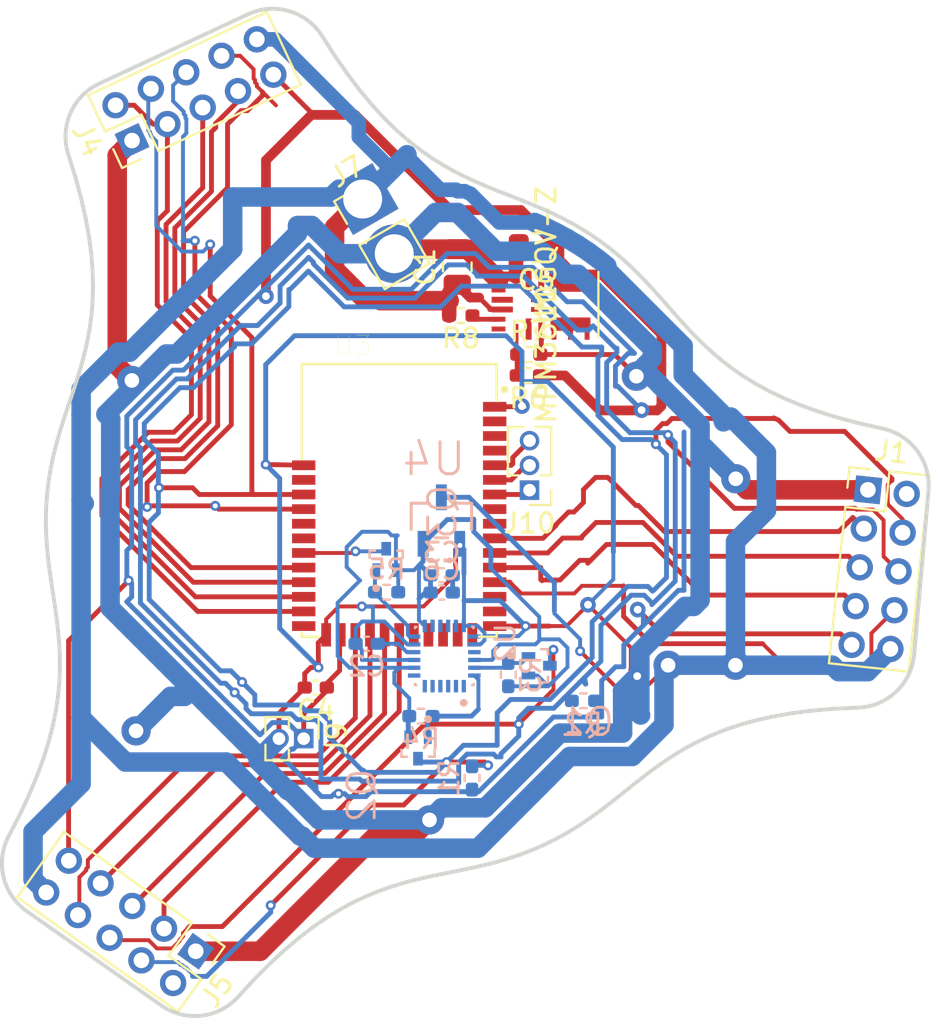
<source format=kicad_pcb>
(kicad_pcb (version 20171130) (host pcbnew 5.1.7-a382d34a88~90~ubuntu20.04.1)

  (general
    (thickness 1.6)
    (drawings 153)
    (tracks 895)
    (zones 0)
    (modules 27)
    (nets 61)
  )

  (page A4)
  (layers
    (0 F.Cu signal)
    (31 B.Cu signal)
    (32 B.Adhes user hide)
    (33 F.Adhes user hide)
    (34 B.Paste user hide)
    (35 F.Paste user hide)
    (36 B.SilkS user hide)
    (37 F.SilkS user hide)
    (38 B.Mask user hide)
    (39 F.Mask user hide)
    (40 Dwgs.User user)
    (41 Cmts.User user hide)
    (42 Eco1.User user hide)
    (43 Eco2.User user hide)
    (44 Edge.Cuts user)
    (45 Margin user hide)
    (46 B.CrtYd user hide)
    (47 F.CrtYd user hide)
    (48 B.Fab user hide)
    (49 F.Fab user hide)
  )

  (setup
    (last_trace_width 0.25)
    (user_trace_width 0.2)
    (user_trace_width 0.25)
    (user_trace_width 0.5)
    (user_trace_width 0.75)
    (user_trace_width 1)
    (trace_clearance 0.1)
    (zone_clearance 0.508)
    (zone_45_only no)
    (trace_min 0.2)
    (via_size 0.8)
    (via_drill 0.4)
    (via_min_size 0.5)
    (via_min_drill 0.254)
    (user_via 0.508 0.254)
    (user_via 1 0.5)
    (user_via 1.5 0.75)
    (uvia_size 0.3)
    (uvia_drill 0.1)
    (uvias_allowed no)
    (uvia_min_size 0.2)
    (uvia_min_drill 0.1)
    (edge_width 0.05)
    (segment_width 0.2)
    (pcb_text_width 0.3)
    (pcb_text_size 1.5 1.5)
    (mod_edge_width 0.12)
    (mod_text_size 1 1)
    (mod_text_width 0.15)
    (pad_size 2.7 2.7)
    (pad_drill 2)
    (pad_to_mask_clearance 0.05)
    (aux_axis_origin 0 0)
    (visible_elements FFF9FF1F)
    (pcbplotparams
      (layerselection 0x010fc_ffffffff)
      (usegerberextensions false)
      (usegerberattributes true)
      (usegerberadvancedattributes true)
      (creategerberjobfile true)
      (excludeedgelayer true)
      (linewidth 0.100000)
      (plotframeref false)
      (viasonmask false)
      (mode 1)
      (useauxorigin false)
      (hpglpennumber 1)
      (hpglpenspeed 20)
      (hpglpendiameter 15.000000)
      (psnegative false)
      (psa4output false)
      (plotreference true)
      (plotvalue true)
      (plotinvisibletext false)
      (padsonsilk false)
      (subtractmaskfromsilk false)
      (outputformat 1)
      (mirror false)
      (drillshape 1)
      (scaleselection 1)
      (outputdirectory ""))
  )

  (net 0 "")
  (net 1 GND)
  (net 2 /+3V)
  (net 3 +8V)
  (net 4 /SWDIO)
  (net 5 /SWDCLK)
  (net 6 /SMA1_SIG)
  (net 7 /SMA2_SIG)
  (net 8 /SMA3_SIG)
  (net 9 /SMA4_SIG)
  (net 10 /SMA5_SIG)
  (net 11 /SMA6_SIG)
  (net 12 /SMA7_SIG)
  (net 13 /SMA8_SIG)
  (net 14 /SMA9_SIG)
  (net 15 /SMA10_SIG)
  (net 16 /SMA11_SIG)
  (net 17 /SMA12_SIG)
  (net 18 "Net-(U3-Pad28)")
  (net 19 "Net-(U3-Pad17)")
  (net 20 "Net-(U3-Pad18)")
  (net 21 "Net-(U3-Pad20)")
  (net 22 "Net-(U3-Pad19)")
  (net 23 "Net-(U3-Pad21)")
  (net 24 "Net-(U3-Pad15)")
  (net 25 "Net-(U3-Pad14)")
  (net 26 "Net-(J10-Pad1)")
  (net 27 /SCL)
  (net 28 /SDA)
  (net 29 "Net-(U3-Pad35)")
  (net 30 "Net-(U3-Pad2)")
  (net 31 "Net-(U3-Pad4)")
  (net 32 "Net-(U3-Pad3)")
  (net 33 "Net-(U3-Pad8)")
  (net 34 "Net-(U3-Pad9)")
  (net 35 "Net-(U3-Pad34)")
  (net 36 "Net-(U3-Pad38)")
  (net 37 "Net-(J1-Pad2)")
  (net 38 "Net-(J5-Pad2)")
  (net 39 "Net-(U2-Pad21)")
  (net 40 "Net-(U2-Pad19)")
  (net 41 "Net-(U2-Pad1)")
  (net 42 "Net-(U2-Pad7)")
  (net 43 +1V8)
  (net 44 /SCL_VIN)
  (net 45 /SDA_VIN)
  (net 46 /INT)
  (net 47 /INT_VIN)
  (net 48 "Net-(U1-Pad20)")
  (net 49 "Net-(U1-Pad19)")
  (net 50 "Net-(U1-Pad18)")
  (net 51 "Net-(U1-Pad15)")
  (net 52 "Net-(U1-Pad11)")
  (net 53 "Net-(U1-Pad10)")
  (net 54 "Net-(U1-Pad6)")
  (net 55 "Net-(U1-Pad5)")
  (net 56 "Net-(U1-Pad4)")
  (net 57 "Net-(U1-Pad2)")
  (net 58 /REGOUT)
  (net 59 /FB)
  (net 60 /EN)

  (net_class Default "This is the default net class."
    (clearance 0.1)
    (trace_width 0.25)
    (via_dia 0.8)
    (via_drill 0.4)
    (uvia_dia 0.3)
    (uvia_drill 0.1)
    (add_net +1V8)
    (add_net +8V)
    (add_net /+3V)
    (add_net /EN)
    (add_net /FB)
    (add_net /INT)
    (add_net /INT_VIN)
    (add_net /REGOUT)
    (add_net /SCL)
    (add_net /SCL_VIN)
    (add_net /SDA)
    (add_net /SDA_VIN)
    (add_net /SMA10_SIG)
    (add_net /SMA11_SIG)
    (add_net /SMA12_SIG)
    (add_net /SMA1_SIG)
    (add_net /SMA2_SIG)
    (add_net /SMA3_SIG)
    (add_net /SMA4_SIG)
    (add_net /SMA5_SIG)
    (add_net /SMA6_SIG)
    (add_net /SMA7_SIG)
    (add_net /SMA8_SIG)
    (add_net /SMA9_SIG)
    (add_net /SWDCLK)
    (add_net /SWDIO)
    (add_net GND)
    (add_net "Net-(J1-Pad2)")
    (add_net "Net-(J10-Pad1)")
    (add_net "Net-(J5-Pad2)")
    (add_net "Net-(U1-Pad10)")
    (add_net "Net-(U1-Pad11)")
    (add_net "Net-(U1-Pad15)")
    (add_net "Net-(U1-Pad18)")
    (add_net "Net-(U1-Pad19)")
    (add_net "Net-(U1-Pad2)")
    (add_net "Net-(U1-Pad20)")
    (add_net "Net-(U1-Pad4)")
    (add_net "Net-(U1-Pad5)")
    (add_net "Net-(U1-Pad6)")
    (add_net "Net-(U2-Pad1)")
    (add_net "Net-(U2-Pad19)")
    (add_net "Net-(U2-Pad21)")
    (add_net "Net-(U2-Pad7)")
    (add_net "Net-(U3-Pad14)")
    (add_net "Net-(U3-Pad15)")
    (add_net "Net-(U3-Pad17)")
    (add_net "Net-(U3-Pad18)")
    (add_net "Net-(U3-Pad19)")
    (add_net "Net-(U3-Pad2)")
    (add_net "Net-(U3-Pad20)")
    (add_net "Net-(U3-Pad21)")
    (add_net "Net-(U3-Pad28)")
    (add_net "Net-(U3-Pad3)")
    (add_net "Net-(U3-Pad34)")
    (add_net "Net-(U3-Pad35)")
    (add_net "Net-(U3-Pad38)")
    (add_net "Net-(U3-Pad4)")
    (add_net "Net-(U3-Pad8)")
    (add_net "Net-(U3-Pad9)")
  )

  (net_class small ""
    (clearance 0.1)
    (trace_width 0.25)
    (via_dia 0.8)
    (via_drill 0.4)
    (uvia_dia 0.3)
    (uvia_drill 0.1)
  )

  (module Capacitor_SMD:C_0402_1005Metric_Pad0.74x0.62mm_HandSolder (layer B.Cu) (tedit 5F6BB22C) (tstamp 62A12FD9)
    (at 111.01686 113.28146 180)
    (descr "Capacitor SMD 0402 (1005 Metric), square (rectangular) end terminal, IPC_7351 nominal with elongated pad for handsoldering. (Body size source: IPC-SM-782 page 76, https://www.pcb-3d.com/wordpress/wp-content/uploads/ipc-sm-782a_amendment_1_and_2.pdf), generated with kicad-footprint-generator")
    (tags "capacitor handsolder")
    (path /62A1A41A)
    (attr smd)
    (fp_text reference C6 (at 0 1.16) (layer B.SilkS)
      (effects (font (size 1 1) (thickness 0.15)) (justify mirror))
    )
    (fp_text value C_Small (at 0 -1.16) (layer B.Fab)
      (effects (font (size 1 1) (thickness 0.15)) (justify mirror))
    )
    (fp_text user %R (at 0 0) (layer B.Fab)
      (effects (font (size 0.25 0.25) (thickness 0.04)) (justify mirror))
    )
    (fp_line (start -0.5 -0.25) (end -0.5 0.25) (layer B.Fab) (width 0.1))
    (fp_line (start -0.5 0.25) (end 0.5 0.25) (layer B.Fab) (width 0.1))
    (fp_line (start 0.5 0.25) (end 0.5 -0.25) (layer B.Fab) (width 0.1))
    (fp_line (start 0.5 -0.25) (end -0.5 -0.25) (layer B.Fab) (width 0.1))
    (fp_line (start -0.115835 0.36) (end 0.115835 0.36) (layer B.SilkS) (width 0.12))
    (fp_line (start -0.115835 -0.36) (end 0.115835 -0.36) (layer B.SilkS) (width 0.12))
    (fp_line (start -1.08 -0.46) (end -1.08 0.46) (layer B.CrtYd) (width 0.05))
    (fp_line (start -1.08 0.46) (end 1.08 0.46) (layer B.CrtYd) (width 0.05))
    (fp_line (start 1.08 0.46) (end 1.08 -0.46) (layer B.CrtYd) (width 0.05))
    (fp_line (start 1.08 -0.46) (end -1.08 -0.46) (layer B.CrtYd) (width 0.05))
    (pad 2 smd roundrect (at 0.5675 0 180) (size 0.735 0.62) (layers B.Cu B.Paste B.Mask) (roundrect_rratio 0.25)
      (net 43 +1V8))
    (pad 1 smd roundrect (at -0.5675 0 180) (size 0.735 0.62) (layers B.Cu B.Paste B.Mask) (roundrect_rratio 0.25)
      (net 1 GND))
    (model ${KISYS3DMOD}/Capacitor_SMD.3dshapes/C_0402_1005Metric.wrl
      (at (xyz 0 0 0))
      (scale (xyz 1 1 1))
      (rotate (xyz 0 0 0))
    )
  )

  (module ICM-20948:QFN40P300X300X105-24N (layer B.Cu) (tedit 6179D13D) (tstamp 617AEE55)
    (at 111.14972 116.5385 90)
    (path /6180B418)
    (fp_text reference U2 (at 0.675 3.135 -90) (layer B.SilkS)
      (effects (font (size 1 1) (thickness 0.15)) (justify mirror))
    )
    (fp_text value ICM-20948 (at 10.835 -3.135 -90) (layer B.Fab)
      (effects (font (size 1 1) (thickness 0.15)) (justify mirror))
    )
    (fp_line (start -1.5 1.5) (end 1.5 1.5) (layer B.Fab) (width 0.127))
    (fp_line (start 1.5 1.5) (end 1.5 -1.5) (layer B.Fab) (width 0.127))
    (fp_line (start 1.5 -1.5) (end -1.5 -1.5) (layer B.Fab) (width 0.127))
    (fp_line (start -1.5 -1.5) (end -1.5 1.5) (layer B.Fab) (width 0.127))
    (fp_line (start -1.43 1.5) (end -1.5 1.5) (layer B.SilkS) (width 0.127))
    (fp_line (start -1.5 1.5) (end -1.5 1.43) (layer B.SilkS) (width 0.127))
    (fp_line (start -2.115 2.115) (end 2.115 2.115) (layer B.CrtYd) (width 0.05))
    (fp_line (start 2.115 2.115) (end 2.115 -2.115) (layer B.CrtYd) (width 0.05))
    (fp_line (start 2.115 -2.115) (end -2.115 -2.115) (layer B.CrtYd) (width 0.05))
    (fp_line (start -2.115 -2.115) (end -2.115 2.115) (layer B.CrtYd) (width 0.05))
    (fp_circle (center -2.4 1) (end -2.3 1) (layer B.SilkS) (width 0.2))
    (fp_circle (center -2.4 1) (end -2.3 1) (layer B.Fab) (width 0.2))
    (fp_poly (pts (xy -0.85 0.77) (xy 0.85 0.77) (xy 0.85 -0.77) (xy -0.85 -0.77)) (layer Dwgs.User) (width 0.01))
    (fp_poly (pts (xy -0.85 0.77) (xy 0.85 0.77) (xy 0.85 -0.77) (xy -0.85 -0.77)) (layer Dwgs.User) (width 0.01))
    (fp_line (start -1.5 -1.43) (end -1.5 -1.5) (layer B.SilkS) (width 0.127))
    (fp_line (start -1.5 -1.5) (end -1.43 -1.5) (layer B.SilkS) (width 0.127))
    (fp_line (start 1.43 -1.5) (end 1.5 -1.5) (layer B.SilkS) (width 0.127))
    (fp_line (start 1.5 -1.5) (end 1.5 -1.43) (layer B.SilkS) (width 0.127))
    (fp_line (start 1.5 1.43) (end 1.5 1.5) (layer B.SilkS) (width 0.127))
    (fp_line (start 1.5 1.5) (end 1.43 1.5) (layer B.SilkS) (width 0.127))
    (pad 24 smd roundrect (at -1 1.545 90) (size 0.22 0.64) (layers B.Cu B.Paste B.Mask) (roundrect_rratio 0.03)
      (net 45 /SDA_VIN))
    (pad 23 smd roundrect (at -0.6 1.545 90) (size 0.22 0.64) (layers B.Cu B.Paste B.Mask) (roundrect_rratio 0.03)
      (net 44 /SCL_VIN))
    (pad 22 smd roundrect (at -0.2 1.545 90) (size 0.22 0.64) (layers B.Cu B.Paste B.Mask) (roundrect_rratio 0.03)
      (net 43 +1V8))
    (pad 21 smd roundrect (at 0.2 1.545 90) (size 0.22 0.64) (layers B.Cu B.Paste B.Mask) (roundrect_rratio 0.03)
      (net 39 "Net-(U2-Pad21)"))
    (pad 20 smd roundrect (at 0.6 1.545 90) (size 0.22 0.64) (layers B.Cu B.Paste B.Mask) (roundrect_rratio 0.03)
      (net 1 GND))
    (pad 19 smd roundrect (at 1 1.545 90) (size 0.22 0.64) (layers B.Cu B.Paste B.Mask) (roundrect_rratio 0.03)
      (net 40 "Net-(U2-Pad19)"))
    (pad 18 smd roundrect (at 1.545 1 90) (size 0.64 0.22) (layers B.Cu B.Paste B.Mask) (roundrect_rratio 0.03)
      (net 1 GND))
    (pad 17 smd roundrect (at 1.545 0.6 90) (size 0.64 0.22) (layers B.Cu B.Paste B.Mask) (roundrect_rratio 0.03)
      (net 41 "Net-(U2-Pad1)"))
    (pad 16 smd roundrect (at 1.545 0.2 90) (size 0.64 0.22) (layers B.Cu B.Paste B.Mask) (roundrect_rratio 0.03)
      (net 41 "Net-(U2-Pad1)"))
    (pad 15 smd roundrect (at 1.545 -0.2 90) (size 0.64 0.22) (layers B.Cu B.Paste B.Mask) (roundrect_rratio 0.03)
      (net 41 "Net-(U2-Pad1)"))
    (pad 14 smd roundrect (at 1.545 -0.6 90) (size 0.64 0.22) (layers B.Cu B.Paste B.Mask) (roundrect_rratio 0.03)
      (net 41 "Net-(U2-Pad1)"))
    (pad 13 smd roundrect (at 1.545 -1 90) (size 0.64 0.22) (layers B.Cu B.Paste B.Mask) (roundrect_rratio 0.03)
      (net 43 +1V8))
    (pad 12 smd roundrect (at 1 -1.545 90) (size 0.22 0.64) (layers B.Cu B.Paste B.Mask) (roundrect_rratio 0.03)
      (net 47 /INT_VIN))
    (pad 11 smd roundrect (at 0.6 -1.545 90) (size 0.22 0.64) (layers B.Cu B.Paste B.Mask) (roundrect_rratio 0.03)
      (net 1 GND))
    (pad 10 smd roundrect (at 0.2 -1.545 90) (size 0.22 0.64) (layers B.Cu B.Paste B.Mask) (roundrect_rratio 0.03)
      (net 58 /REGOUT))
    (pad 9 smd roundrect (at -0.2 -1.545 90) (size 0.22 0.64) (layers B.Cu B.Paste B.Mask) (roundrect_rratio 0.03)
      (net 1 GND))
    (pad 8 smd roundrect (at -0.6 -1.545 90) (size 0.22 0.64) (layers B.Cu B.Paste B.Mask) (roundrect_rratio 0.03)
      (net 43 +1V8))
    (pad 7 smd roundrect (at -1 -1.545 90) (size 0.22 0.64) (layers B.Cu B.Paste B.Mask) (roundrect_rratio 0.03)
      (net 42 "Net-(U2-Pad7)"))
    (pad 6 smd roundrect (at -1.545 -1 90) (size 0.64 0.22) (layers B.Cu B.Paste B.Mask) (roundrect_rratio 0.03)
      (net 41 "Net-(U2-Pad1)"))
    (pad 5 smd roundrect (at -1.545 -0.6 90) (size 0.64 0.22) (layers B.Cu B.Paste B.Mask) (roundrect_rratio 0.03)
      (net 41 "Net-(U2-Pad1)"))
    (pad 4 smd roundrect (at -1.545 -0.2 90) (size 0.64 0.22) (layers B.Cu B.Paste B.Mask) (roundrect_rratio 0.03)
      (net 41 "Net-(U2-Pad1)"))
    (pad 3 smd roundrect (at -1.545 0.2 90) (size 0.64 0.22) (layers B.Cu B.Paste B.Mask) (roundrect_rratio 0.03)
      (net 41 "Net-(U2-Pad1)"))
    (pad 2 smd roundrect (at -1.545 0.6 90) (size 0.64 0.22) (layers B.Cu B.Paste B.Mask) (roundrect_rratio 0.03)
      (net 41 "Net-(U2-Pad1)"))
    (pad 1 smd roundrect (at -1.545 1 90) (size 0.64 0.22) (layers B.Cu B.Paste B.Mask) (roundrect_rratio 0.03)
      (net 41 "Net-(U2-Pad1)"))
  )

  (module Resistor_SMD:R_0402_1005Metric_Pad0.72x0.64mm_HandSolder (layer F.Cu) (tedit 5F6BB9E0) (tstamp 62A20AD4)
    (at 111.99816 99.07016 180)
    (descr "Resistor SMD 0402 (1005 Metric), square (rectangular) end terminal, IPC_7351 nominal with elongated pad for handsoldering. (Body size source: IPC-SM-782 page 72, https://www.pcb-3d.com/wordpress/wp-content/uploads/ipc-sm-782a_amendment_1_and_2.pdf), generated with kicad-footprint-generator")
    (tags "resistor handsolder")
    (path /62AC646D)
    (attr smd)
    (fp_text reference R8 (at 0 -1.17) (layer F.SilkS)
      (effects (font (size 1 1) (thickness 0.15)))
    )
    (fp_text value R_Small_US (at 0 1.17) (layer F.Fab)
      (effects (font (size 1 1) (thickness 0.15)))
    )
    (fp_line (start 1.1 0.47) (end -1.1 0.47) (layer F.CrtYd) (width 0.05))
    (fp_line (start 1.1 -0.47) (end 1.1 0.47) (layer F.CrtYd) (width 0.05))
    (fp_line (start -1.1 -0.47) (end 1.1 -0.47) (layer F.CrtYd) (width 0.05))
    (fp_line (start -1.1 0.47) (end -1.1 -0.47) (layer F.CrtYd) (width 0.05))
    (fp_line (start -0.167621 0.38) (end 0.167621 0.38) (layer F.SilkS) (width 0.12))
    (fp_line (start -0.167621 -0.38) (end 0.167621 -0.38) (layer F.SilkS) (width 0.12))
    (fp_line (start 0.525 0.27) (end -0.525 0.27) (layer F.Fab) (width 0.1))
    (fp_line (start 0.525 -0.27) (end 0.525 0.27) (layer F.Fab) (width 0.1))
    (fp_line (start -0.525 -0.27) (end 0.525 -0.27) (layer F.Fab) (width 0.1))
    (fp_line (start -0.525 0.27) (end -0.525 -0.27) (layer F.Fab) (width 0.1))
    (fp_text user %R (at 0 0) (layer F.Fab)
      (effects (font (size 0.26 0.26) (thickness 0.04)))
    )
    (pad 2 smd roundrect (at 0.5975 0 180) (size 0.715 0.64) (layers F.Cu F.Paste F.Mask) (roundrect_rratio 0.25)
      (net 3 +8V))
    (pad 1 smd roundrect (at -0.5975 0 180) (size 0.715 0.64) (layers F.Cu F.Paste F.Mask) (roundrect_rratio 0.25)
      (net 60 /EN))
    (model ${KISYS3DMOD}/Resistor_SMD.3dshapes/R_0402_1005Metric.wrl
      (at (xyz 0 0 0))
      (scale (xyz 1 1 1))
      (rotate (xyz 0 0 0))
    )
  )

  (module Resistor_SMD:R_0402_1005Metric_Pad0.72x0.64mm_HandSolder (layer F.Cu) (tedit 5F6BB9E0) (tstamp 62A20AC3)
    (at 115.48558 101.06914)
    (descr "Resistor SMD 0402 (1005 Metric), square (rectangular) end terminal, IPC_7351 nominal with elongated pad for handsoldering. (Body size source: IPC-SM-782 page 72, https://www.pcb-3d.com/wordpress/wp-content/uploads/ipc-sm-782a_amendment_1_and_2.pdf), generated with kicad-footprint-generator")
    (tags "resistor handsolder")
    (path /62A98155)
    (attr smd)
    (fp_text reference R7 (at 0 -1.17) (layer F.SilkS)
      (effects (font (size 1 1) (thickness 0.15)))
    )
    (fp_text value R_Small_US (at 0 1.17) (layer F.Fab)
      (effects (font (size 1 1) (thickness 0.15)))
    )
    (fp_line (start 1.1 0.47) (end -1.1 0.47) (layer F.CrtYd) (width 0.05))
    (fp_line (start 1.1 -0.47) (end 1.1 0.47) (layer F.CrtYd) (width 0.05))
    (fp_line (start -1.1 -0.47) (end 1.1 -0.47) (layer F.CrtYd) (width 0.05))
    (fp_line (start -1.1 0.47) (end -1.1 -0.47) (layer F.CrtYd) (width 0.05))
    (fp_line (start -0.167621 0.38) (end 0.167621 0.38) (layer F.SilkS) (width 0.12))
    (fp_line (start -0.167621 -0.38) (end 0.167621 -0.38) (layer F.SilkS) (width 0.12))
    (fp_line (start 0.525 0.27) (end -0.525 0.27) (layer F.Fab) (width 0.1))
    (fp_line (start 0.525 -0.27) (end 0.525 0.27) (layer F.Fab) (width 0.1))
    (fp_line (start -0.525 -0.27) (end 0.525 -0.27) (layer F.Fab) (width 0.1))
    (fp_line (start -0.525 0.27) (end -0.525 -0.27) (layer F.Fab) (width 0.1))
    (fp_text user %R (at 0 0) (layer F.Fab)
      (effects (font (size 0.26 0.26) (thickness 0.04)))
    )
    (pad 2 smd roundrect (at 0.5975 0) (size 0.715 0.64) (layers F.Cu F.Paste F.Mask) (roundrect_rratio 0.25)
      (net 1 GND))
    (pad 1 smd roundrect (at -0.5975 0) (size 0.715 0.64) (layers F.Cu F.Paste F.Mask) (roundrect_rratio 0.25)
      (net 59 /FB))
    (model ${KISYS3DMOD}/Resistor_SMD.3dshapes/R_0402_1005Metric.wrl
      (at (xyz 0 0 0))
      (scale (xyz 1 1 1))
      (rotate (xyz 0 0 0))
    )
  )

  (module Resistor_SMD:R_0402_1005Metric_Pad0.72x0.64mm_HandSolder (layer F.Cu) (tedit 5F6BB9E0) (tstamp 62A20AB2)
    (at 115.46018 102.14356 180)
    (descr "Resistor SMD 0402 (1005 Metric), square (rectangular) end terminal, IPC_7351 nominal with elongated pad for handsoldering. (Body size source: IPC-SM-782 page 72, https://www.pcb-3d.com/wordpress/wp-content/uploads/ipc-sm-782a_amendment_1_and_2.pdf), generated with kicad-footprint-generator")
    (tags "resistor handsolder")
    (path /62A9E514)
    (attr smd)
    (fp_text reference R6 (at 0 -1.17) (layer F.SilkS)
      (effects (font (size 1 1) (thickness 0.15)))
    )
    (fp_text value R_Small_US (at 0 1.17) (layer F.Fab)
      (effects (font (size 1 1) (thickness 0.15)))
    )
    (fp_line (start 1.1 0.47) (end -1.1 0.47) (layer F.CrtYd) (width 0.05))
    (fp_line (start 1.1 -0.47) (end 1.1 0.47) (layer F.CrtYd) (width 0.05))
    (fp_line (start -1.1 -0.47) (end 1.1 -0.47) (layer F.CrtYd) (width 0.05))
    (fp_line (start -1.1 0.47) (end -1.1 -0.47) (layer F.CrtYd) (width 0.05))
    (fp_line (start -0.167621 0.38) (end 0.167621 0.38) (layer F.SilkS) (width 0.12))
    (fp_line (start -0.167621 -0.38) (end 0.167621 -0.38) (layer F.SilkS) (width 0.12))
    (fp_line (start 0.525 0.27) (end -0.525 0.27) (layer F.Fab) (width 0.1))
    (fp_line (start 0.525 -0.27) (end 0.525 0.27) (layer F.Fab) (width 0.1))
    (fp_line (start -0.525 -0.27) (end 0.525 -0.27) (layer F.Fab) (width 0.1))
    (fp_line (start -0.525 0.27) (end -0.525 -0.27) (layer F.Fab) (width 0.1))
    (fp_text user %R (at 0 0) (layer F.Fab)
      (effects (font (size 0.26 0.26) (thickness 0.04)))
    )
    (pad 2 smd roundrect (at 0.5975 0 180) (size 0.715 0.64) (layers F.Cu F.Paste F.Mask) (roundrect_rratio 0.25)
      (net 59 /FB))
    (pad 1 smd roundrect (at -0.5975 0 180) (size 0.715 0.64) (layers F.Cu F.Paste F.Mask) (roundrect_rratio 0.25)
      (net 2 /+3V))
    (model ${KISYS3DMOD}/Resistor_SMD.3dshapes/R_0402_1005Metric.wrl
      (at (xyz 0 0 0))
      (scale (xyz 1 1 1))
      (rotate (xyz 0 0 0))
    )
  )

  (module Resistor_SMD:R_0402_1005Metric_Pad0.72x0.64mm_HandSolder (layer B.Cu) (tedit 5F6BB9E0) (tstamp 62A20AA1)
    (at 108.18936 113.26368 180)
    (descr "Resistor SMD 0402 (1005 Metric), square (rectangular) end terminal, IPC_7351 nominal with elongated pad for handsoldering. (Body size source: IPC-SM-782 page 72, https://www.pcb-3d.com/wordpress/wp-content/uploads/ipc-sm-782a_amendment_1_and_2.pdf), generated with kicad-footprint-generator")
    (tags "resistor handsolder")
    (path /62A4572C)
    (attr smd)
    (fp_text reference R5 (at 0 1.17) (layer B.SilkS)
      (effects (font (size 1 1) (thickness 0.15)) (justify mirror))
    )
    (fp_text value R_Small_US (at 0 -1.17) (layer B.Fab)
      (effects (font (size 1 1) (thickness 0.15)) (justify mirror))
    )
    (fp_line (start 1.1 -0.47) (end -1.1 -0.47) (layer B.CrtYd) (width 0.05))
    (fp_line (start 1.1 0.47) (end 1.1 -0.47) (layer B.CrtYd) (width 0.05))
    (fp_line (start -1.1 0.47) (end 1.1 0.47) (layer B.CrtYd) (width 0.05))
    (fp_line (start -1.1 -0.47) (end -1.1 0.47) (layer B.CrtYd) (width 0.05))
    (fp_line (start -0.167621 -0.38) (end 0.167621 -0.38) (layer B.SilkS) (width 0.12))
    (fp_line (start -0.167621 0.38) (end 0.167621 0.38) (layer B.SilkS) (width 0.12))
    (fp_line (start 0.525 -0.27) (end -0.525 -0.27) (layer B.Fab) (width 0.1))
    (fp_line (start 0.525 0.27) (end 0.525 -0.27) (layer B.Fab) (width 0.1))
    (fp_line (start -0.525 0.27) (end 0.525 0.27) (layer B.Fab) (width 0.1))
    (fp_line (start -0.525 -0.27) (end -0.525 0.27) (layer B.Fab) (width 0.1))
    (fp_text user %R (at 0 0) (layer B.Fab)
      (effects (font (size 0.26 0.26) (thickness 0.04)) (justify mirror))
    )
    (pad 2 smd roundrect (at 0.5975 0 180) (size 0.715 0.64) (layers B.Cu B.Paste B.Mask) (roundrect_rratio 0.25)
      (net 47 /INT_VIN))
    (pad 1 smd roundrect (at -0.5975 0 180) (size 0.715 0.64) (layers B.Cu B.Paste B.Mask) (roundrect_rratio 0.25)
      (net 43 +1V8))
    (model ${KISYS3DMOD}/Resistor_SMD.3dshapes/R_0402_1005Metric.wrl
      (at (xyz 0 0 0))
      (scale (xyz 1 1 1))
      (rotate (xyz 0 0 0))
    )
  )

  (module Resistor_SMD:R_0402_1005Metric_Pad0.72x0.64mm_HandSolder (layer B.Cu) (tedit 5F6BB9E0) (tstamp 62A20A90)
    (at 109.95092 119.6213)
    (descr "Resistor SMD 0402 (1005 Metric), square (rectangular) end terminal, IPC_7351 nominal with elongated pad for handsoldering. (Body size source: IPC-SM-782 page 72, https://www.pcb-3d.com/wordpress/wp-content/uploads/ipc-sm-782a_amendment_1_and_2.pdf), generated with kicad-footprint-generator")
    (tags "resistor handsolder")
    (path /62A4099D)
    (attr smd)
    (fp_text reference R4 (at 0 1.17) (layer B.SilkS)
      (effects (font (size 1 1) (thickness 0.15)) (justify mirror))
    )
    (fp_text value R_Small_US (at 0 -1.17) (layer B.Fab)
      (effects (font (size 1 1) (thickness 0.15)) (justify mirror))
    )
    (fp_line (start 1.1 -0.47) (end -1.1 -0.47) (layer B.CrtYd) (width 0.05))
    (fp_line (start 1.1 0.47) (end 1.1 -0.47) (layer B.CrtYd) (width 0.05))
    (fp_line (start -1.1 0.47) (end 1.1 0.47) (layer B.CrtYd) (width 0.05))
    (fp_line (start -1.1 -0.47) (end -1.1 0.47) (layer B.CrtYd) (width 0.05))
    (fp_line (start -0.167621 -0.38) (end 0.167621 -0.38) (layer B.SilkS) (width 0.12))
    (fp_line (start -0.167621 0.38) (end 0.167621 0.38) (layer B.SilkS) (width 0.12))
    (fp_line (start 0.525 -0.27) (end -0.525 -0.27) (layer B.Fab) (width 0.1))
    (fp_line (start 0.525 0.27) (end 0.525 -0.27) (layer B.Fab) (width 0.1))
    (fp_line (start -0.525 0.27) (end 0.525 0.27) (layer B.Fab) (width 0.1))
    (fp_line (start -0.525 -0.27) (end -0.525 0.27) (layer B.Fab) (width 0.1))
    (fp_text user %R (at 0 0) (layer B.Fab)
      (effects (font (size 0.26 0.26) (thickness 0.04)) (justify mirror))
    )
    (pad 2 smd roundrect (at 0.5975 0) (size 0.715 0.64) (layers B.Cu B.Paste B.Mask) (roundrect_rratio 0.25)
      (net 45 /SDA_VIN))
    (pad 1 smd roundrect (at -0.5975 0) (size 0.715 0.64) (layers B.Cu B.Paste B.Mask) (roundrect_rratio 0.25)
      (net 43 +1V8))
    (model ${KISYS3DMOD}/Resistor_SMD.3dshapes/R_0402_1005Metric.wrl
      (at (xyz 0 0 0))
      (scale (xyz 1 1 1))
      (rotate (xyz 0 0 0))
    )
  )

  (module Resistor_SMD:R_0402_1005Metric_Pad0.72x0.64mm_HandSolder (layer B.Cu) (tedit 5F6BB9E0) (tstamp 62A16505)
    (at 114.43208 117.49218 90)
    (descr "Resistor SMD 0402 (1005 Metric), square (rectangular) end terminal, IPC_7351 nominal with elongated pad for handsoldering. (Body size source: IPC-SM-782 page 72, https://www.pcb-3d.com/wordpress/wp-content/uploads/ipc-sm-782a_amendment_1_and_2.pdf), generated with kicad-footprint-generator")
    (tags "resistor handsolder")
    (path /62A2872A)
    (attr smd)
    (fp_text reference R3 (at 0 1.17 90) (layer B.SilkS)
      (effects (font (size 1 1) (thickness 0.15)) (justify mirror))
    )
    (fp_text value R_Small_US (at 0 -1.17 90) (layer B.Fab)
      (effects (font (size 1 1) (thickness 0.15)) (justify mirror))
    )
    (fp_line (start 1.1 -0.47) (end -1.1 -0.47) (layer B.CrtYd) (width 0.05))
    (fp_line (start 1.1 0.47) (end 1.1 -0.47) (layer B.CrtYd) (width 0.05))
    (fp_line (start -1.1 0.47) (end 1.1 0.47) (layer B.CrtYd) (width 0.05))
    (fp_line (start -1.1 -0.47) (end -1.1 0.47) (layer B.CrtYd) (width 0.05))
    (fp_line (start -0.167621 -0.38) (end 0.167621 -0.38) (layer B.SilkS) (width 0.12))
    (fp_line (start -0.167621 0.38) (end 0.167621 0.38) (layer B.SilkS) (width 0.12))
    (fp_line (start 0.525 -0.27) (end -0.525 -0.27) (layer B.Fab) (width 0.1))
    (fp_line (start 0.525 0.27) (end 0.525 -0.27) (layer B.Fab) (width 0.1))
    (fp_line (start -0.525 0.27) (end 0.525 0.27) (layer B.Fab) (width 0.1))
    (fp_line (start -0.525 -0.27) (end -0.525 0.27) (layer B.Fab) (width 0.1))
    (fp_text user %R (at 0 0 90) (layer B.Fab)
      (effects (font (size 0.26 0.26) (thickness 0.04)) (justify mirror))
    )
    (pad 2 smd roundrect (at 0.5975 0 90) (size 0.715 0.64) (layers B.Cu B.Paste B.Mask) (roundrect_rratio 0.25)
      (net 44 /SCL_VIN))
    (pad 1 smd roundrect (at -0.5975 0 90) (size 0.715 0.64) (layers B.Cu B.Paste B.Mask) (roundrect_rratio 0.25)
      (net 43 +1V8))
    (model ${KISYS3DMOD}/Resistor_SMD.3dshapes/R_0402_1005Metric.wrl
      (at (xyz 0 0 0))
      (scale (xyz 1 1 1))
      (rotate (xyz 0 0 0))
    )
  )

  (module Resistor_SMD:R_0402_1005Metric_Pad0.72x0.64mm_HandSolder (layer B.Cu) (tedit 5F6BB9E0) (tstamp 6042194A)
    (at 118.29234 118.83644)
    (descr "Resistor SMD 0402 (1005 Metric), square (rectangular) end terminal, IPC_7351 nominal with elongated pad for handsoldering. (Body size source: IPC-SM-782 page 72, https://www.pcb-3d.com/wordpress/wp-content/uploads/ipc-sm-782a_amendment_1_and_2.pdf), generated with kicad-footprint-generator")
    (tags "resistor handsolder")
    (path /604D5854)
    (attr smd)
    (fp_text reference R2 (at 0 1.17) (layer B.SilkS)
      (effects (font (size 1 1) (thickness 0.15)) (justify mirror))
    )
    (fp_text value " " (at 0 -1.17) (layer B.Fab)
      (effects (font (size 1 1) (thickness 0.15)) (justify mirror))
    )
    (fp_line (start 1.1 -0.47) (end -1.1 -0.47) (layer B.CrtYd) (width 0.05))
    (fp_line (start 1.1 0.47) (end 1.1 -0.47) (layer B.CrtYd) (width 0.05))
    (fp_line (start -1.1 0.47) (end 1.1 0.47) (layer B.CrtYd) (width 0.05))
    (fp_line (start -1.1 -0.47) (end -1.1 0.47) (layer B.CrtYd) (width 0.05))
    (fp_line (start -0.167621 -0.38) (end 0.167621 -0.38) (layer B.SilkS) (width 0.12))
    (fp_line (start -0.167621 0.38) (end 0.167621 0.38) (layer B.SilkS) (width 0.12))
    (fp_line (start 0.525 -0.27) (end -0.525 -0.27) (layer B.Fab) (width 0.1))
    (fp_line (start 0.525 0.27) (end 0.525 -0.27) (layer B.Fab) (width 0.1))
    (fp_line (start -0.525 0.27) (end 0.525 0.27) (layer B.Fab) (width 0.1))
    (fp_line (start -0.525 -0.27) (end -0.525 0.27) (layer B.Fab) (width 0.1))
    (fp_text user %R (at 0 0) (layer B.Fab)
      (effects (font (size 0.26 0.26) (thickness 0.04)) (justify mirror))
    )
    (pad 2 smd roundrect (at 0.5975 0) (size 0.715 0.64) (layers B.Cu B.Paste B.Mask) (roundrect_rratio 0.25)
      (net 2 /+3V))
    (pad 1 smd roundrect (at -0.5975 0) (size 0.715 0.64) (layers B.Cu B.Paste B.Mask) (roundrect_rratio 0.25)
      (net 27 /SCL))
    (model ${KISYS3DMOD}/Resistor_SMD.3dshapes/R_0402_1005Metric.wrl
      (at (xyz 0 0 0))
      (scale (xyz 1 1 1))
      (rotate (xyz 0 0 0))
    )
  )

  (module Resistor_SMD:R_0402_1005Metric_Pad0.72x0.64mm_HandSolder (layer B.Cu) (tedit 5F6BB9E0) (tstamp 60421939)
    (at 112.57534 122.79322 270)
    (descr "Resistor SMD 0402 (1005 Metric), square (rectangular) end terminal, IPC_7351 nominal with elongated pad for handsoldering. (Body size source: IPC-SM-782 page 72, https://www.pcb-3d.com/wordpress/wp-content/uploads/ipc-sm-782a_amendment_1_and_2.pdf), generated with kicad-footprint-generator")
    (tags "resistor handsolder")
    (path /604D3AEF)
    (attr smd)
    (fp_text reference R1 (at 0 1.17 90) (layer B.SilkS)
      (effects (font (size 1 1) (thickness 0.15)) (justify mirror))
    )
    (fp_text value " " (at 0 -1.17 90) (layer B.Fab)
      (effects (font (size 1 1) (thickness 0.15)) (justify mirror))
    )
    (fp_line (start 1.1 -0.47) (end -1.1 -0.47) (layer B.CrtYd) (width 0.05))
    (fp_line (start 1.1 0.47) (end 1.1 -0.47) (layer B.CrtYd) (width 0.05))
    (fp_line (start -1.1 0.47) (end 1.1 0.47) (layer B.CrtYd) (width 0.05))
    (fp_line (start -1.1 -0.47) (end -1.1 0.47) (layer B.CrtYd) (width 0.05))
    (fp_line (start -0.167621 -0.38) (end 0.167621 -0.38) (layer B.SilkS) (width 0.12))
    (fp_line (start -0.167621 0.38) (end 0.167621 0.38) (layer B.SilkS) (width 0.12))
    (fp_line (start 0.525 -0.27) (end -0.525 -0.27) (layer B.Fab) (width 0.1))
    (fp_line (start 0.525 0.27) (end 0.525 -0.27) (layer B.Fab) (width 0.1))
    (fp_line (start -0.525 0.27) (end 0.525 0.27) (layer B.Fab) (width 0.1))
    (fp_line (start -0.525 -0.27) (end -0.525 0.27) (layer B.Fab) (width 0.1))
    (fp_text user %R (at 0 0 90) (layer B.Fab)
      (effects (font (size 0.26 0.26) (thickness 0.04)) (justify mirror))
    )
    (pad 2 smd roundrect (at 0.5975 0 270) (size 0.715 0.64) (layers B.Cu B.Paste B.Mask) (roundrect_rratio 0.25)
      (net 2 /+3V))
    (pad 1 smd roundrect (at -0.5975 0 270) (size 0.715 0.64) (layers B.Cu B.Paste B.Mask) (roundrect_rratio 0.25)
      (net 28 /SDA))
    (model ${KISYS3DMOD}/Resistor_SMD.3dshapes/R_0402_1005Metric.wrl
      (at (xyz 0 0 0))
      (scale (xyz 1 1 1))
      (rotate (xyz 0 0 0))
    )
  )

  (module Capacitor_SMD:C_0402_1005Metric_Pad0.74x0.62mm_HandSolder (layer F.Cu) (tedit 5F6BB22C) (tstamp 62A1F1A5)
    (at 104.55548 118.15572 180)
    (descr "Capacitor SMD 0402 (1005 Metric), square (rectangular) end terminal, IPC_7351 nominal with elongated pad for handsoldering. (Body size source: IPC-SM-782 page 76, https://www.pcb-3d.com/wordpress/wp-content/uploads/ipc-sm-782a_amendment_1_and_2.pdf), generated with kicad-footprint-generator")
    (tags "capacitor handsolder")
    (path /62B270E2)
    (attr smd)
    (fp_text reference C4 (at 0 -1.16) (layer F.SilkS)
      (effects (font (size 1 1) (thickness 0.15)))
    )
    (fp_text value C_Small (at 0 1.16) (layer F.Fab)
      (effects (font (size 1 1) (thickness 0.15)))
    )
    (fp_line (start 1.08 0.46) (end -1.08 0.46) (layer F.CrtYd) (width 0.05))
    (fp_line (start 1.08 -0.46) (end 1.08 0.46) (layer F.CrtYd) (width 0.05))
    (fp_line (start -1.08 -0.46) (end 1.08 -0.46) (layer F.CrtYd) (width 0.05))
    (fp_line (start -1.08 0.46) (end -1.08 -0.46) (layer F.CrtYd) (width 0.05))
    (fp_line (start -0.115835 0.36) (end 0.115835 0.36) (layer F.SilkS) (width 0.12))
    (fp_line (start -0.115835 -0.36) (end 0.115835 -0.36) (layer F.SilkS) (width 0.12))
    (fp_line (start 0.5 0.25) (end -0.5 0.25) (layer F.Fab) (width 0.1))
    (fp_line (start 0.5 -0.25) (end 0.5 0.25) (layer F.Fab) (width 0.1))
    (fp_line (start -0.5 -0.25) (end 0.5 -0.25) (layer F.Fab) (width 0.1))
    (fp_line (start -0.5 0.25) (end -0.5 -0.25) (layer F.Fab) (width 0.1))
    (fp_text user %R (at 0 0) (layer F.Fab)
      (effects (font (size 0.25 0.25) (thickness 0.04)))
    )
    (pad 2 smd roundrect (at 0.5675 0 180) (size 0.735 0.62) (layers F.Cu F.Paste F.Mask) (roundrect_rratio 0.25)
      (net 1 GND))
    (pad 1 smd roundrect (at -0.5675 0 180) (size 0.735 0.62) (layers F.Cu F.Paste F.Mask) (roundrect_rratio 0.25)
      (net 2 /+3V))
    (model ${KISYS3DMOD}/Capacitor_SMD.3dshapes/C_0402_1005Metric.wrl
      (at (xyz 0 0 0))
      (scale (xyz 1 1 1))
      (rotate (xyz 0 0 0))
    )
  )

  (module Capacitor_SMD:C_0402_1005Metric_Pad0.74x0.62mm_HandSolder (layer B.Cu) (tedit 5F6BB22C) (tstamp 62A1F194)
    (at 111.01178 112.395 180)
    (descr "Capacitor SMD 0402 (1005 Metric), square (rectangular) end terminal, IPC_7351 nominal with elongated pad for handsoldering. (Body size source: IPC-SM-782 page 76, https://www.pcb-3d.com/wordpress/wp-content/uploads/ipc-sm-782a_amendment_1_and_2.pdf), generated with kicad-footprint-generator")
    (tags "capacitor handsolder")
    (path /62B365A6)
    (attr smd)
    (fp_text reference C3 (at 0 1.16) (layer B.SilkS)
      (effects (font (size 1 1) (thickness 0.15)) (justify mirror))
    )
    (fp_text value C_Small (at 0 -1.16) (layer B.Fab)
      (effects (font (size 1 1) (thickness 0.15)) (justify mirror))
    )
    (fp_line (start 1.08 -0.46) (end -1.08 -0.46) (layer B.CrtYd) (width 0.05))
    (fp_line (start 1.08 0.46) (end 1.08 -0.46) (layer B.CrtYd) (width 0.05))
    (fp_line (start -1.08 0.46) (end 1.08 0.46) (layer B.CrtYd) (width 0.05))
    (fp_line (start -1.08 -0.46) (end -1.08 0.46) (layer B.CrtYd) (width 0.05))
    (fp_line (start -0.115835 -0.36) (end 0.115835 -0.36) (layer B.SilkS) (width 0.12))
    (fp_line (start -0.115835 0.36) (end 0.115835 0.36) (layer B.SilkS) (width 0.12))
    (fp_line (start 0.5 -0.25) (end -0.5 -0.25) (layer B.Fab) (width 0.1))
    (fp_line (start 0.5 0.25) (end 0.5 -0.25) (layer B.Fab) (width 0.1))
    (fp_line (start -0.5 0.25) (end 0.5 0.25) (layer B.Fab) (width 0.1))
    (fp_line (start -0.5 -0.25) (end -0.5 0.25) (layer B.Fab) (width 0.1))
    (fp_text user %R (at 0 0) (layer B.Fab)
      (effects (font (size 0.25 0.25) (thickness 0.04)) (justify mirror))
    )
    (pad 2 smd roundrect (at 0.5675 0 180) (size 0.735 0.62) (layers B.Cu B.Paste B.Mask) (roundrect_rratio 0.25)
      (net 43 +1V8))
    (pad 1 smd roundrect (at -0.5675 0 180) (size 0.735 0.62) (layers B.Cu B.Paste B.Mask) (roundrect_rratio 0.25)
      (net 1 GND))
    (model ${KISYS3DMOD}/Capacitor_SMD.3dshapes/C_0402_1005Metric.wrl
      (at (xyz 0 0 0))
      (scale (xyz 1 1 1))
      (rotate (xyz 0 0 0))
    )
  )

  (module Capacitor_SMD:C_0402_1005Metric_Pad0.74x0.62mm_HandSolder (layer B.Cu) (tedit 5F6BB22C) (tstamp 62A1F183)
    (at 107.16876 115.90782)
    (descr "Capacitor SMD 0402 (1005 Metric), square (rectangular) end terminal, IPC_7351 nominal with elongated pad for handsoldering. (Body size source: IPC-SM-782 page 76, https://www.pcb-3d.com/wordpress/wp-content/uploads/ipc-sm-782a_amendment_1_and_2.pdf), generated with kicad-footprint-generator")
    (tags "capacitor handsolder")
    (path /62B2B4F9)
    (attr smd)
    (fp_text reference C2 (at 0 1.16) (layer B.SilkS)
      (effects (font (size 1 1) (thickness 0.15)) (justify mirror))
    )
    (fp_text value C_Small (at 0 -1.16) (layer B.Fab)
      (effects (font (size 1 1) (thickness 0.15)) (justify mirror))
    )
    (fp_line (start 1.08 -0.46) (end -1.08 -0.46) (layer B.CrtYd) (width 0.05))
    (fp_line (start 1.08 0.46) (end 1.08 -0.46) (layer B.CrtYd) (width 0.05))
    (fp_line (start -1.08 0.46) (end 1.08 0.46) (layer B.CrtYd) (width 0.05))
    (fp_line (start -1.08 -0.46) (end -1.08 0.46) (layer B.CrtYd) (width 0.05))
    (fp_line (start -0.115835 -0.36) (end 0.115835 -0.36) (layer B.SilkS) (width 0.12))
    (fp_line (start -0.115835 0.36) (end 0.115835 0.36) (layer B.SilkS) (width 0.12))
    (fp_line (start 0.5 -0.25) (end -0.5 -0.25) (layer B.Fab) (width 0.1))
    (fp_line (start 0.5 0.25) (end 0.5 -0.25) (layer B.Fab) (width 0.1))
    (fp_line (start -0.5 0.25) (end 0.5 0.25) (layer B.Fab) (width 0.1))
    (fp_line (start -0.5 -0.25) (end -0.5 0.25) (layer B.Fab) (width 0.1))
    (fp_text user %R (at 0 0) (layer B.Fab)
      (effects (font (size 0.25 0.25) (thickness 0.04)) (justify mirror))
    )
    (pad 2 smd roundrect (at 0.5675 0) (size 0.735 0.62) (layers B.Cu B.Paste B.Mask) (roundrect_rratio 0.25)
      (net 58 /REGOUT))
    (pad 1 smd roundrect (at -0.5675 0) (size 0.735 0.62) (layers B.Cu B.Paste B.Mask) (roundrect_rratio 0.25)
      (net 1 GND))
    (model ${KISYS3DMOD}/Capacitor_SMD.3dshapes/C_0402_1005Metric.wrl
      (at (xyz 0 0 0))
      (scale (xyz 1 1 1))
      (rotate (xyz 0 0 0))
    )
  )

  (module Resistor_SMD:R_0805_2012Metric (layer F.Cu) (tedit 5F68FEEE) (tstamp 62A16333)
    (at 115.88306 95.59036 180)
    (descr "Resistor SMD 0805 (2012 Metric), square (rectangular) end terminal, IPC_7351 nominal, (Body size source: IPC-SM-782 page 72, https://www.pcb-3d.com/wordpress/wp-content/uploads/ipc-sm-782a_amendment_1_and_2.pdf), generated with kicad-footprint-generator")
    (tags resistor)
    (path /62AE0208)
    (attr smd)
    (fp_text reference C5 (at 0 -1.65) (layer F.SilkS)
      (effects (font (size 1 1) (thickness 0.15)))
    )
    (fp_text value C_Small (at 0 1.65) (layer F.Fab)
      (effects (font (size 1 1) (thickness 0.15)))
    )
    (fp_line (start 1.68 0.95) (end -1.68 0.95) (layer F.CrtYd) (width 0.05))
    (fp_line (start 1.68 -0.95) (end 1.68 0.95) (layer F.CrtYd) (width 0.05))
    (fp_line (start -1.68 -0.95) (end 1.68 -0.95) (layer F.CrtYd) (width 0.05))
    (fp_line (start -1.68 0.95) (end -1.68 -0.95) (layer F.CrtYd) (width 0.05))
    (fp_line (start -0.227064 0.735) (end 0.227064 0.735) (layer F.SilkS) (width 0.12))
    (fp_line (start -0.227064 -0.735) (end 0.227064 -0.735) (layer F.SilkS) (width 0.12))
    (fp_line (start 1 0.625) (end -1 0.625) (layer F.Fab) (width 0.1))
    (fp_line (start 1 -0.625) (end 1 0.625) (layer F.Fab) (width 0.1))
    (fp_line (start -1 -0.625) (end 1 -0.625) (layer F.Fab) (width 0.1))
    (fp_line (start -1 0.625) (end -1 -0.625) (layer F.Fab) (width 0.1))
    (fp_text user %R (at 0 0) (layer F.Fab)
      (effects (font (size 0.5 0.5) (thickness 0.08)))
    )
    (pad 2 smd roundrect (at 0.9125 0 180) (size 1.025 1.4) (layers F.Cu F.Paste F.Mask) (roundrect_rratio 0.243902)
      (net 1 GND))
    (pad 1 smd roundrect (at -0.9125 0 180) (size 1.025 1.4) (layers F.Cu F.Paste F.Mask) (roundrect_rratio 0.243902)
      (net 2 /+3V))
    (model ${KISYS3DMOD}/Resistor_SMD.3dshapes/R_0805_2012Metric.wrl
      (at (xyz 0 0 0))
      (scale (xyz 1 1 1))
      (rotate (xyz 0 0 0))
    )
  )

  (module Resistor_SMD:R_0805_2012Metric (layer F.Cu) (tedit 5F68FEEE) (tstamp 62A162D2)
    (at 111.81588 96.57398 90)
    (descr "Resistor SMD 0805 (2012 Metric), square (rectangular) end terminal, IPC_7351 nominal, (Body size source: IPC-SM-782 page 72, https://www.pcb-3d.com/wordpress/wp-content/uploads/ipc-sm-782a_amendment_1_and_2.pdf), generated with kicad-footprint-generator")
    (tags resistor)
    (path /62ACEC54)
    (attr smd)
    (fp_text reference C1 (at 0 -1.65 90) (layer F.SilkS)
      (effects (font (size 1 1) (thickness 0.15)))
    )
    (fp_text value C_Small (at 0 1.65 90) (layer F.Fab)
      (effects (font (size 1 1) (thickness 0.15)))
    )
    (fp_line (start 1.68 0.95) (end -1.68 0.95) (layer F.CrtYd) (width 0.05))
    (fp_line (start 1.68 -0.95) (end 1.68 0.95) (layer F.CrtYd) (width 0.05))
    (fp_line (start -1.68 -0.95) (end 1.68 -0.95) (layer F.CrtYd) (width 0.05))
    (fp_line (start -1.68 0.95) (end -1.68 -0.95) (layer F.CrtYd) (width 0.05))
    (fp_line (start -0.227064 0.735) (end 0.227064 0.735) (layer F.SilkS) (width 0.12))
    (fp_line (start -0.227064 -0.735) (end 0.227064 -0.735) (layer F.SilkS) (width 0.12))
    (fp_line (start 1 0.625) (end -1 0.625) (layer F.Fab) (width 0.1))
    (fp_line (start 1 -0.625) (end 1 0.625) (layer F.Fab) (width 0.1))
    (fp_line (start -1 -0.625) (end 1 -0.625) (layer F.Fab) (width 0.1))
    (fp_line (start -1 0.625) (end -1 -0.625) (layer F.Fab) (width 0.1))
    (fp_text user %R (at 0 0 90) (layer F.Fab)
      (effects (font (size 0.5 0.5) (thickness 0.08)))
    )
    (pad 2 smd roundrect (at 0.9125 0 90) (size 1.025 1.4) (layers F.Cu F.Paste F.Mask) (roundrect_rratio 0.243902)
      (net 1 GND))
    (pad 1 smd roundrect (at -0.9125 0 90) (size 1.025 1.4) (layers F.Cu F.Paste F.Mask) (roundrect_rratio 0.243902)
      (net 3 +8V))
    (model ${KISYS3DMOD}/Resistor_SMD.3dshapes/R_0805_2012Metric.wrl
      (at (xyz 0 0 0))
      (scale (xyz 1 1 1))
      (rotate (xyz 0 0 0))
    )
  )

  (module MPM3610:MPM3610GQV-Z (layer F.Cu) (tedit 0) (tstamp 62A16604)
    (at 116.37772 98.50882 90)
    (path /62A7F799)
    (fp_text reference U1 (at 0 0 90) (layer F.SilkS)
      (effects (font (size 1 1) (thickness 0.15)))
    )
    (fp_text value MPM3610GQV-Z (at 0 0 90) (layer F.SilkS)
      (effects (font (size 1 1) (thickness 0.15)))
    )
    (fp_circle (center -1.3716 -1.25) (end -1.3716 -1.25) (layer F.Fab) (width 0.1))
    (fp_line (start -1.8034 -2.8067) (end -1.8034 -1.931) (layer F.CrtYd) (width 0.05))
    (fp_line (start -1.631 -2.8067) (end -1.8034 -2.8067) (layer F.CrtYd) (width 0.05))
    (fp_line (start -1.631 -3.0536) (end -1.631 -2.8067) (layer F.CrtYd) (width 0.05))
    (fp_line (start -0.369001 -3.0536) (end -1.631 -3.0536) (layer F.CrtYd) (width 0.05))
    (fp_line (start -0.369001 -3.0541) (end -0.369001 -3.0536) (layer F.CrtYd) (width 0.05))
    (fp_line (start 0.6564 -3.0541) (end -0.369001 -3.0541) (layer F.CrtYd) (width 0.05))
    (fp_line (start 0.6564 -3.0536) (end 0.6564 -3.0541) (layer F.CrtYd) (width 0.05))
    (fp_line (start 1.631 -3.0536) (end 0.6564 -3.0536) (layer F.CrtYd) (width 0.05))
    (fp_line (start 1.631 -2.8067) (end 1.631 -3.0536) (layer F.CrtYd) (width 0.05))
    (fp_line (start 1.8034 -2.8067) (end 1.631 -2.8067) (layer F.CrtYd) (width 0.05))
    (fp_line (start 1.8034 -1.931) (end 1.8034 -2.8067) (layer F.CrtYd) (width 0.05))
    (fp_line (start 2.0536 -1.931) (end 1.8034 -1.931) (layer F.CrtYd) (width 0.05))
    (fp_line (start 2.0536 -1.169) (end 2.0536 -1.931) (layer F.CrtYd) (width 0.05))
    (fp_line (start 2.0541 -1.169) (end 2.0536 -1.169) (layer F.CrtYd) (width 0.05))
    (fp_line (start 2.0541 0.1564) (end 2.0541 -1.169) (layer F.CrtYd) (width 0.05))
    (fp_line (start 2.054 0.1564) (end 2.0541 0.1564) (layer F.CrtYd) (width 0.05))
    (fp_line (start 2.054 0.781) (end 2.054 0.1564) (layer F.CrtYd) (width 0.05))
    (fp_line (start 1.8034 0.781) (end 2.054 0.781) (layer F.CrtYd) (width 0.05))
    (fp_line (start 1.8034 0.869001) (end 1.8034 0.781) (layer F.CrtYd) (width 0.05))
    (fp_line (start 2.054 0.869001) (end 1.8034 0.869001) (layer F.CrtYd) (width 0.05))
    (fp_line (start 2.054 1.631001) (end 2.054 0.869001) (layer F.CrtYd) (width 0.05))
    (fp_line (start 1.8034 1.631001) (end 2.054 1.631001) (layer F.CrtYd) (width 0.05))
    (fp_line (start 1.8034 1.719) (end 1.8034 1.631001) (layer F.CrtYd) (width 0.05))
    (fp_line (start 2.054 1.719) (end 1.8034 1.719) (layer F.CrtYd) (width 0.05))
    (fp_line (start 2.054 2.481) (end 2.054 1.719) (layer F.CrtYd) (width 0.05))
    (fp_line (start 1.8034 2.481) (end 2.054 2.481) (layer F.CrtYd) (width 0.05))
    (fp_line (start 1.8034 2.8067) (end 1.8034 2.481) (layer F.CrtYd) (width 0.05))
    (fp_line (start -1.8034 2.8067) (end 1.8034 2.8067) (layer F.CrtYd) (width 0.05))
    (fp_line (start -1.8034 2.481) (end -1.8034 2.8067) (layer F.CrtYd) (width 0.05))
    (fp_line (start -2.054 2.481) (end -1.8034 2.481) (layer F.CrtYd) (width 0.05))
    (fp_line (start -2.054 1.719) (end -2.054 2.481) (layer F.CrtYd) (width 0.05))
    (fp_line (start -1.8034 1.719) (end -2.054 1.719) (layer F.CrtYd) (width 0.05))
    (fp_line (start -1.8034 1.631001) (end -1.8034 1.719) (layer F.CrtYd) (width 0.05))
    (fp_line (start -2.054 1.631001) (end -1.8034 1.631001) (layer F.CrtYd) (width 0.05))
    (fp_line (start -2.054 0.869001) (end -2.054 1.631001) (layer F.CrtYd) (width 0.05))
    (fp_line (start -1.8034 0.869001) (end -2.054 0.869001) (layer F.CrtYd) (width 0.05))
    (fp_line (start -1.8034 0.781) (end -1.8034 0.869001) (layer F.CrtYd) (width 0.05))
    (fp_line (start -2.054 0.781) (end -1.8034 0.781) (layer F.CrtYd) (width 0.05))
    (fp_line (start -2.054 0.019) (end -2.054 0.781) (layer F.CrtYd) (width 0.05))
    (fp_line (start -2.0541 0.019) (end -2.054 0.019) (layer F.CrtYd) (width 0.05))
    (fp_line (start -2.0541 -1.306401) (end -2.0541 0.019) (layer F.CrtYd) (width 0.05))
    (fp_line (start -2.0544 -1.306401) (end -2.0541 -1.306401) (layer F.CrtYd) (width 0.05))
    (fp_line (start -2.0544 -1.931) (end -2.0544 -1.306401) (layer F.CrtYd) (width 0.05))
    (fp_line (start -1.8034 -1.931) (end -2.0544 -1.931) (layer F.CrtYd) (width 0.05))
    (fp_poly (pts (xy 1.292 2.227) (xy 0.708 2.227) (xy 0.708 0.273) (xy 1.292 0.273)) (layer F.Mask) (width 0.1))
    (fp_poly (pts (xy -1.292 0.273) (xy -0.708 0.273) (xy -0.708 2.227) (xy -1.292 2.227)) (layer F.Mask) (width 0.1))
    (fp_poly (pts (xy 1.292 2.227) (xy 0.708 2.227) (xy 0.708 0.273) (xy 1.292 0.273)) (layer F.Cu) (width 0.1))
    (fp_poly (pts (xy -1.292 0.273) (xy -0.708 0.273) (xy -0.708 2.227) (xy -1.292 2.227)) (layer F.Cu) (width 0.1))
    (fp_poly (pts (xy 1.292 2.227) (xy 0.708 2.227) (xy 0.708 0.273) (xy 1.292 0.273)) (layer F.Paste) (width 0.1))
    (fp_poly (pts (xy -1.292 0.273) (xy -0.708 0.273) (xy -0.708 2.227) (xy -1.292 2.227)) (layer F.Paste) (width 0.1))
    (fp_line (start -1.546022 3.985846) (end -1.546021 3.731855) (layer Cmts.User) (width 0.1))
    (fp_line (start -1.546022 3.985846) (end -1.800014 3.85885) (layer Cmts.User) (width 0.1))
    (fp_line (start -1.546021 3.731855) (end -1.800014 3.85885) (layer Cmts.User) (width 0.1))
    (fp_line (start -0.254007 3.731854) (end -0.254007 3.985845) (layer Cmts.User) (width 0.1))
    (fp_line (start -0.254007 3.731854) (end -0.000014 3.85885) (layer Cmts.User) (width 0.1))
    (fp_line (start -0.254007 3.985845) (end -0.000014 3.85885) (layer Cmts.User) (width 0.1))
    (fp_line (start -1.800014 3.85885) (end -0.000014 3.85885) (layer Cmts.User) (width 0.1))
    (fp_line (start -1.8 0) (end -1.800016 4.23985) (layer Cmts.User) (width 0.1))
    (fp_line (start 0 0) (end -0.000016 4.23985) (layer Cmts.User) (width 0.1))
    (fp_line (start -3.047914 -1.153994) (end -3.301905 -1.153993) (layer Cmts.User) (width 0.1))
    (fp_line (start -3.047914 -1.153994) (end -3.174909 -0.900001) (layer Cmts.User) (width 0.1))
    (fp_line (start -3.301905 -1.153993) (end -3.174909 -0.900001) (layer Cmts.User) (width 0.1))
    (fp_line (start -3.301904 0.003993) (end -3.047913 0.003993) (layer Cmts.User) (width 0.1))
    (fp_line (start -3.301904 0.003993) (end -3.174909 -0.25) (layer Cmts.User) (width 0.1))
    (fp_line (start -3.047913 0.003993) (end -3.174909 -0.25) (layer Cmts.User) (width 0.1))
    (fp_line (start -3.174913 -1.265999) (end -3.174909 -0.25) (layer Cmts.User) (width 0.1))
    (fp_line (start -3.174905 0.115999) (end -3.174909 -0.900001) (layer Cmts.User) (width 0.1))
    (fp_line (start -1.254 -0.900001) (end -3.555909 -0.900001) (layer Cmts.User) (width 0.1))
    (fp_line (start -1.254 -0.25) (end -3.555909 -0.25) (layer Cmts.User) (width 0.1))
    (fp_line (start 3.168743 2.298707) (end 2.914752 2.298708) (layer Cmts.User) (width 0.1))
    (fp_line (start 3.168743 2.298707) (end 3.041748 2.5527) (layer Cmts.User) (width 0.1))
    (fp_line (start 2.914752 2.298708) (end 3.041748 2.5527) (layer Cmts.User) (width 0.1))
    (fp_line (start 2.914753 -2.298707) (end 3.168743 -2.298708) (layer Cmts.User) (width 0.1))
    (fp_line (start 2.914753 -2.298707) (end 3.041748 -2.5527) (layer Cmts.User) (width 0.1))
    (fp_line (start 3.168743 -2.298708) (end 3.041748 -2.5527) (layer Cmts.User) (width 0.1))
    (fp_line (start 3.041748 -2.5527) (end 3.041748 2.5527) (layer Cmts.User) (width 0.1))
    (fp_line (start 1.5494 -2.5527) (end 3.422748 -2.5527) (layer Cmts.User) (width 0.1))
    (fp_line (start 1.5494 2.5527) (end 3.422748 2.5527) (layer Cmts.User) (width 0.1))
    (fp_line (start -1.295413 -3.936602) (end -1.295413 -4.190593) (layer Cmts.User) (width 0.1))
    (fp_line (start -1.295413 -3.936602) (end -1.549406 -4.063598) (layer Cmts.User) (width 0.1))
    (fp_line (start -1.295413 -4.190593) (end -1.549406 -4.063598) (layer Cmts.User) (width 0.1))
    (fp_line (start 1.295402 -4.190594) (end 1.295402 -3.936603) (layer Cmts.User) (width 0.1))
    (fp_line (start 1.295402 -4.190594) (end 1.549394 -4.063598) (layer Cmts.User) (width 0.1))
    (fp_line (start 1.295402 -3.936603) (end 1.549394 -4.063598) (layer Cmts.User) (width 0.1))
    (fp_line (start -1.549406 -4.063598) (end 1.549394 -4.063598) (layer Cmts.User) (width 0.1))
    (fp_line (start -1.5494 -2.5527) (end -1.549407 -4.444598) (layer Cmts.User) (width 0.1))
    (fp_line (start 1.5494 -2.5527) (end 1.549393 -4.444598) (layer Cmts.User) (width 0.1))
    (fp_line (start -1.631 -2.8067) (end -1.8034 -2.8067) (layer F.CrtYd) (width 0.05))
    (fp_line (start -1.631 -3.0536) (end -1.631 -2.8067) (layer F.CrtYd) (width 0.05))
    (fp_line (start -0.369001 -3.0536) (end -1.631 -3.0536) (layer F.CrtYd) (width 0.05))
    (fp_line (start -0.369001 -3.0541) (end -0.369001 -3.0536) (layer F.CrtYd) (width 0.05))
    (fp_line (start 0.6564 -3.0541) (end -0.369001 -3.0541) (layer F.CrtYd) (width 0.05))
    (fp_line (start 0.6564 -3.0536) (end 0.6564 -3.0541) (layer F.CrtYd) (width 0.05))
    (fp_line (start 1.631 -3.0536) (end 0.6564 -3.0536) (layer F.CrtYd) (width 0.05))
    (fp_line (start 1.631 -2.8067) (end 1.631 -3.0536) (layer F.CrtYd) (width 0.05))
    (fp_line (start 1.8034 -2.8067) (end 1.631 -2.8067) (layer F.CrtYd) (width 0.05))
    (fp_line (start 1.8034 -1.931) (end 1.8034 -2.8067) (layer F.CrtYd) (width 0.05))
    (fp_line (start 2.0536 -1.931) (end 1.8034 -1.931) (layer F.CrtYd) (width 0.05))
    (fp_line (start 2.0536 -1.169) (end 2.0536 -1.931) (layer F.CrtYd) (width 0.05))
    (fp_line (start 2.0541 -1.169) (end 2.0536 -1.169) (layer F.CrtYd) (width 0.05))
    (fp_line (start 2.0541 0.1564) (end 2.0541 -1.169) (layer F.CrtYd) (width 0.05))
    (fp_line (start 2.054 0.1564) (end 2.0541 0.1564) (layer F.CrtYd) (width 0.05))
    (fp_line (start 2.054 0.781) (end 2.054 0.1564) (layer F.CrtYd) (width 0.05))
    (fp_line (start 1.8034 0.781) (end 2.054 0.781) (layer F.CrtYd) (width 0.05))
    (fp_line (start 1.8034 0.869001) (end 1.8034 0.781) (layer F.CrtYd) (width 0.05))
    (fp_line (start 2.054 0.869001) (end 1.8034 0.869001) (layer F.CrtYd) (width 0.05))
    (fp_line (start 2.054 1.631001) (end 2.054 0.869001) (layer F.CrtYd) (width 0.05))
    (fp_line (start 1.8034 1.631001) (end 2.054 1.631001) (layer F.CrtYd) (width 0.05))
    (fp_line (start 1.8034 1.719) (end 1.8034 1.631001) (layer F.CrtYd) (width 0.05))
    (fp_line (start 2.054 1.719) (end 1.8034 1.719) (layer F.CrtYd) (width 0.05))
    (fp_line (start 2.054 2.481) (end 2.054 1.719) (layer F.CrtYd) (width 0.05))
    (fp_line (start 1.8034 2.481) (end 2.054 2.481) (layer F.CrtYd) (width 0.05))
    (fp_line (start 1.8034 2.8067) (end 1.8034 2.481) (layer F.CrtYd) (width 0.05))
    (fp_line (start -1.8034 2.8067) (end 1.8034 2.8067) (layer F.CrtYd) (width 0.05))
    (fp_line (start -1.8034 2.481) (end -1.8034 2.8067) (layer F.CrtYd) (width 0.05))
    (fp_line (start -2.054 2.481) (end -1.8034 2.481) (layer F.CrtYd) (width 0.05))
    (fp_line (start -2.054 1.719) (end -2.054 2.481) (layer F.CrtYd) (width 0.05))
    (fp_line (start -1.8034 1.719) (end -2.054 1.719) (layer F.CrtYd) (width 0.05))
    (fp_line (start -1.8034 1.631001) (end -1.8034 1.719) (layer F.CrtYd) (width 0.05))
    (fp_line (start -2.054 1.631001) (end -1.8034 1.631001) (layer F.CrtYd) (width 0.05))
    (fp_line (start -2.054 0.869001) (end -2.054 1.631001) (layer F.CrtYd) (width 0.05))
    (fp_line (start -1.8034 0.869001) (end -2.054 0.869001) (layer F.CrtYd) (width 0.05))
    (fp_line (start -1.8034 0.781) (end -1.8034 0.869001) (layer F.CrtYd) (width 0.05))
    (fp_line (start -2.054 0.781) (end -1.8034 0.781) (layer F.CrtYd) (width 0.05))
    (fp_line (start -2.054 0.019) (end -2.054 0.781) (layer F.CrtYd) (width 0.05))
    (fp_line (start -2.0541 0.019) (end -2.054 0.019) (layer F.CrtYd) (width 0.05))
    (fp_line (start -2.0541 -1.306401) (end -2.0541 0.019) (layer F.CrtYd) (width 0.05))
    (fp_line (start -2.0544 -1.306401) (end -2.0541 -1.306401) (layer F.CrtYd) (width 0.05))
    (fp_line (start -2.0544 -1.931) (end -2.0544 -1.306401) (layer F.CrtYd) (width 0.05))
    (fp_line (start -1.8034 -1.931) (end -2.0544 -1.931) (layer F.CrtYd) (width 0.05))
    (fp_line (start -1.8034 -2.8067) (end -1.8034 -1.931) (layer F.CrtYd) (width 0.05))
    (fp_line (start 1.6764 2.6797) (end -1.6764 2.6797) (layer F.SilkS) (width 0.12))
    (fp_line (start -1.5494 -2.5527) (end -1.5494 2.5527) (layer F.Fab) (width 0.1))
    (fp_line (start 1.5494 -2.5527) (end -1.5494 -2.5527) (layer F.Fab) (width 0.1))
    (fp_line (start 1.5494 2.5527) (end 1.5494 -2.5527) (layer F.Fab) (width 0.1))
    (fp_line (start -1.5494 2.5527) (end 1.5494 2.5527) (layer F.Fab) (width 0.1))
    (fp_line (start -1.5494 -1.2827) (end -0.2794 -2.5527) (layer F.Fab) (width 0.1))
    (fp_text user 0.012in/0.305mm (at -7.6581 -1.25 90) (layer Cmts.User)
      (effects (font (size 1 1) (thickness 0.15)))
    )
    (fp_text user 0.043in/1.092mm (at 2.54 -4.572 90) (layer Cmts.User)
      (effects (font (size 1 1) (thickness 0.15)))
    )
    (fp_text user 0.2in/5.08mm (at 9.1059 0 90) (layer Cmts.User)
      (effects (font (size 1 1) (thickness 0.15)))
    )
    (fp_text user 0.12in/3.048mm (at 0 8.6741 90) (layer Cmts.User)
      (effects (font (size 1 1) (thickness 0.15)))
    )
    (fp_text user 0.02in/0.5mm (at -4.9784 0 90) (layer Cmts.User)
      (effects (font (size 1 1) (thickness 0.15)))
    )
    (fp_text user * (at 0 0 90) (layer F.Fab)
      (effects (font (size 1 1) (thickness 0.15)))
    )
    (fp_text user * (at 0 0 90) (layer F.SilkS)
      (effects (font (size 1 1) (thickness 0.15)))
    )
    (fp_text user "Copyright 2021 Accelerated Designs. All rights reserved." (at 0 0 90) (layer Cmts.User)
      (effects (font (size 0.127 0.127) (thickness 0.002)))
    )
    (pad 20 smd rect (at 0.25 -0.575 90) (size 0.254 0.4064) (layers F.Cu F.Paste F.Mask)
      (net 48 "Net-(U1-Pad20)"))
    (pad 19 smd rect (at -0.25 -0.575 90) (size 0.254 0.4064) (layers F.Cu F.Paste F.Mask)
      (net 49 "Net-(U1-Pad19)"))
    (pad 18 smd rect (at -1.25 -2.444 180) (size 0.7112 0.254) (layers F.Cu F.Paste F.Mask)
      (net 50 "Net-(U1-Pad18)"))
    (pad 17 smd rect (at -0.750001 -2.444 180) (size 0.7112 0.254) (layers F.Cu F.Paste F.Mask)
      (net 60 /EN))
    (pad 16 smd rect (at -0.25 -2.254 180) (size 1.0922 0.3048) (layers F.Cu F.Paste F.Mask)
      (net 3 +8V))
    (pad 15 smd rect (at 0.25 -2.254 180) (size 1.0922 0.3048) (layers F.Cu F.Paste F.Mask)
      (net 51 "Net-(U1-Pad15)"))
    (pad 14 smd rect (at 0.750001 -2.444 180) (size 0.7112 0.254) (layers F.Cu F.Paste F.Mask)
      (net 1 GND))
    (pad 13 smd rect (at 1.25 -2.444 180) (size 0.7112 0.254) (layers F.Cu F.Paste F.Mask)
      (net 1 GND))
    (pad 12 smd rect (at 1.444 -1.55 90) (size 0.7112 0.254) (layers F.Cu F.Paste F.Mask)
      (net 1 GND))
    (pad 11 smd rect (at 1.254 -0.900001 90) (size 1.0922 0.3048) (layers F.Cu F.Paste F.Mask)
      (net 52 "Net-(U1-Pad11)"))
    (pad 10 smd rect (at 1.254 -0.25 90) (size 1.0922 0.3048) (layers F.Cu F.Paste F.Mask)
      (net 53 "Net-(U1-Pad10)"))
    (pad 9 smd rect (at 1.546 0.4 90) (size 0.508 0.254) (layers F.Cu F.Paste F.Mask)
      (net 2 /+3V))
    (pad 8 smd rect (at 1.546 1.250001 90) (size 0.508 0.254) (layers F.Cu F.Paste F.Mask)
      (net 2 /+3V))
    (pad 7 smd rect (at 1.546 2.1 90) (size 0.508 0.254) (layers F.Cu F.Paste F.Mask)
      (net 2 /+3V))
    (pad 6 smd rect (at -1.546 2.1 90) (size 0.508 0.254) (layers F.Cu F.Paste F.Mask)
      (net 54 "Net-(U1-Pad6)"))
    (pad 5 smd rect (at -1.546 1.250001 90) (size 0.508 0.254) (layers F.Cu F.Paste F.Mask)
      (net 55 "Net-(U1-Pad5)"))
    (pad 4 smd rect (at -1.546 0.4 90) (size 0.508 0.254) (layers F.Cu F.Paste F.Mask)
      (net 56 "Net-(U1-Pad4)"))
    (pad 3 smd rect (at -1.254 -0.25 90) (size 1.0922 0.3048) (layers F.Cu F.Paste F.Mask)
      (net 1 GND))
    (pad 2 smd rect (at -1.254 -0.900001 90) (size 1.0922 0.3048) (layers F.Cu F.Paste F.Mask)
      (net 57 "Net-(U1-Pad2)"))
    (pad 1 smd rect (at -1.394 -1.55 90) (size 0.8128 0.254) (layers F.Cu F.Paste F.Mask)
      (net 59 /FB))
  )

  (module RUE002N02TL:TRANS_RUE002N02TL (layer B.Cu) (tedit 629EB898) (tstamp 62A164B4)
    (at 108.16806 111.58338 90)
    (path /62A4573A)
    (fp_text reference Q3 (at 2.445 2.889 90) (layer B.SilkS)
      (effects (font (size 1.4 1.4) (thickness 0.15)) (justify mirror))
    )
    (fp_text value RUE002N02TL (at 13.113 -2.111 90) (layer B.Fab)
      (effects (font (size 1.4 1.4) (thickness 0.15)) (justify mirror))
    )
    (fp_circle (center -1.477 -0.516) (end -1.377 -0.516) (layer B.Fab) (width 0.2))
    (fp_line (start -1.15 -1.1) (end -1.15 1.1) (layer B.CrtYd) (width 0.05))
    (fp_line (start 1.15 -1.1) (end -1.15 -1.1) (layer B.CrtYd) (width 0.05))
    (fp_line (start 1.15 1.1) (end 1.15 -1.1) (layer B.CrtYd) (width 0.05))
    (fp_line (start -1.15 1.1) (end 1.15 1.1) (layer B.CrtYd) (width 0.05))
    (fp_circle (center -1.477 -0.516) (end -1.377 -0.516) (layer B.SilkS) (width 0.2))
    (fp_line (start -0.45 -0.85) (end -0.45 0.85) (layer B.Fab) (width 0.127))
    (fp_line (start 0.09 -0.85) (end 0.45 -0.85) (layer B.SilkS) (width 0.127))
    (fp_line (start 0.45 -0.57) (end 0.45 -0.85) (layer B.SilkS) (width 0.127))
    (fp_line (start 0.45 0.85) (end 0.45 -0.85) (layer B.Fab) (width 0.127))
    (fp_line (start -0.45 0.85) (end 0.45 0.85) (layer B.Fab) (width 0.127))
    (fp_line (start 0.45 -0.85) (end -0.45 -0.85) (layer B.Fab) (width 0.127))
    (fp_line (start 0.45 0.85) (end 0.45 0.57) (layer B.SilkS) (width 0.127))
    (fp_line (start 0.09 0.85) (end 0.45 0.85) (layer B.SilkS) (width 0.127))
    (pad 3 smd rect (at 0.55 0 180) (size 0.5 0.7) (layers B.Cu B.Paste B.Mask)
      (net 46 /INT))
    (pad 1 smd rect (at -0.55 -0.5 180) (size 0.4 0.7) (layers B.Cu B.Paste B.Mask)
      (net 47 /INT_VIN))
    (pad 2 smd rect (at -0.55 0.5 180) (size 0.4 0.7) (layers B.Cu B.Paste B.Mask)
      (net 43 +1V8))
  )

  (module RUE002N02TL:TRANS_RUE002N02TL (layer B.Cu) (tedit 629EB898) (tstamp 62A1649F)
    (at 109.80166 121.25452 270)
    (path /62A409AB)
    (fp_text reference Q2 (at 2.445 2.889 90) (layer B.SilkS)
      (effects (font (size 1.4 1.4) (thickness 0.15)) (justify mirror))
    )
    (fp_text value RUE002N02TL (at 13.113 -2.111 90) (layer B.Fab)
      (effects (font (size 1.4 1.4) (thickness 0.15)) (justify mirror))
    )
    (fp_circle (center -1.477 -0.516) (end -1.377 -0.516) (layer B.Fab) (width 0.2))
    (fp_line (start -1.15 -1.1) (end -1.15 1.1) (layer B.CrtYd) (width 0.05))
    (fp_line (start 1.15 -1.1) (end -1.15 -1.1) (layer B.CrtYd) (width 0.05))
    (fp_line (start 1.15 1.1) (end 1.15 -1.1) (layer B.CrtYd) (width 0.05))
    (fp_line (start -1.15 1.1) (end 1.15 1.1) (layer B.CrtYd) (width 0.05))
    (fp_circle (center -1.477 -0.516) (end -1.377 -0.516) (layer B.SilkS) (width 0.2))
    (fp_line (start -0.45 -0.85) (end -0.45 0.85) (layer B.Fab) (width 0.127))
    (fp_line (start 0.09 -0.85) (end 0.45 -0.85) (layer B.SilkS) (width 0.127))
    (fp_line (start 0.45 -0.57) (end 0.45 -0.85) (layer B.SilkS) (width 0.127))
    (fp_line (start 0.45 0.85) (end 0.45 -0.85) (layer B.Fab) (width 0.127))
    (fp_line (start -0.45 0.85) (end 0.45 0.85) (layer B.Fab) (width 0.127))
    (fp_line (start 0.45 -0.85) (end -0.45 -0.85) (layer B.Fab) (width 0.127))
    (fp_line (start 0.45 0.85) (end 0.45 0.57) (layer B.SilkS) (width 0.127))
    (fp_line (start 0.09 0.85) (end 0.45 0.85) (layer B.SilkS) (width 0.127))
    (pad 3 smd rect (at 0.55 0) (size 0.5 0.7) (layers B.Cu B.Paste B.Mask)
      (net 28 /SDA))
    (pad 1 smd rect (at -0.55 -0.5) (size 0.4 0.7) (layers B.Cu B.Paste B.Mask)
      (net 45 /SDA_VIN))
    (pad 2 smd rect (at -0.55 0.5) (size 0.4 0.7) (layers B.Cu B.Paste B.Mask)
      (net 43 +1V8))
  )

  (module RUE002N02TL:TRANS_RUE002N02TL (layer B.Cu) (tedit 629EB898) (tstamp 62A1648A)
    (at 116.01958 117.03558)
    (path /62A1579D)
    (fp_text reference Q1 (at 2.445 2.889) (layer B.SilkS)
      (effects (font (size 1.4 1.4) (thickness 0.15)) (justify mirror))
    )
    (fp_text value RUE002N02TL (at 13.113 -2.111) (layer B.Fab)
      (effects (font (size 1.4 1.4) (thickness 0.15)) (justify mirror))
    )
    (fp_circle (center -1.477 -0.516) (end -1.377 -0.516) (layer B.Fab) (width 0.2))
    (fp_line (start -1.15 -1.1) (end -1.15 1.1) (layer B.CrtYd) (width 0.05))
    (fp_line (start 1.15 -1.1) (end -1.15 -1.1) (layer B.CrtYd) (width 0.05))
    (fp_line (start 1.15 1.1) (end 1.15 -1.1) (layer B.CrtYd) (width 0.05))
    (fp_line (start -1.15 1.1) (end 1.15 1.1) (layer B.CrtYd) (width 0.05))
    (fp_circle (center -1.477 -0.516) (end -1.377 -0.516) (layer B.SilkS) (width 0.2))
    (fp_line (start -0.45 -0.85) (end -0.45 0.85) (layer B.Fab) (width 0.127))
    (fp_line (start 0.09 -0.85) (end 0.45 -0.85) (layer B.SilkS) (width 0.127))
    (fp_line (start 0.45 -0.57) (end 0.45 -0.85) (layer B.SilkS) (width 0.127))
    (fp_line (start 0.45 0.85) (end 0.45 -0.85) (layer B.Fab) (width 0.127))
    (fp_line (start -0.45 0.85) (end 0.45 0.85) (layer B.Fab) (width 0.127))
    (fp_line (start 0.45 -0.85) (end -0.45 -0.85) (layer B.Fab) (width 0.127))
    (fp_line (start 0.45 0.85) (end 0.45 0.57) (layer B.SilkS) (width 0.127))
    (fp_line (start 0.09 0.85) (end 0.45 0.85) (layer B.SilkS) (width 0.127))
    (pad 3 smd rect (at 0.55 0 90) (size 0.5 0.7) (layers B.Cu B.Paste B.Mask)
      (net 27 /SCL))
    (pad 1 smd rect (at -0.55 -0.5 90) (size 0.4 0.7) (layers B.Cu B.Paste B.Mask)
      (net 44 /SCL_VIN))
    (pad 2 smd rect (at -0.55 0.5 90) (size 0.4 0.7) (layers B.Cu B.Paste B.Mask)
      (net 43 +1V8))
  )

  (module MCP1703T-1802E_CB:SOT95P255X145-3N (layer B.Cu) (tedit 6179CCAC) (tstamp 617AEEEB)
    (at 111.00054 109.58576 180)
    (path /617ABE6D)
    (fp_text reference U4 (at 0.381245 3.151645) (layer B.SilkS)
      (effects (font (size 1.641063 1.641063) (thickness 0.15)) (justify mirror))
    )
    (fp_text value MCP1703T-1802E_CB (at 10.93662 -3.255565) (layer B.Fab)
      (effects (font (size 1.642197 1.642197) (thickness 0.15)) (justify mirror))
    )
    (fp_line (start -0.6858 -0.889) (end -1.1938 -0.889) (layer B.Fab) (width 0.1524))
    (fp_line (start -1.1938 -0.889) (end -1.1938 -1.4986) (layer B.Fab) (width 0.1524))
    (fp_line (start -1.1938 -1.4986) (end -0.6858 -1.4986) (layer B.Fab) (width 0.1524))
    (fp_line (start -0.6858 -1.4986) (end -0.6858 -0.889) (layer B.Fab) (width 0.1524))
    (fp_line (start 1.1938 -0.889) (end 0.6858 -0.889) (layer B.Fab) (width 0.1524))
    (fp_line (start 0.6858 -0.889) (end 0.6858 -1.4986) (layer B.Fab) (width 0.1524))
    (fp_line (start 0.6858 -1.4986) (end 1.1938 -1.4986) (layer B.Fab) (width 0.1524))
    (fp_line (start 1.1938 -1.4986) (end 1.1938 -0.889) (layer B.Fab) (width 0.1524))
    (fp_line (start -0.254 0.889) (end 0.254 0.889) (layer B.Fab) (width 0.1524))
    (fp_line (start 0.254 0.889) (end 0.254 1.4986) (layer B.Fab) (width 0.1524))
    (fp_line (start 0.254 1.4986) (end -0.254 1.4986) (layer B.Fab) (width 0.1524))
    (fp_line (start -0.254 1.4986) (end -0.254 0.889) (layer B.Fab) (width 0.1524))
    (fp_line (start -1.5494 -0.889) (end 1.5494 -0.889) (layer B.Fab) (width 0.1524))
    (fp_line (start 1.5494 -0.889) (end 1.5494 0.889) (layer B.Fab) (width 0.1524))
    (fp_line (start 1.5494 0.889) (end -1.5494 0.889) (layer B.Fab) (width 0.1524))
    (fp_line (start -1.5494 0.889) (end -1.5494 -0.889) (layer B.Fab) (width 0.1524))
    (fp_line (start -0.6096 0.889) (end -1.5494 0.889) (layer B.SilkS) (width 0.1524))
    (fp_line (start -0.3302 -0.889) (end 0.3302 -0.889) (layer B.SilkS) (width 0.1524))
    (fp_line (start 1.5494 -0.4572) (end 1.5494 0.889) (layer B.SilkS) (width 0.1524))
    (fp_line (start 1.5494 0.889) (end 0.6096 0.889) (layer B.SilkS) (width 0.1524))
    (fp_line (start -1.5494 0.889) (end -1.5494 -0.4572) (layer B.SilkS) (width 0.1524))
    (pad 3 smd rect (at 0 1.1938 180) (size 0.5588 1.3208) (layers B.Cu B.Paste B.Mask)
      (net 3 +8V))
    (pad 2 smd rect (at 0.9398 -1.1938 180) (size 0.5588 1.3208) (layers B.Cu B.Paste B.Mask)
      (net 43 +1V8))
    (pad 1 smd rect (at -0.9398 -1.1938 180) (size 0.5588 1.3208) (layers B.Cu B.Paste B.Mask)
      (net 1 GND))
  )

  (module Connector_PinHeader_2.00mm:PinHeader_2x05_P2.00mm_Vertical (layer F.Cu) (tedit 59FED667) (tstamp 604721FD)
    (at 95.128373 90.09205 115)
    (descr "Through hole straight pin header, 2x05, 2.00mm pitch, double rows")
    (tags "Through hole pin header THT 2x05 2.00mm double row")
    (path /60488DE7)
    (fp_text reference J4 (at 1 -2.06 115) (layer F.SilkS)
      (effects (font (size 1 1) (thickness 0.15)))
    )
    (fp_text value Conn_02x05_Counter_Clockwise (at 1 10.06 115) (layer F.Fab)
      (effects (font (size 1 1) (thickness 0.15)))
    )
    (fp_line (start 0 -1) (end 3 -1) (layer F.Fab) (width 0.1))
    (fp_line (start 3 -1) (end 3 9) (layer F.Fab) (width 0.1))
    (fp_line (start 3 9) (end -1 9) (layer F.Fab) (width 0.1))
    (fp_line (start -1 9) (end -1 0) (layer F.Fab) (width 0.1))
    (fp_line (start -1 0) (end 0 -1) (layer F.Fab) (width 0.1))
    (fp_line (start -1.06 9.06) (end 3.06 9.06) (layer F.SilkS) (width 0.12))
    (fp_line (start -1.06 1) (end -1.06 9.06) (layer F.SilkS) (width 0.12))
    (fp_line (start 3.06 -1.06) (end 3.06 9.06) (layer F.SilkS) (width 0.12))
    (fp_line (start -1.06 1) (end 1 1) (layer F.SilkS) (width 0.12))
    (fp_line (start 1 1) (end 1 -1.06) (layer F.SilkS) (width 0.12))
    (fp_line (start 1 -1.06) (end 3.06 -1.06) (layer F.SilkS) (width 0.12))
    (fp_line (start -1.06 0) (end -1.06 -1.06) (layer F.SilkS) (width 0.12))
    (fp_line (start -1.06 -1.06) (end 0 -1.06) (layer F.SilkS) (width 0.12))
    (fp_line (start -1.5 -1.5) (end -1.5 9.5) (layer F.CrtYd) (width 0.05))
    (fp_line (start -1.5 9.5) (end 3.5 9.5) (layer F.CrtYd) (width 0.05))
    (fp_line (start 3.5 9.5) (end 3.5 -1.5) (layer F.CrtYd) (width 0.05))
    (fp_line (start 3.5 -1.5) (end -1.5 -1.5) (layer F.CrtYd) (width 0.05))
    (fp_text user %R (at 1 4 25) (layer F.Fab)
      (effects (font (size 1 1) (thickness 0.15)))
    )
    (pad 10 thru_hole oval (at 2 8 115) (size 1.35 1.35) (drill 0.8) (layers *.Cu *.Mask)
      (net 3 +8V))
    (pad 9 thru_hole oval (at 0 8 115) (size 1.35 1.35) (drill 0.8) (layers *.Cu *.Mask)
      (net 2 /+3V))
    (pad 8 thru_hole oval (at 2 6 115) (size 1.35 1.35) (drill 0.8) (layers *.Cu *.Mask)
      (net 6 /SMA1_SIG))
    (pad 7 thru_hole oval (at 0 6 115) (size 1.35 1.35) (drill 0.8) (layers *.Cu *.Mask)
      (net 7 /SMA2_SIG))
    (pad 6 thru_hole oval (at 2 4 115) (size 1.35 1.35) (drill 0.8) (layers *.Cu *.Mask)
      (net 27 /SCL))
    (pad 5 thru_hole oval (at 0 4 115) (size 1.35 1.35) (drill 0.8) (layers *.Cu *.Mask)
      (net 8 /SMA3_SIG))
    (pad 4 thru_hole oval (at 2 2 115) (size 1.35 1.35) (drill 0.8) (layers *.Cu *.Mask)
      (net 28 /SDA))
    (pad 3 thru_hole oval (at 0 2 115) (size 1.35 1.35) (drill 0.8) (layers *.Cu *.Mask)
      (net 9 /SMA4_SIG))
    (pad 2 thru_hole oval (at 2 0 115) (size 1.35 1.35) (drill 0.8) (layers *.Cu *.Mask)
      (net 9 /SMA4_SIG))
    (pad 1 thru_hole rect (at 0 0 115) (size 1.35 1.35) (drill 0.8) (layers *.Cu *.Mask)
      (net 1 GND))
    (model ${KISYS3DMOD}/Connector_PinHeader_2.00mm.3dshapes/PinHeader_2x05_P2.00mm_Vertical.wrl
      (at (xyz 0 0 0))
      (scale (xyz 1 1 1))
      (rotate (xyz 0 0 0))
    )
  )

  (module Connector_PinHeader_2.00mm:PinHeader_2x05_P2.00mm_Vertical (layer F.Cu) (tedit 59FED667) (tstamp 6047221D)
    (at 98.39706 131.68376 234.5)
    (descr "Through hole straight pin header, 2x05, 2.00mm pitch, double rows")
    (tags "Through hole pin header THT 2x05 2.00mm double row")
    (path /60489940)
    (fp_text reference J5 (at 1 -2.06 54.5) (layer F.SilkS)
      (effects (font (size 1 1) (thickness 0.15)))
    )
    (fp_text value Conn_02x05_Counter_Clockwise (at 1 10.06 54.5) (layer F.Fab)
      (effects (font (size 1 1) (thickness 0.15)))
    )
    (fp_line (start 0 -1) (end 3 -1) (layer F.Fab) (width 0.1))
    (fp_line (start 3 -1) (end 3 9) (layer F.Fab) (width 0.1))
    (fp_line (start 3 9) (end -1 9) (layer F.Fab) (width 0.1))
    (fp_line (start -1 9) (end -1 0) (layer F.Fab) (width 0.1))
    (fp_line (start -1 0) (end 0 -1) (layer F.Fab) (width 0.1))
    (fp_line (start -1.06 9.06) (end 3.06 9.06) (layer F.SilkS) (width 0.12))
    (fp_line (start -1.06 1) (end -1.06 9.06) (layer F.SilkS) (width 0.12))
    (fp_line (start 3.06 -1.06) (end 3.06 9.06) (layer F.SilkS) (width 0.12))
    (fp_line (start -1.06 1) (end 1 1) (layer F.SilkS) (width 0.12))
    (fp_line (start 1 1) (end 1 -1.06) (layer F.SilkS) (width 0.12))
    (fp_line (start 1 -1.06) (end 3.06 -1.06) (layer F.SilkS) (width 0.12))
    (fp_line (start -1.06 0) (end -1.06 -1.06) (layer F.SilkS) (width 0.12))
    (fp_line (start -1.06 -1.06) (end 0 -1.06) (layer F.SilkS) (width 0.12))
    (fp_line (start -1.5 -1.5) (end -1.5 9.5) (layer F.CrtYd) (width 0.05))
    (fp_line (start -1.5 9.5) (end 3.5 9.5) (layer F.CrtYd) (width 0.05))
    (fp_line (start 3.5 9.5) (end 3.5 -1.5) (layer F.CrtYd) (width 0.05))
    (fp_line (start 3.5 -1.5) (end -1.5 -1.5) (layer F.CrtYd) (width 0.05))
    (fp_text user %R (at 1 4 144.5) (layer F.Fab)
      (effects (font (size 1 1) (thickness 0.15)))
    )
    (pad 10 thru_hole oval (at 2 8 234.5) (size 1.35 1.35) (drill 0.8) (layers *.Cu *.Mask)
      (net 3 +8V))
    (pad 9 thru_hole oval (at 0 8 234.5) (size 1.35 1.35) (drill 0.8) (layers *.Cu *.Mask)
      (net 2 /+3V))
    (pad 8 thru_hole oval (at 2 6 234.5) (size 1.35 1.35) (drill 0.8) (layers *.Cu *.Mask)
      (net 10 /SMA5_SIG))
    (pad 7 thru_hole oval (at 0 6 234.5) (size 1.35 1.35) (drill 0.8) (layers *.Cu *.Mask)
      (net 11 /SMA6_SIG))
    (pad 6 thru_hole oval (at 2 4 234.5) (size 1.35 1.35) (drill 0.8) (layers *.Cu *.Mask)
      (net 27 /SCL))
    (pad 5 thru_hole oval (at 0 4 234.5) (size 1.35 1.35) (drill 0.8) (layers *.Cu *.Mask)
      (net 12 /SMA7_SIG))
    (pad 4 thru_hole oval (at 2 2 234.5) (size 1.35 1.35) (drill 0.8) (layers *.Cu *.Mask)
      (net 28 /SDA))
    (pad 3 thru_hole oval (at 0 2 234.5) (size 1.35 1.35) (drill 0.8) (layers *.Cu *.Mask)
      (net 13 /SMA8_SIG))
    (pad 2 thru_hole oval (at 2 0 234.5) (size 1.35 1.35) (drill 0.8) (layers *.Cu *.Mask)
      (net 38 "Net-(J5-Pad2)"))
    (pad 1 thru_hole rect (at 0 0 234.5) (size 1.35 1.35) (drill 0.8) (layers *.Cu *.Mask)
      (net 1 GND))
    (model ${KISYS3DMOD}/Connector_PinHeader_2.00mm.3dshapes/PinHeader_2x05_P2.00mm_Vertical.wrl
      (at (xyz 0 0 0))
      (scale (xyz 1 1 1))
      (rotate (xyz 0 0 0))
    )
  )

  (module Connector_PinHeader_2.00mm:PinHeader_2x05_P2.00mm_Vertical (layer F.Cu) (tedit 59FED667) (tstamp 6046F541)
    (at 132.888273 108.009959 354)
    (descr "Through hole straight pin header, 2x05, 2.00mm pitch, double rows")
    (tags "Through hole pin header THT 2x05 2.00mm double row")
    (path /60471947)
    (fp_text reference J1 (at 1 -2.06 174) (layer F.SilkS)
      (effects (font (size 1 1) (thickness 0.15)))
    )
    (fp_text value Conn_02x05_Counter_Clockwise (at 1 10.06 174) (layer F.Fab)
      (effects (font (size 1 1) (thickness 0.15)))
    )
    (fp_line (start 0 -1) (end 3 -1) (layer F.Fab) (width 0.1))
    (fp_line (start 3 -1) (end 3 9) (layer F.Fab) (width 0.1))
    (fp_line (start 3 9) (end -1 9) (layer F.Fab) (width 0.1))
    (fp_line (start -1 9) (end -1 0) (layer F.Fab) (width 0.1))
    (fp_line (start -1 0) (end 0 -1) (layer F.Fab) (width 0.1))
    (fp_line (start -1.06 9.06) (end 3.06 9.06) (layer F.SilkS) (width 0.12))
    (fp_line (start -1.06 1) (end -1.06 9.06) (layer F.SilkS) (width 0.12))
    (fp_line (start 3.06 -1.06) (end 3.06 9.06) (layer F.SilkS) (width 0.12))
    (fp_line (start -1.06 1) (end 1 1) (layer F.SilkS) (width 0.12))
    (fp_line (start 1 1) (end 1 -1.06) (layer F.SilkS) (width 0.12))
    (fp_line (start 1 -1.06) (end 3.06 -1.06) (layer F.SilkS) (width 0.12))
    (fp_line (start -1.06 0) (end -1.06 -1.06) (layer F.SilkS) (width 0.12))
    (fp_line (start -1.06 -1.06) (end 0 -1.06) (layer F.SilkS) (width 0.12))
    (fp_line (start -1.5 -1.5) (end -1.5 9.5) (layer F.CrtYd) (width 0.05))
    (fp_line (start -1.5 9.5) (end 3.5 9.5) (layer F.CrtYd) (width 0.05))
    (fp_line (start 3.5 9.5) (end 3.5 -1.5) (layer F.CrtYd) (width 0.05))
    (fp_line (start 3.5 -1.5) (end -1.5 -1.5) (layer F.CrtYd) (width 0.05))
    (fp_text user %R (at 1 4 84) (layer F.Fab)
      (effects (font (size 1 1) (thickness 0.15)))
    )
    (pad 10 thru_hole oval (at 2 8 354) (size 1.35 1.35) (drill 0.8) (layers *.Cu *.Mask)
      (net 3 +8V))
    (pad 9 thru_hole oval (at 0 8 354) (size 1.35 1.35) (drill 0.8) (layers *.Cu *.Mask)
      (net 2 /+3V))
    (pad 8 thru_hole oval (at 2 6 354) (size 1.35 1.35) (drill 0.8) (layers *.Cu *.Mask)
      (net 14 /SMA9_SIG))
    (pad 7 thru_hole oval (at 0 6 354) (size 1.35 1.35) (drill 0.8) (layers *.Cu *.Mask)
      (net 15 /SMA10_SIG))
    (pad 6 thru_hole oval (at 2 4 354) (size 1.35 1.35) (drill 0.8) (layers *.Cu *.Mask)
      (net 27 /SCL))
    (pad 5 thru_hole oval (at 0 4 354) (size 1.35 1.35) (drill 0.8) (layers *.Cu *.Mask)
      (net 16 /SMA11_SIG))
    (pad 4 thru_hole oval (at 2 2 354) (size 1.35 1.35) (drill 0.8) (layers *.Cu *.Mask)
      (net 28 /SDA))
    (pad 3 thru_hole oval (at 0 2 354) (size 1.35 1.35) (drill 0.8) (layers *.Cu *.Mask)
      (net 17 /SMA12_SIG))
    (pad 2 thru_hole oval (at 2 0 354) (size 1.35 1.35) (drill 0.8) (layers *.Cu *.Mask)
      (net 37 "Net-(J1-Pad2)"))
    (pad 1 thru_hole rect (at 0 0 354) (size 1.35 1.35) (drill 0.8) (layers *.Cu *.Mask)
      (net 1 GND))
    (model ${KISYS3DMOD}/Connector_PinHeader_2.00mm.3dshapes/PinHeader_2x05_P2.00mm_Vertical.wrl
      (at (xyz 0 0 0))
      (scale (xyz 1 1 1))
      (rotate (xyz 0 0 0))
    )
  )

  (module Connector_PinHeader_2.54mm:PinHeader_1x02_P2.54mm_Vertical (layer F.Cu) (tedit 611FCC18) (tstamp 5F5BB0FF)
    (at 107.31246 93.697995 30)
    (descr "Through hole straight pin header, 1x02, 2.54mm pitch, single row")
    (tags "Through hole pin header THT 1x02 2.54mm single row")
    (path /1B1E17EB)
    (fp_text reference J7 (at 0 -2.33 30) (layer F.SilkS)
      (effects (font (size 1 1) (thickness 0.15)))
    )
    (fp_text value 61300211121 (at 0 4.87 30) (layer F.Fab)
      (effects (font (size 1 1) (thickness 0.15)))
    )
    (fp_line (start -0.635 -1.27) (end 1.27 -1.27) (layer F.Fab) (width 0.1))
    (fp_line (start 1.27 -1.27) (end 1.27 3.81) (layer F.Fab) (width 0.1))
    (fp_line (start 1.27 3.81) (end -1.27 3.81) (layer F.Fab) (width 0.1))
    (fp_line (start -1.27 3.81) (end -1.27 -0.635) (layer F.Fab) (width 0.1))
    (fp_line (start -1.27 -0.635) (end -0.635 -1.27) (layer F.Fab) (width 0.1))
    (fp_line (start -1.33 3.87) (end 1.33 3.87) (layer F.SilkS) (width 0.12))
    (fp_line (start -1.33 1.27) (end -1.33 3.87) (layer F.SilkS) (width 0.12))
    (fp_line (start 1.33 1.27) (end 1.33 3.87) (layer F.SilkS) (width 0.12))
    (fp_line (start -1.33 1.27) (end 1.33 1.27) (layer F.SilkS) (width 0.12))
    (fp_line (start -1.33 0) (end -1.33 -1.33) (layer F.SilkS) (width 0.12))
    (fp_line (start -1.33 -1.33) (end 0 -1.33) (layer F.SilkS) (width 0.12))
    (fp_line (start -1.8 -1.8) (end -1.8 4.35) (layer F.CrtYd) (width 0.05))
    (fp_line (start -1.8 4.35) (end 1.8 4.35) (layer F.CrtYd) (width 0.05))
    (fp_line (start 1.8 4.35) (end 1.8 -1.8) (layer F.CrtYd) (width 0.05))
    (fp_line (start 1.8 -1.8) (end -1.8 -1.8) (layer F.CrtYd) (width 0.05))
    (fp_text user %R (at 0 1.27 120) (layer F.Fab)
      (effects (font (size 1 1) (thickness 0.15)))
    )
    (pad 1 thru_hole rect (at 0 -0.7 30) (size 2.7 2.7) (drill 2) (layers *.Cu *.Mask)
      (net 3 +8V))
    (pad 2 thru_hole oval (at 0 2.54 30) (size 3 3) (drill 2) (layers *.Cu *.Mask)
      (net 1 GND))
    (model ${KISYS3DMOD}/Connector_PinHeader_2.54mm.3dshapes/PinHeader_1x02_P2.54mm_Vertical.wrl
      (at (xyz 0 0 0))
      (scale (xyz 1 1 1))
      (rotate (xyz 0 0 0))
    )
  )

  (module Connector_PinHeader_1.27mm:PinHeader_1x03_P1.27mm_Vertical (layer F.Cu) (tedit 59FED6E3) (tstamp 5F5BB159)
    (at 115.52428 108.02874 180)
    (descr "Through hole straight pin header, 1x03, 1.27mm pitch, single row")
    (tags "Through hole pin header THT 1x03 1.27mm single row")
    (path /A8F50699)
    (fp_text reference J10 (at 0 -1.695) (layer F.SilkS)
      (effects (font (size 1 1) (thickness 0.15)))
    )
    (fp_text value 61300311121 (at 0 4.235) (layer F.Fab)
      (effects (font (size 1 1) (thickness 0.15)))
    )
    (fp_line (start -0.525 -0.635) (end 1.05 -0.635) (layer F.Fab) (width 0.1))
    (fp_line (start 1.05 -0.635) (end 1.05 3.175) (layer F.Fab) (width 0.1))
    (fp_line (start 1.05 3.175) (end -1.05 3.175) (layer F.Fab) (width 0.1))
    (fp_line (start -1.05 3.175) (end -1.05 -0.11) (layer F.Fab) (width 0.1))
    (fp_line (start -1.05 -0.11) (end -0.525 -0.635) (layer F.Fab) (width 0.1))
    (fp_line (start -1.11 3.235) (end -0.30753 3.235) (layer F.SilkS) (width 0.12))
    (fp_line (start 0.30753 3.235) (end 1.11 3.235) (layer F.SilkS) (width 0.12))
    (fp_line (start -1.11 0.76) (end -1.11 3.235) (layer F.SilkS) (width 0.12))
    (fp_line (start 1.11 0.76) (end 1.11 3.235) (layer F.SilkS) (width 0.12))
    (fp_line (start -1.11 0.76) (end -0.563471 0.76) (layer F.SilkS) (width 0.12))
    (fp_line (start 0.563471 0.76) (end 1.11 0.76) (layer F.SilkS) (width 0.12))
    (fp_line (start -1.11 0) (end -1.11 -0.76) (layer F.SilkS) (width 0.12))
    (fp_line (start -1.11 -0.76) (end 0 -0.76) (layer F.SilkS) (width 0.12))
    (fp_line (start -1.55 -1.15) (end -1.55 3.7) (layer F.CrtYd) (width 0.05))
    (fp_line (start -1.55 3.7) (end 1.55 3.7) (layer F.CrtYd) (width 0.05))
    (fp_line (start 1.55 3.7) (end 1.55 -1.15) (layer F.CrtYd) (width 0.05))
    (fp_line (start 1.55 -1.15) (end -1.55 -1.15) (layer F.CrtYd) (width 0.05))
    (fp_text user %R (at 0 1.27 90) (layer F.Fab)
      (effects (font (size 1 1) (thickness 0.15)))
    )
    (pad 3 thru_hole oval (at 0 2.54 180) (size 1 1) (drill 0.65) (layers *.Cu *.Mask)
      (net 4 /SWDIO))
    (pad 2 thru_hole oval (at 0 1.27 180) (size 1 1) (drill 0.65) (layers *.Cu *.Mask)
      (net 5 /SWDCLK))
    (pad 1 thru_hole rect (at 0 0 180) (size 1 1) (drill 0.65) (layers *.Cu *.Mask)
      (net 26 "Net-(J10-Pad1)"))
    (model ${KISYS3DMOD}/Connector_PinHeader_1.27mm.3dshapes/PinHeader_1x03_P1.27mm_Vertical.wrl
      (at (xyz 0 0 0))
      (scale (xyz 1 1 1))
      (rotate (xyz 0 0 0))
    )
  )

  (module Connector_PinHeader_1.27mm:PinHeader_1x02_P1.27mm_Vertical (layer F.Cu) (tedit 59FED6E3) (tstamp 5F5BB12C)
    (at 103.9368 120.777 270)
    (descr "Through hole straight pin header, 1x02, 1.27mm pitch, single row")
    (tags "Through hole pin header THT 1x02 1.27mm single row")
    (path /5EBF55DB)
    (fp_text reference J9 (at 0 -1.695 90) (layer F.SilkS)
      (effects (font (size 1 1) (thickness 0.15)))
    )
    (fp_text value 61300211121 (at 0 2.965 90) (layer F.Fab)
      (effects (font (size 1 1) (thickness 0.15)))
    )
    (fp_line (start 1.55 -1.15) (end -1.55 -1.15) (layer F.CrtYd) (width 0.05))
    (fp_line (start 1.55 2.45) (end 1.55 -1.15) (layer F.CrtYd) (width 0.05))
    (fp_line (start -1.55 2.45) (end 1.55 2.45) (layer F.CrtYd) (width 0.05))
    (fp_line (start -1.55 -1.15) (end -1.55 2.45) (layer F.CrtYd) (width 0.05))
    (fp_line (start -1.11 -0.76) (end 0 -0.76) (layer F.SilkS) (width 0.12))
    (fp_line (start -1.11 0) (end -1.11 -0.76) (layer F.SilkS) (width 0.12))
    (fp_line (start 0.563471 0.76) (end 1.11 0.76) (layer F.SilkS) (width 0.12))
    (fp_line (start -1.11 0.76) (end -0.563471 0.76) (layer F.SilkS) (width 0.12))
    (fp_line (start 1.11 0.76) (end 1.11 1.965) (layer F.SilkS) (width 0.12))
    (fp_line (start -1.11 0.76) (end -1.11 1.965) (layer F.SilkS) (width 0.12))
    (fp_line (start 0.30753 1.965) (end 1.11 1.965) (layer F.SilkS) (width 0.12))
    (fp_line (start -1.11 1.965) (end -0.30753 1.965) (layer F.SilkS) (width 0.12))
    (fp_line (start -1.05 -0.11) (end -0.525 -0.635) (layer F.Fab) (width 0.1))
    (fp_line (start -1.05 1.905) (end -1.05 -0.11) (layer F.Fab) (width 0.1))
    (fp_line (start 1.05 1.905) (end -1.05 1.905) (layer F.Fab) (width 0.1))
    (fp_line (start 1.05 -0.635) (end 1.05 1.905) (layer F.Fab) (width 0.1))
    (fp_line (start -0.525 -0.635) (end 1.05 -0.635) (layer F.Fab) (width 0.1))
    (fp_text user %R (at 0 0.635) (layer F.Fab)
      (effects (font (size 1 1) (thickness 0.15)))
    )
    (pad 2 thru_hole oval (at 0 1.27 270) (size 1 1) (drill 0.65) (layers *.Cu *.Mask)
      (net 1 GND))
    (pad 1 thru_hole rect (at 0 0 270) (size 1 1) (drill 0.65) (layers *.Cu *.Mask)
      (net 2 /+3V))
    (model ${KISYS3DMOD}/Connector_PinHeader_1.27mm.3dshapes/PinHeader_1x02_P1.27mm_Vertical.wrl
      (at (xyz 0 0 0))
      (scale (xyz 1 1 1))
      (rotate (xyz 0 0 0))
    )
  )

  (module BL652-SA-01:XCVR_BL652-SA-01 (layer F.Cu) (tedit 5F5A9A49) (tstamp 5F5BB745)
    (at 108.8368 108.5506)
    (path /9A04CEE8)
    (fp_text reference U3 (at -2.37522 -7.93209) (layer F.SilkS)
      (effects (font (size 1.00178 1.00178) (thickness 0.015)))
    )
    (fp_text value BL652-SA-01 (at 4.64587 8.430805) (layer F.Fab)
      (effects (font (size 1.001047 1.001047) (thickness 0.015)))
    )
    (fp_line (start 5 -7) (end -5 -7) (layer F.SilkS) (width 0.127))
    (fp_line (start 5 -7) (end 5 7) (layer F.Fab) (width 0.127))
    (fp_line (start 5 7) (end -5 7) (layer F.Fab) (width 0.127))
    (fp_line (start -5 -7) (end -5 7) (layer F.Fab) (width 0.127))
    (fp_circle (center 5.409 -5.686) (end 5.509 -5.686) (layer F.SilkS) (width 0.2))
    (fp_poly (pts (xy -5.00362 -7) (xy 4.2 -7) (xy 4.2 -2.10152) (xy -5.00362 -2.10152)) (layer Dwgs.User) (width 0.01))
    (fp_line (start 5 6.8) (end 5 7) (layer F.SilkS) (width 0.127))
    (fp_line (start 5 7) (end 4.1 7) (layer F.SilkS) (width 0.127))
    (fp_line (start -5 6.8) (end -5 7) (layer F.SilkS) (width 0.127))
    (fp_line (start -5 7) (end -4.1 7) (layer F.SilkS) (width 0.127))
    (fp_line (start 5 -5.1) (end 5 -7) (layer F.SilkS) (width 0.127))
    (fp_line (start -5 -2.1) (end -5 -7) (layer F.SilkS) (width 0.127))
    (fp_line (start -5 -7) (end 5 -7) (layer F.Fab) (width 0.127))
    (fp_line (start -5.5 -7.25) (end 5.75 -7.25) (layer F.CrtYd) (width 0.05))
    (fp_line (start 5.75 -7.25) (end 5.75 7.75) (layer F.CrtYd) (width 0.05))
    (fp_line (start 5.75 7.75) (end -5.5 7.75) (layer F.CrtYd) (width 0.05))
    (fp_line (start -5.5 7.75) (end -5.5 -7.25) (layer F.CrtYd) (width 0.05))
    (fp_poly (pts (xy -5.0035 -7) (xy 4.2 -7) (xy 4.2 -2.10147) (xy -5.0035 -2.10147)) (layer Dwgs.User) (width 0.01))
    (fp_poly (pts (xy -5.00561 -7) (xy 4.2 -7) (xy 4.2 -2.10235) (xy -5.00561 -2.10235)) (layer Dwgs.User) (width 0.01))
    (pad 1 smd rect (at 4.9 -4.8) (size 1.2 0.5) (layers F.Cu F.Paste F.Mask)
      (net 1 GND))
    (pad 2 smd rect (at 4.9 -4.05) (size 1.2 0.5) (layers F.Cu F.Paste F.Mask)
      (net 30 "Net-(U3-Pad2)"))
    (pad 4 smd rect (at 4.9 -2.55) (size 1.2 0.5) (layers F.Cu F.Paste F.Mask)
      (net 31 "Net-(U3-Pad4)"))
    (pad 3 smd rect (at 4.9 -3.3) (size 1.2 0.5) (layers F.Cu F.Paste F.Mask)
      (net 32 "Net-(U3-Pad3)"))
    (pad 8 smd rect (at 4.9 0.45) (size 1.2 0.5) (layers F.Cu F.Paste F.Mask)
      (net 33 "Net-(U3-Pad8)"))
    (pad 7 smd rect (at 4.9 -0.3) (size 1.2 0.5) (layers F.Cu F.Paste F.Mask)
      (net 26 "Net-(J10-Pad1)"))
    (pad 5 smd rect (at 4.9 -1.8) (size 1.2 0.5) (layers F.Cu F.Paste F.Mask)
      (net 4 /SWDIO))
    (pad 6 smd rect (at 4.9 -1.05) (size 1.2 0.5) (layers F.Cu F.Paste F.Mask)
      (net 5 /SWDCLK))
    (pad 16 smd rect (at 4.9 6.45) (size 1.2 0.5) (layers F.Cu F.Paste F.Mask)
      (net 1 GND))
    (pad 15 smd rect (at 4.9 5.7) (size 1.2 0.5) (layers F.Cu F.Paste F.Mask)
      (net 24 "Net-(U3-Pad15)"))
    (pad 13 smd rect (at 4.9 4.2) (size 1.2 0.5) (layers F.Cu F.Paste F.Mask)
      (net 14 /SMA9_SIG))
    (pad 14 smd rect (at 4.9 4.95) (size 1.2 0.5) (layers F.Cu F.Paste F.Mask)
      (net 25 "Net-(U3-Pad14)"))
    (pad 9 smd rect (at 4.9 1.2) (size 1.2 0.5) (layers F.Cu F.Paste F.Mask)
      (net 34 "Net-(U3-Pad9)"))
    (pad 10 smd rect (at 4.9 1.95) (size 1.2 0.5) (layers F.Cu F.Paste F.Mask)
      (net 17 /SMA12_SIG))
    (pad 12 smd rect (at 4.9 3.45) (size 1.2 0.5) (layers F.Cu F.Paste F.Mask)
      (net 15 /SMA10_SIG))
    (pad 11 smd rect (at 4.9 2.7) (size 1.2 0.5) (layers F.Cu F.Paste F.Mask)
      (net 16 /SMA11_SIG))
    (pad 36 smd rect (at -4.9 0.45) (size 1.2 0.5) (layers F.Cu F.Paste F.Mask)
      (net 27 /SCL))
    (pad 37 smd rect (at -4.9 -0.3) (size 1.2 0.5) (layers F.Cu F.Paste F.Mask)
      (net 28 /SDA))
    (pad 28 smd rect (at -4.9 6.45) (size 1.2 0.5) (layers F.Cu F.Paste F.Mask)
      (net 18 "Net-(U3-Pad28)"))
    (pad 29 smd rect (at -4.9 5.7) (size 1.2 0.5) (layers F.Cu F.Paste F.Mask)
      (net 9 /SMA4_SIG))
    (pad 31 smd rect (at -4.9 4.2) (size 1.2 0.5) (layers F.Cu F.Paste F.Mask)
      (net 7 /SMA2_SIG))
    (pad 30 smd rect (at -4.9 4.95) (size 1.2 0.5) (layers F.Cu F.Paste F.Mask)
      (net 8 /SMA3_SIG))
    (pad 35 smd rect (at -4.9 1.2) (size 1.2 0.5) (layers F.Cu F.Paste F.Mask)
      (net 29 "Net-(U3-Pad35)"))
    (pad 34 smd rect (at -4.9 1.95) (size 1.2 0.5) (layers F.Cu F.Paste F.Mask)
      (net 35 "Net-(U3-Pad34)"))
    (pad 32 smd rect (at -4.9 3.45) (size 1.2 0.5) (layers F.Cu F.Paste F.Mask)
      (net 6 /SMA1_SIG))
    (pad 33 smd rect (at -4.9 2.7) (size 1.2 0.5) (layers F.Cu F.Paste F.Mask)
      (net 46 /INT))
    (pad 38 smd rect (at -4.9 -1.05) (size 1.2 0.5) (layers F.Cu F.Paste F.Mask)
      (net 36 "Net-(U3-Pad38)"))
    (pad 39 smd rect (at -4.9 -1.8) (size 1.2 0.5) (layers F.Cu F.Paste F.Mask)
      (net 1 GND))
    (pad 25 smd rect (at -2.25 6.9) (size 0.5 1.2) (layers F.Cu F.Paste F.Mask)
      (net 10 /SMA5_SIG))
    (pad 26 smd rect (at -3 6.9) (size 0.5 1.2) (layers F.Cu F.Paste F.Mask)
      (net 2 /+3V))
    (pad 17 smd rect (at 3.75 6.9) (size 0.5 1.2) (layers F.Cu F.Paste F.Mask)
      (net 19 "Net-(U3-Pad17)"))
    (pad 18 smd rect (at 3 6.9) (size 0.5 1.2) (layers F.Cu F.Paste F.Mask)
      (net 20 "Net-(U3-Pad18)"))
    (pad 20 smd rect (at 1.5 6.9) (size 0.5 1.2) (layers F.Cu F.Paste F.Mask)
      (net 21 "Net-(U3-Pad20)"))
    (pad 19 smd rect (at 2.25 6.9) (size 0.5 1.2) (layers F.Cu F.Paste F.Mask)
      (net 22 "Net-(U3-Pad19)"))
    (pad 24 smd rect (at -1.5 6.9) (size 0.5 1.2) (layers F.Cu F.Paste F.Mask)
      (net 11 /SMA6_SIG))
    (pad 23 smd rect (at -0.75 6.9) (size 0.5 1.2) (layers F.Cu F.Paste F.Mask)
      (net 12 /SMA7_SIG))
    (pad 21 smd rect (at 0.75 6.9) (size 0.5 1.2) (layers F.Cu F.Paste F.Mask)
      (net 23 "Net-(U3-Pad21)"))
    (pad 22 smd rect (at 0 6.9) (size 0.5 1.2) (layers F.Cu F.Paste F.Mask)
      (net 13 /SMA8_SIG))
    (pad 27 smd rect (at -3.75 6.9) (size 0.5 1.2) (layers F.Cu F.Paste F.Mask)
      (net 1 GND))
  )

  (gr_line (start 92.837154 100.364908) (end 92.955708 99.717836) (layer Edge.Cuts) (width 0.2))
  (gr_line (start 116.297829 126.211526) (end 115.643078 126.497177) (layer Edge.Cuts) (width 0.2))
  (gr_line (start 91.265227 114.663349) (end 91.336509 115.273439) (layer Edge.Cuts) (width 0.2))
  (gr_line (start 128.991927 119.470861) (end 130.027105 119.338875) (layer Edge.Cuts) (width 0.2))
  (gr_line (start 121.050387 122.979341) (end 121.530364 122.606207) (layer Edge.Cuts) (width 0.2))
  (gr_line (start 128.036545 119.63668) (end 128.991927 119.470861) (layer Edge.Cuts) (width 0.2))
  (gr_line (start 92.170986 102.757768) (end 92.357456 102.179118) (layer Edge.Cuts) (width 0.2))
  (gr_line (start 110.172587 127.902424) (end 109.574911 128.044104) (layer Edge.Cuts) (width 0.2))
  (gr_line (start 90.83919 107.619326) (end 90.948745 106.943545) (layer Edge.Cuts) (width 0.2))
  (gr_line (start 110.766948 127.774588) (end 110.172587 127.902424) (layer Edge.Cuts) (width 0.2))
  (gr_line (start 91.410443 105.071918) (end 91.593913 104.483699) (layer Edge.Cuts) (width 0.2))
  (gr_line (start 109.260883 90.057219) (end 108.666071 89.531641) (layer Edge.Cuts) (width 0.2))
  (gr_line (start 113.276512 92.424403) (end 112.712518 92.181089) (layer Edge.Cuts) (width 0.2))
  (gr_line (start 115.643078 126.497177) (end 115.003058 126.740191) (layer Edge.Cuts) (width 0.2))
  (gr_line (start 91.422604 116.533296) (end 91.426994 117.191124) (layer Edge.Cuts) (width 0.2))
  (gr_line (start 108.666071 89.531641) (end 108.063317 88.939627) (layer Edge.Cuts) (width 0.2))
  (gr_line (start 90.913471 112.261192) (end 91.000982 112.864062) (layer Edge.Cuts) (width 0.2))
  (gr_line (start 91.223001 119.324578) (end 91.065243 120.102487) (layer Edge.Cuts) (width 0.2))
  (gr_line (start 91.000982 112.864062) (end 91.092252 113.462691) (layer Edge.Cuts) (width 0.2))
  (gr_line (start 101.07808 83.610265) (end 93.446436 87.168958) (layer Edge.Cuts) (width 0.2))
  (gr_line (start 111.006511 91.300609) (end 110.430218 90.935174) (layer Edge.Cuts) (width 0.2))
  (gr_line (start 107.741928 128.614964) (end 107.110933 128.874775) (layer Edge.Cuts) (width 0.2))
  (gr_line (start 124.405218 100.500491) (end 124.873362 100.934952) (layer Edge.Cuts) (width 0.2))
  (gr_line (start 116.673351 93.814392) (end 116.101253 93.558404) (layer Edge.Cuts) (width 0.2))
  (gr_line (start 108.361585 128.394099) (end 107.741928 128.614964) (layer Edge.Cuts) (width 0.2))
  (gr_line (start 117.831777 94.407781) (end 117.249898 94.095341) (layer Edge.Cuts) (width 0.2))
  (gr_line (start 104.433468 130.428996) (end 103.715705 130.977674) (layer Edge.Cuts) (width 0.2))
  (gr_line (start 122.733489 98.708142) (end 123.134169 99.161603) (layer Edge.Cuts) (width 0.2))
  (gr_line (start 120.612912 96.450149) (end 121.074109 96.895835) (layer Edge.Cuts) (width 0.2))
  (gr_line (start 92.922653 95.04967) (end 92.751713 94.09519) (layer Edge.Cuts) (width 0.2))
  (gr_line (start 124.891062 120.588338) (end 125.588219 120.312162) (layer Edge.Cuts) (width 0.2))
  (gr_line (start 102.974572 131.602953) (end 102.208065 132.311107) (layer Edge.Cuts) (width 0.2))
  (gr_line (start 110.430218 90.935174) (end 109.848636 90.522887) (layer Edge.Cuts) (width 0.2))
  (gr_line (start 106.198548 86.699673) (end 105.555173 85.776623) (layer Edge.Cuts) (width 0.2))
  (gr_line (start 90.853921 120.920495) (end 90.583822 121.78263) (layer Edge.Cuts) (width 0.2))
  (gr_line (start 91.336509 115.273439) (end 91.390705 115.895411) (layer Edge.Cuts) (width 0.2))
  (gr_line (start 130.027105 119.338875) (end 131.148178 119.243221) (layer Edge.Cuts) (width 0.2))
  (gr_line (start 114.4028 92.87493) (end 113.839644 92.653507) (layer Edge.Cuts) (width 0.2))
  (gr_line (start 91.398665 117.872927) (end 91.332404 118.582734) (layer Edge.Cuts) (width 0.2))
  (gr_line (start 119.015076 95.153249) (end 118.419875 94.758242) (layer Edge.Cuts) (width 0.2))
  (gr_line (start 127.837228 102.95543) (end 128.599694 103.319353) (layer Edge.Cuts) (width 0.2))
  (gr_line (start 92.533596 101.590675) (end 92.694972 100.987563) (layer Edge.Cuts) (width 0.2))
  (gr_line (start 90.583822 121.78263) (end 90.249735 122.692926) (layer Edge.Cuts) (width 0.2))
  (gr_line (start 90.759196 108.329183) (end 90.83919 107.619326) (layer Edge.Cuts) (width 0.2))
  (gr_line (start 91.182072 114.061109) (end 91.265227 114.663349) (layer Edge.Cuts) (width 0.2))
  (gr_line (start 119.015077 95.15325) (end 119.589833 95.577455) (layer Edge.Cuts) (width 0.2))
  (gr_line (start 103.715705 130.977674) (end 102.974572 131.602953) (layer Edge.Cuts) (width 0.2))
  (gr_line (start 91.390705 115.895411) (end 91.422604 116.533296) (layer Edge.Cuts) (width 0.2))
  (gr_line (start 91.978617 103.331498) (end 92.170986 102.757768) (layer Edge.Cuts) (width 0.2))
  (gr_line (start 92.357456 102.179118) (end 92.533596 101.590675) (layer Edge.Cuts) (width 0.2))
  (gr_line (start 117.535074 125.559492) (end 118.096595 125.21179) (layer Edge.Cuts) (width 0.2))
  (gr_line (start 109.848636 90.522887) (end 109.260883 90.057219) (layer Edge.Cuts) (width 0.2))
  (gr_line (start 91.784782 103.905184) (end 91.978617 103.331498) (layer Edge.Cuts) (width 0.2))
  (gr_line (start 90.948745 106.943545) (end 91.083427 106.296967) (layer Edge.Cuts) (width 0.2))
  (gr_line (start 121.074109 96.895835) (end 121.510327 97.345879) (layer Edge.Cuts) (width 0.2))
  (gr_line (start 91.593913 104.483699) (end 91.784782 103.905184) (layer Edge.Cuts) (width 0.2))
  (gr_line (start 91.092252 113.462691) (end 91.182072 114.061109) (layer Edge.Cuts) (width 0.2))
  (gr_arc (start 98.349647 132.006964) (end 96.628918 134.46442) (angle -83.33859138) (layer Edge.Cuts) (width 0.2))
  (gr_line (start 123.54206 99.612416) (end 123.963597 100.059179) (layer Edge.Cuts) (width 0.2))
  (gr_line (start 120.1203 96.010223) (end 120.612912 96.450149) (layer Edge.Cuts) (width 0.2))
  (gr_line (start 129.433745 103.666615) (end 130.345818 103.995815) (layer Edge.Cuts) (width 0.2))
  (gr_line (start 89.846449 123.655409) (end 89.368751 124.674114) (layer Edge.Cuts) (width 0.2))
  (gr_line (start 92.955708 99.717836) (end 93.046204 99.041472) (layer Edge.Cuts) (width 0.2))
  (gr_line (start 89.731176 129.63457) (end 96.628918 134.46442) (layer Edge.Cuts) (width 0.2))
  (gr_line (start 93.105007 96.787885) (end 93.03894 95.945609) (layer Edge.Cuts) (width 0.2))
  (gr_line (start 130.345818 103.995815) (end 131.34235 104.305553) (layer Edge.Cuts) (width 0.2))
  (gr_line (start 92.228143 91.99112) (end 91.866649 90.831778) (layer Edge.Cuts) (width 0.2))
  (gr_line (start 108.971911 128.205904) (end 108.361585 128.394099) (layer Edge.Cuts) (width 0.2))
  (gr_line (start 109.574911 128.044104) (end 108.971911 128.205904) (layer Edge.Cuts) (width 0.2))
  (gr_line (start 90.71471 109.042145) (end 90.705252 109.726684) (layer Edge.Cuts) (width 0.2))
  (gr_line (start 121.530364 122.606207) (end 122.023076 122.23943) (layer Edge.Cuts) (width 0.2))
  (gr_line (start 131.148178 119.243221) (end 132.361242 119.186395) (layer Edge.Cuts) (width 0.2))
  (gr_line (start 93.03894 95.945609) (end 92.922653 95.04967) (layer Edge.Cuts) (width 0.2))
  (gr_line (start 92.521687 93.077299) (end 92.228143 91.99112) (layer Edge.Cuts) (width 0.2))
  (gr_line (start 90.249735 122.692926) (end 89.846449 123.655409) (layer Edge.Cuts) (width 0.2))
  (gr_line (start 125.914966 101.777712) (end 126.501302 102.183208) (layer Edge.Cuts) (width 0.2))
  (gr_line (start 116.29783 126.211526) (end 116.937517 125.89357) (layer Edge.Cuts) (width 0.2))
  (gr_arc (start 102.345935 86.329188) (end 104.899429 84.754492) (angle -83.33859138) (layer Edge.Cuts) (width 0.2))
  (gr_line (start 92.751713 94.09519) (end 92.521687 93.077299) (layer Edge.Cuts) (width 0.2))
  (gr_line (start 115.532719 93.32085) (end 114.966862 93.095202) (layer Edge.Cuts) (width 0.2))
  (gr_line (start 122.534622 121.881509) (end 123.071097 121.534941) (layer Edge.Cuts) (width 0.2))
  (gr_line (start 123.134169 99.161603) (end 123.54206 99.612416) (layer Edge.Cuts) (width 0.2))
  (gr_line (start 90.705252 109.726684) (end 90.72561 110.386826) (layer Edge.Cuts) (width 0.2))
  (gr_line (start 90.72561 110.386826) (end 90.770573 111.026605) (layer Edge.Cuts) (width 0.2))
  (gr_line (start 131.34235 104.305553) (end 132.429781 104.594427) (layer Edge.Cuts) (width 0.2))
  (gr_line (start 132.429781 104.594427) (end 133.614548 104.861035) (layer Edge.Cuts) (width 0.2))
  (gr_line (start 102.208065 132.311107) (end 101.414178 133.108413) (layer Edge.Cuts) (width 0.2))
  (gr_line (start 118.419875 94.758242) (end 117.831777 94.407781) (layer Edge.Cuts) (width 0.2))
  (gr_line (start 135.262846 116.449123) (end 135.996749 108.06058) (layer Edge.Cuts) (width 0.2))
  (gr_line (start 113.839644 92.653507) (end 113.276512 92.424403) (layer Edge.Cuts) (width 0.2))
  (gr_line (start 93.104206 98.330942) (end 93.125285 97.581371) (layer Edge.Cuts) (width 0.2))
  (gr_line (start 90.770573 111.026605) (end 90.834931 111.65005) (layer Edge.Cuts) (width 0.2))
  (gr_line (start 90.834931 111.65005) (end 90.913471 112.261192) (layer Edge.Cuts) (width 0.2))
  (gr_line (start 120.577051 123.356336) (end 121.050387 122.979341) (layer Edge.Cuts) (width 0.2))
  (gr_line (start 126.501302 102.183208) (end 127.139911 102.576248) (layer Edge.Cuts) (width 0.2))
  (gr_line (start 111.95374 127.535342) (end 111.359997 127.654319) (layer Edge.Cuts) (width 0.2))
  (gr_arc (start 94.71429 89.887882) (end 93.446436 87.168958) (angle -83.33859138) (layer Edge.Cuts) (width 0.2))
  (gr_line (start 92.694972 100.987563) (end 92.837154 100.364908) (layer Edge.Cuts) (width 0.2))
  (gr_line (start 124.873362 100.934952) (end 125.374466 101.361159) (layer Edge.Cuts) (width 0.2))
  (gr_line (start 123.071097 121.534941) (end 123.638597 121.202225) (layer Edge.Cuts) (width 0.2))
  (gr_line (start 128.599694 103.319353) (end 129.433745 103.666615) (layer Edge.Cuts) (width 0.2))
  (gr_line (start 125.374466 101.361159) (end 125.914966 101.777712) (layer Edge.Cuts) (width 0.2))
  (gr_line (start 123.963597 100.059179) (end 124.405218 100.500491) (layer Edge.Cuts) (width 0.2))
  (gr_line (start 93.125285 97.581371) (end 93.105007 96.787885) (layer Edge.Cuts) (width 0.2))
  (gr_line (start 116.101253 93.558404) (end 115.532719 93.32085) (layer Edge.Cuts) (width 0.2))
  (gr_line (start 122.023076 122.23943) (end 122.534622 121.881509) (layer Edge.Cuts) (width 0.2))
  (gr_line (start 111.578402 91.62572) (end 111.006511 91.300609) (layer Edge.Cuts) (width 0.2))
  (gr_line (start 91.083427 106.296967) (end 91.238803 105.674716) (layer Edge.Cuts) (width 0.2))
  (gr_line (start 112.712518 92.181089) (end 112.146776 91.917038) (layer Edge.Cuts) (width 0.2))
  (gr_line (start 90.759196 108.329183) (end 90.71471 109.042145) (layer Edge.Cuts) (width 0.2))
  (gr_line (start 93.046204 99.041472) (end 93.104206 98.330942) (layer Edge.Cuts) (width 0.2))
  (gr_line (start 114.966862 93.095202) (end 114.4028 92.87493) (layer Edge.Cuts) (width 0.2))
  (gr_line (start 116.937517 125.89357) (end 117.535074 125.559492) (layer Edge.Cuts) (width 0.2))
  (gr_line (start 127.139911 102.576248) (end 127.837228 102.95543) (layer Edge.Cuts) (width 0.2))
  (gr_line (start 125.588219 120.312162) (end 126.340787 120.059828) (layer Edge.Cuts) (width 0.2))
  (gr_line (start 122.333579 98.253433) (end 122.733489 98.708142) (layer Edge.Cuts) (width 0.2))
  (gr_line (start 111.359997 127.654319) (end 110.766948 127.774588) (layer Edge.Cuts) (width 0.2))
  (gr_line (start 112.146776 91.917038) (end 111.578402 91.62572) (layer Edge.Cuts) (width 0.2))
  (gr_line (start 124.24322 120.885858) (end 124.891062 120.588338) (layer Edge.Cuts) (width 0.2))
  (gr_line (start 119.589833 95.577455) (end 120.1203 96.010223) (layer Edge.Cuts) (width 0.2))
  (gr_line (start 107.110933 128.874775) (end 106.466593 129.179807) (layer Edge.Cuts) (width 0.2))
  (gr_line (start 119.625913 124.111915) (end 120.104258 123.734693) (layer Edge.Cuts) (width 0.2))
  (gr_line (start 126.340787 120.059828) (end 127.154864 119.833835) (layer Edge.Cuts) (width 0.2))
  (gr_line (start 107.451736 88.274647) (end 106.830441 87.530171) (layer Edge.Cuts) (width 0.2))
  (gr_line (start 105.806907 129.536339) (end 105.129867 129.950643) (layer Edge.Cuts) (width 0.2))
  (gr_line (start 91.332404 118.582734) (end 91.223001 119.324578) (layer Edge.Cuts) (width 0.2))
  (gr_line (start 105.129867 129.950643) (end 104.433468 130.428996) (layer Edge.Cuts) (width 0.2))
  (gr_line (start 89.368751 124.674114) (end 88.811432 125.75307) (layer Edge.Cuts) (width 0.2))
  (gr_line (start 123.638597 121.202225) (end 124.24322 120.885858) (layer Edge.Cuts) (width 0.2))
  (gr_line (start 115.003058 126.740191) (end 114.375764 126.946842) (layer Edge.Cuts) (width 0.2))
  (gr_arc (start 91.451905 127.177113) (end 88.811432 125.75307) (angle -83.33859138) (layer Edge.Cuts) (width 0.2))
  (gr_line (start 121.510327 97.345879) (end 121.928005 97.798878) (layer Edge.Cuts) (width 0.2))
  (gr_line (start 127.154864 119.833835) (end 128.036545 119.63668) (layer Edge.Cuts) (width 0.2))
  (gr_arc (start 133.008164 107.799113) (end 135.996749 108.06058) (angle -83.33859138) (layer Edge.Cuts) (width 0.2))
  (gr_line (start 105.555173 85.776623) (end 104.899429 84.754492) (layer Edge.Cuts) (width 0.2))
  (gr_line (start 91.426994 117.191124) (end 91.398665 117.872927) (layer Edge.Cuts) (width 0.2))
  (gr_line (start 108.063317 88.939627) (end 107.451736 88.274647) (layer Edge.Cuts) (width 0.2))
  (gr_line (start 117.249898 94.095341) (end 116.673351 93.814392) (layer Edge.Cuts) (width 0.2))
  (gr_line (start 112.550184 127.411382) (end 111.95374 127.535342) (layer Edge.Cuts) (width 0.2))
  (gr_line (start 91.238803 105.674716) (end 91.410443 105.071918) (layer Edge.Cuts) (width 0.2))
  (gr_line (start 91.065243 120.102487) (end 90.853921 120.920495) (layer Edge.Cuts) (width 0.2))
  (gr_line (start 106.830441 87.530171) (end 106.198548 86.699673) (layer Edge.Cuts) (width 0.2))
  (gr_line (start 113.151332 127.276162) (end 112.550184 127.411382) (layer Edge.Cuts) (width 0.2))
  (gr_line (start 119.135918 124.485504) (end 119.625913 124.111915) (layer Edge.Cuts) (width 0.2))
  (gr_line (start 113.75919 127.123407) (end 113.151332 127.276162) (layer Edge.Cuts) (width 0.2))
  (gr_line (start 114.375764 126.946842) (end 113.75919 127.123407) (layer Edge.Cuts) (width 0.2))
  (gr_line (start 121.928005 97.798878) (end 122.333579 98.253433) (layer Edge.Cuts) (width 0.2))
  (gr_line (start 118.096595 125.21179) (end 118.628177 124.852961) (layer Edge.Cuts) (width 0.2))
  (gr_arc (start 132.274262 116.187656) (end 132.361242 119.186395) (angle -83.33859138) (layer Edge.Cuts) (width 0.2))
  (gr_line (start 106.466593 129.179807) (end 105.806907 129.536339) (layer Edge.Cuts) (width 0.2))
  (gr_line (start 120.104258 123.734693) (end 120.577051 123.356336) (layer Edge.Cuts) (width 0.2))
  (gr_line (start 101.414178 133.108413) (end 100.590905 134.001146) (layer Edge.Cuts) (width 0.2))
  (gr_line (start 118.628177 124.852961) (end 119.135918 124.485504) (layer Edge.Cuts) (width 0.2))

  (segment (start 104.682595 115.854805) (end 104.69372 117.12448) (width 0.25) (layer F.Cu) (net 1))
  (segment (start 105.0868 115.4506) (end 104.682595 115.854805) (width 0.25) (layer F.Cu) (net 1))
  (segment (start 123.50957 113.99012) (end 123.958501 113.99012) (width 1) (layer B.Cu) (net 1))
  (segment (start 121.185895 116.313795) (end 123.50957 113.99012) (width 1) (layer B.Cu) (net 1))
  (segment (start 121.224764 119.567989) (end 121.185895 119.52912) (width 1) (layer B.Cu) (net 1))
  (segment (start 123.958501 113.99012) (end 124.276888 113.671733) (width 1) (layer B.Cu) (net 1))
  (segment (start 124.276888 104.701063) (end 122.20843 102.632605) (width 1) (layer B.Cu) (net 1))
  (segment (start 122.20843 102.632605) (end 122.20843 102.615444) (width 1) (layer B.Cu) (net 1))
  (segment (start 101.78034 121.66346) (end 101.6 121.66346) (width 1) (layer B.Cu) (net 1))
  (segment (start 102.6668 120.777) (end 101.78034 121.66346) (width 1) (layer B.Cu) (net 1))
  (segment (start 121.757485 102.18166) (end 122.20843 102.632605) (width 1) (layer B.Cu) (net 1))
  (segment (start 121.00814 102.18166) (end 121.757485 102.18166) (width 1) (layer B.Cu) (net 1) (tstamp 6039DCC7))
  (via (at 121.00814 102.18166) (size 1.5) (drill 0.75) (layers F.Cu B.Cu) (net 1))
  (via (at 95.11792 102.4001) (size 1.5) (drill 0.75) (layers F.Cu B.Cu) (net 1))
  (segment (start 120.301363 118.316397) (end 120.301363 118.316397) (width 1) (layer B.Cu) (net 1))
  (segment (start 121.185895 117.431865) (end 121.185895 116.313795) (width 1) (layer B.Cu) (net 1))
  (segment (start 121.185895 119.52912) (end 121.185895 117.431865) (width 1) (layer B.Cu) (net 1))
  (segment (start 120.301363 118.316397) (end 121.04878 117.56898) (width 1) (layer B.Cu) (net 1) (tstamp 6039E0FE))
  (segment (start 113.7368 103.7506) (end 115.13566 103.74122) (width 0.25) (layer F.Cu) (net 1))
  (segment (start 115.13566 103.74122) (end 115.11456 103.7506) (width 0.25) (layer F.Cu) (net 1) (tstamp 6039F2A4))
  (segment (start 115.13566 103.74122) (end 115.13566 103.71582) (width 0.25) (layer B.Cu) (net 1))
  (segment (start 113.7368 115.0006) (end 115.5044 115.0006) (width 0.25) (layer F.Cu) (net 1))
  (segment (start 115.5044 115.0006) (end 116.535468 115.0006) (width 0.25) (layer F.Cu) (net 1))
  (segment (start 101.6 121.66346) (end 101.6 121.91965) (width 1) (layer B.Cu) (net 1))
  (segment (start 103.12289 123.44254) (end 103.225642 123.44254) (width 1) (layer B.Cu) (net 1))
  (segment (start 101.6 121.91965) (end 103.12289 123.44254) (width 1) (layer B.Cu) (net 1))
  (segment (start 104.350639 124.572813) (end 103.223004 123.445178) (width 1) (layer B.Cu) (net 1))
  (segment (start 120.301363 120.49139) (end 117.08716 120.49139) (width 1) (layer B.Cu) (net 1))
  (segment (start 120.301363 118.316397) (end 120.301363 120.49139) (width 1) (layer B.Cu) (net 1))
  (via (at 115.13566 103.71582) (size 0.8) (drill 0.4) (layers F.Cu B.Cu) (net 1))
  (via (at 118.52402 113.9063) (size 0.8) (drill 0.4) (layers F.Cu B.Cu) (net 1))
  (segment (start 103.9368 106.7506) (end 101.98608 106.71048) (width 0.25) (layer F.Cu) (net 1))
  (segment (start 101.98608 106.71048) (end 102.0262 106.7506) (width 0.25) (layer F.Cu) (net 1) (tstamp 6047485A))
  (via (at 101.98608 106.71048) (size 0.508) (drill 0.254) (layers F.Cu B.Cu) (net 1))
  (segment (start 102.702789 107.427189) (end 102.702789 115.120849) (width 0.25) (layer B.Cu) (net 1))
  (segment (start 101.98608 106.71048) (end 102.702789 107.427189) (width 0.25) (layer B.Cu) (net 1))
  (segment (start 102.702789 115.120849) (end 104.69372 117.11178) (width 0.25) (layer B.Cu) (net 1))
  (via (at 104.69372 117.12448) (size 0.508) (drill 0.254) (layers F.Cu B.Cu) (net 1))
  (segment (start 95.11792 102.4001) (end 95.100706 102.4001) (width 1) (layer F.Cu) (net 1))
  (segment (start 124.276888 105.612968) (end 126.107235 107.443315) (width 1) (layer B.Cu) (net 1))
  (segment (start 124.276888 113.671733) (end 124.276888 105.612968) (width 1) (layer B.Cu) (net 1))
  (segment (start 124.276888 105.612968) (end 124.276888 104.701063) (width 1) (layer B.Cu) (net 1))
  (segment (start 117.08716 120.49139) (end 115.606655 121.971895) (width 1) (layer B.Cu) (net 1))
  (segment (start 115.606655 121.971895) (end 113.255728 124.322822) (width 1) (layer B.Cu) (net 1))
  (segment (start 97.82302 117.88648) (end 97.82302 118.608402) (width 1) (layer B.Cu) (net 1))
  (segment (start 97.82302 117.88648) (end 101.6 121.66346) (width 1) (layer B.Cu) (net 1))
  (segment (start 115.13566 103.71582) (end 115.13566 102.45598) (width 0.25) (layer B.Cu) (net 1))
  (segment (start 115.13566 102.45598) (end 116.459338 102.45598) (width 0.25) (layer B.Cu) (net 1))
  (segment (start 116.459338 102.45598) (end 119.82548 105.822124) (width 0.25) (layer B.Cu) (net 1))
  (segment (start 119.82548 105.822124) (end 119.82548 111.20897) (width 0.25) (layer B.Cu) (net 1))
  (segment (start 121.04878 117.56898) (end 121.185895 117.431865) (width 1) (layer B.Cu) (net 1) (tstamp 606707FE))
  (via (at 121.04878 117.56898) (size 0.8) (drill 0.4) (layers F.Cu B.Cu) (net 1))
  (segment (start 120.723007 117.243207) (end 121.04878 117.56898) (width 0.25) (layer F.Cu) (net 1))
  (segment (start 111.81412 93.78301) (end 111.848558 93.78301) (width 1) (layer B.Cu) (net 1))
  (segment (start 126.107235 107.443315) (end 126.107235 107.443315) (width 1) (layer B.Cu) (net 1) (tstamp 611FD322))
  (via (at 126.107235 107.443315) (size 1.5) (drill 0.75) (layers F.Cu B.Cu) (net 1))
  (segment (start 126.673879 108.009959) (end 132.888273 108.009959) (width 1) (layer F.Cu) (net 1))
  (segment (start 126.107235 107.443315) (end 126.673879 108.009959) (width 1) (layer F.Cu) (net 1))
  (segment (start 97.82302 118.608402) (end 97.101098 118.608402) (width 1) (layer B.Cu) (net 1))
  (segment (start 97.101098 118.608402) (end 95.33382 120.37568) (width 1) (layer B.Cu) (net 1))
  (segment (start 95.33382 120.37568) (end 95.33382 120.37568) (width 1) (layer B.Cu) (net 1) (tstamp 611FD43D))
  (via (at 95.33382 120.37568) (size 1.5) (drill 0.75) (layers F.Cu B.Cu) (net 1))
  (segment (start 108.2142 96.26596) (end 108.58246 95.8977) (width 0.75) (layer F.Cu) (net 1))
  (segment (start 105.80021 95.8977) (end 108.58246 95.8977) (width 1) (layer B.Cu) (net 1))
  (segment (start 103.6193 94.853462) (end 103.6193 94.45079) (width 1) (layer B.Cu) (net 1))
  (segment (start 97.429022 101.04374) (end 103.6193 94.853462) (width 1) (layer B.Cu) (net 1))
  (segment (start 96.87849 101.04374) (end 97.429022 101.04374) (width 1) (layer B.Cu) (net 1))
  (segment (start 94.033 104.380432) (end 93.787399 104.134831) (width 1) (layer B.Cu) (net 1))
  (segment (start 103.6193 94.45079) (end 104.3533 94.45079) (width 1) (layer B.Cu) (net 1))
  (segment (start 93.787399 104.134831) (end 96.87849 101.04374) (width 1) (layer B.Cu) (net 1))
  (segment (start 94.033 108.03924) (end 94.033 104.380432) (width 1) (layer B.Cu) (net 1))
  (segment (start 104.3533 94.45079) (end 105.80021 95.8977) (width 1) (layer B.Cu) (net 1))
  (segment (start 94.000089 114.063549) (end 94.000089 108.072151) (width 1) (layer B.Cu) (net 1))
  (segment (start 94.000089 108.072151) (end 94.033 108.03924) (width 1) (layer B.Cu) (net 1))
  (segment (start 97.82302 117.88648) (end 94.000089 114.063549) (width 1) (layer B.Cu) (net 1))
  (segment (start 110.69715 93.78301) (end 108.58246 95.8977) (width 1) (layer B.Cu) (net 1))
  (segment (start 111.81412 93.78301) (end 110.69715 93.78301) (width 1) (layer B.Cu) (net 1))
  (segment (start 94.367921 90.852502) (end 95.128373 90.09205) (width 1) (layer F.Cu) (net 1))
  (segment (start 94.367921 101.650101) (end 94.367921 90.852502) (width 1) (layer F.Cu) (net 1))
  (segment (start 95.11792 102.4001) (end 94.367921 101.650101) (width 1) (layer F.Cu) (net 1))
  (segment (start 120.89892 102.18166) (end 121.00814 102.18166) (width 1) (layer B.Cu) (net 1))
  (segment (start 121.823439 101.257141) (end 120.89892 102.18166) (width 1) (layer B.Cu) (net 1))
  (segment (start 121.823439 100.758921) (end 121.823439 101.257141) (width 1) (layer B.Cu) (net 1))
  (segment (start 118.01856 96.954042) (end 121.823439 100.758921) (width 1) (layer B.Cu) (net 1))
  (segment (start 117.353729 96.954042) (end 118.01856 96.954042) (width 1) (layer B.Cu) (net 1))
  (segment (start 116.216107 95.81642) (end 117.353729 96.954042) (width 1) (layer B.Cu) (net 1))
  (segment (start 116.07038 95.81642) (end 116.216107 95.81642) (width 1) (layer B.Cu) (net 1))
  (segment (start 116.02579 95.77183) (end 116.07038 95.81642) (width 1) (layer B.Cu) (net 1))
  (segment (start 113.80294 95.77183) (end 116.02579 95.77183) (width 1) (layer B.Cu) (net 1))
  (segment (start 111.81412 93.78301) (end 113.80294 95.77183) (width 1) (layer B.Cu) (net 1))
  (segment (start 113.255728 124.322822) (end 111.013258 124.322822) (width 1) (layer B.Cu) (net 1))
  (segment (start 111.013258 124.322822) (end 110.39094 124.94514) (width 1) (layer B.Cu) (net 1))
  (segment (start 110.39094 124.94514) (end 110.39094 124.94514) (width 1) (layer B.Cu) (net 1) (tstamp 616F229F))
  (via (at 110.39094 124.94514) (size 1.5) (drill 0.75) (layers F.Cu B.Cu) (net 1))
  (segment (start 104.722966 124.94514) (end 104.350639 124.572813) (width 1) (layer B.Cu) (net 1))
  (segment (start 110.39094 124.94514) (end 104.722966 124.94514) (width 1) (layer B.Cu) (net 1))
  (segment (start 109.640941 125.695139) (end 110.39094 124.94514) (width 1) (layer F.Cu) (net 1))
  (segment (start 107.692382 125.695139) (end 109.640941 125.695139) (width 1) (layer F.Cu) (net 1))
  (segment (start 101.703761 131.68376) (end 107.692382 125.695139) (width 1) (layer F.Cu) (net 1))
  (segment (start 98.39706 131.68376) (end 101.703761 131.68376) (width 1) (layer F.Cu) (net 1))
  (segment (start 108.077098 114.76482) (end 107.49026 114.76482) (width 0.2) (layer B.Cu) (net 1))
  (segment (start 109.250778 115.9385) (end 108.077098 114.76482) (width 0.2) (layer B.Cu) (net 1))
  (segment (start 109.60472 115.9385) (end 109.250778 115.9385) (width 0.2) (layer B.Cu) (net 1))
  (segment (start 112.858712 114.9935) (end 112.14972 114.9935) (width 0.2) (layer B.Cu) (net 1))
  (segment (start 113.21473 115.349518) (end 112.858712 114.9935) (width 0.2) (layer B.Cu) (net 1))
  (segment (start 113.003712 115.9385) (end 113.21473 115.727482) (width 0.2) (layer B.Cu) (net 1))
  (segment (start 112.69472 115.9385) (end 113.003712 115.9385) (width 0.2) (layer B.Cu) (net 1))
  (segment (start 109.60472 116.7385) (end 106.9214 116.7385) (width 0.2) (layer B.Cu) (net 1))
  (segment (start 106.93654 114.76482) (end 107.49026 114.76482) (width 0.2) (layer B.Cu) (net 1))
  (segment (start 113.21473 115.51597) (end 114.95601 115.51597) (width 0.2) (layer B.Cu) (net 1))
  (segment (start 113.21473 115.727482) (end 113.21473 115.51597) (width 0.2) (layer B.Cu) (net 1))
  (segment (start 113.21473 115.51597) (end 113.21473 115.349518) (width 0.2) (layer B.Cu) (net 1))
  (segment (start 114.95601 115.51597) (end 115.31854 115.15344) (width 0.2) (layer B.Cu) (net 1))
  (segment (start 115.31854 115.15344) (end 115.31854 115.00104) (width 0.2) (layer B.Cu) (net 1))
  (segment (start 115.31854 115.00104) (end 115.31854 115.00104) (width 0.2) (layer B.Cu) (net 1) (tstamp 617B03A2))
  (via (at 115.31854 115.00104) (size 0.508) (drill 0.254) (layers F.Cu B.Cu) (net 1))
  (segment (start 107.49026 114.01298) (end 106.91876 113.99266) (width 0.2) (layer B.Cu) (net 1))
  (segment (start 107.49026 114.76482) (end 107.49026 114.01298) (width 0.2) (layer B.Cu) (net 1))
  (segment (start 106.91876 113.99266) (end 106.93908 114.01298) (width 0.2) (layer B.Cu) (net 1) (tstamp 617B0474))
  (via (at 106.91876 113.99266) (size 0.508) (drill 0.254) (layers F.Cu B.Cu) (net 1))
  (segment (start 105.74474 113.99266) (end 106.91876 113.99266) (width 0.2) (layer F.Cu) (net 1))
  (segment (start 105.0868 114.6506) (end 105.74474 113.99266) (width 0.2) (layer F.Cu) (net 1))
  (segment (start 105.0868 115.4506) (end 105.0868 114.6506) (width 0.2) (layer F.Cu) (net 1))
  (segment (start 112.15973 112.32737) (end 112.15973 113.48561) (width 0.2) (layer B.Cu) (net 1))
  (segment (start 106.9214 116.22796) (end 106.60126 115.90782) (width 0.2) (layer B.Cu) (net 1))
  (segment (start 106.9214 116.7385) (end 106.9214 116.22796) (width 0.2) (layer B.Cu) (net 1))
  (segment (start 106.60126 115.1001) (end 106.93654 114.76482) (width 0.2) (layer B.Cu) (net 1))
  (segment (start 106.60126 115.90782) (end 106.60126 115.1001) (width 0.2) (layer B.Cu) (net 1))
  (segment (start 117.42972 115.0006) (end 118.52402 113.9063) (width 0.2) (layer F.Cu) (net 1))
  (segment (start 116.535468 115.0006) (end 117.42972 115.0006) (width 0.2) (layer F.Cu) (net 1))
  (segment (start 119.82548 112.60484) (end 118.52402 113.9063) (width 0.2) (layer B.Cu) (net 1))
  (segment (start 119.82548 111.20897) (end 119.82548 112.60484) (width 0.2) (layer B.Cu) (net 1))
  (segment (start 120.723007 116.105287) (end 118.52402 113.9063) (width 0.2) (layer F.Cu) (net 1))
  (segment (start 120.723007 117.243207) (end 120.723007 116.105287) (width 0.2) (layer F.Cu) (net 1))
  (via (at 111.95304 110.86338) (size 0.508) (drill 0.254) (layers F.Cu B.Cu) (net 1))
  (segment (start 111.72952 111.89716) (end 111.72952 112.35182) (width 0.2) (layer F.Cu) (net 1))
  (segment (start 110.08868 113.99266) (end 106.91876 113.99266) (width 0.2) (layer F.Cu) (net 1))
  (segment (start 111.72952 112.35182) (end 110.08868 113.99266) (width 0.2) (layer F.Cu) (net 1))
  (segment (start 113.88006 97.31248) (end 113.93372 97.25882) (width 1) (layer F.Cu) (net 1))
  (segment (start 114.12772 97.06482) (end 113.88006 97.31248) (width 0.5) (layer F.Cu) (net 1))
  (segment (start 114.82772 97.06482) (end 114.12772 97.06482) (width 0.5) (layer F.Cu) (net 1))
  (segment (start 114.82772 95.7332) (end 114.97056 95.59036) (width 0.75) (layer F.Cu) (net 1))
  (segment (start 114.82772 97.06482) (end 114.82772 95.7332) (width 0.75) (layer F.Cu) (net 1))
  (segment (start 102.6668 119.4769) (end 103.98798 118.15572) (width 0.25) (layer F.Cu) (net 1))
  (segment (start 102.6668 120.777) (end 102.6668 119.4769) (width 0.25) (layer F.Cu) (net 1))
  (segment (start 104.69372 117.12448) (end 104.29748 117.12448) (width 0.25) (layer F.Cu) (net 1))
  (segment (start 103.98798 117.43398) (end 103.98798 118.15572) (width 0.25) (layer F.Cu) (net 1))
  (segment (start 104.29748 117.12448) (end 103.98798 117.43398) (width 0.25) (layer F.Cu) (net 1))
  (segment (start 112.33638 95.66148) (end 111.81588 95.66148) (width 1) (layer F.Cu) (net 1))
  (segment (start 113.93372 97.25882) (end 112.33638 95.66148) (width 1) (layer F.Cu) (net 1))
  (segment (start 108.81868 95.66148) (end 108.58246 95.8977) (width 1) (layer F.Cu) (net 1))
  (segment (start 111.81588 95.66148) (end 108.81868 95.66148) (width 1) (layer F.Cu) (net 1))
  (segment (start 116.12772 101.0245) (end 116.08308 101.06914) (width 0.25) (layer F.Cu) (net 1))
  (segment (start 116.12772 99.76282) (end 116.12772 101.0245) (width 0.25) (layer F.Cu) (net 1))
  (segment (start 119.89562 101.06914) (end 121.00814 102.18166) (width 0.25) (layer F.Cu) (net 1))
  (segment (start 116.08308 101.06914) (end 119.89562 101.06914) (width 0.25) (layer F.Cu) (net 1))
  (segment (start 115.13566 102.45598) (end 115.13566 100.92436) (width 0.25) (layer B.Cu) (net 1))
  (segment (start 115.13566 100.92436) (end 114.31524 100.10394) (width 0.25) (layer B.Cu) (net 1))
  (segment (start 114.31524 100.10394) (end 103.4669 100.10394) (width 0.25) (layer B.Cu) (net 1))
  (segment (start 101.98608 101.58476) (end 101.98608 106.71048) (width 0.25) (layer B.Cu) (net 1))
  (segment (start 103.4669 100.10394) (end 101.98608 101.58476) (width 0.25) (layer B.Cu) (net 1))
  (segment (start 111.72952 111.0869) (end 111.95304 110.86338) (width 0.25) (layer F.Cu) (net 1))
  (segment (start 111.72952 111.89716) (end 111.72952 111.0869) (width 0.25) (layer F.Cu) (net 1))
  (segment (start 112.15973 111.07007) (end 111.95304 110.86338) (width 0.25) (layer B.Cu) (net 1))
  (segment (start 112.15973 112.32737) (end 112.15973 111.07007) (width 0.25) (layer B.Cu) (net 1))
  (segment (start 111.57928 113.27638) (end 111.58436 113.28146) (width 0.25) (layer B.Cu) (net 1))
  (segment (start 111.57928 112.395) (end 111.57928 113.27638) (width 0.25) (layer B.Cu) (net 1))
  (segment (start 114.01203 113.69453) (end 115.31854 115.00104) (width 0.25) (layer B.Cu) (net 1))
  (segment (start 112.15973 113.69453) (end 114.01203 113.69453) (width 0.25) (layer B.Cu) (net 1))
  (segment (start 112.15973 113.48561) (end 112.15973 113.69453) (width 0.2) (layer B.Cu) (net 1))
  (segment (start 112.15973 113.69453) (end 112.15973 114.9935) (width 0.2) (layer B.Cu) (net 1))
  (segment (start 103.9368 119.498844) (end 105.132604 118.30304) (width 0.25) (layer F.Cu) (net 2))
  (segment (start 103.9368 120.777) (end 103.9368 119.498844) (width 0.25) (layer F.Cu) (net 2))
  (segment (start 105.779894 115.507506) (end 105.8368 115.4506) (width 0.25) (layer F.Cu) (net 2))
  (segment (start 105.779894 117.280366) (end 105.779894 115.507506) (width 0.25) (layer F.Cu) (net 2))
  (segment (start 105.132604 117.927656) (end 105.779894 117.280366) (width 0.25) (layer F.Cu) (net 2))
  (segment (start 105.132604 118.30304) (end 105.132604 117.927656) (width 0.25) (layer F.Cu) (net 2))
  (segment (start 120.360885 115.972065) (end 120.360885 117.090135) (width 0.25) (layer B.Cu) (net 2))
  (segment (start 119.226362 117.800396) (end 119.226362 119.66638) (width 0.25) (layer B.Cu) (net 2))
  (segment (start 119.936623 117.090135) (end 119.226362 117.800396) (width 0.25) (layer B.Cu) (net 2))
  (segment (start 120.360885 117.090135) (end 119.936623 117.090135) (width 0.25) (layer B.Cu) (net 2))
  (segment (start 116.745429 119.666381) (end 112.913998 123.497812) (width 0.25) (layer B.Cu) (net 2))
  (segment (start 107.38074 123.497813) (end 107.13075 123.747803) (width 0.25) (layer B.Cu) (net 2))
  (segment (start 102.85691 121.75363) (end 103.2976 121.31294) (width 0.25) (layer B.Cu) (net 2))
  (segment (start 101.792061 97.847441) (end 101.792061 97.895701) (width 0.25) (layer B.Cu) (net 2))
  (segment (start 101.792061 97.847441) (end 101.792061 97.900781) (width 0.25) (layer B.Cu) (net 2))
  (segment (start 111.610612 123.497812) (end 111.610612 123.405428) (width 0.25) (layer B.Cu) (net 2))
  (segment (start 111.610612 123.497812) (end 107.38074 123.497813) (width 0.25) (layer B.Cu) (net 2))
  (segment (start 104.5697 123.46642) (end 104.5697 123.23616) (width 0.25) (layer B.Cu) (net 2))
  (segment (start 104.851083 123.747803) (end 104.5697 123.46642) (width 0.25) (layer B.Cu) (net 2))
  (segment (start 104.5697 123.23616) (end 104.20858 122.87504) (width 0.25) (layer B.Cu) (net 2))
  (segment (start 104.5697 123.46642) (end 102.85691 121.75363) (width 0.25) (layer B.Cu) (net 2))
  (segment (start 107.13075 123.747803) (end 106.191323 123.747803) (width 0.25) (layer B.Cu) (net 2))
  (segment (start 112.707936 123.30322) (end 112.902528 123.497812) (width 0.25) (layer B.Cu) (net 2))
  (segment (start 112.57534 123.30322) (end 112.707936 123.30322) (width 0.25) (layer B.Cu) (net 2))
  (segment (start 112.902528 123.497812) (end 111.610612 123.497812) (width 0.25) (layer B.Cu) (net 2))
  (segment (start 112.913998 123.497812) (end 112.902528 123.497812) (width 0.25) (layer B.Cu) (net 2))
  (segment (start 119.012339 119.046439) (end 118.80234 118.83644) (width 0.25) (layer B.Cu) (net 2))
  (segment (start 119.012339 119.666381) (end 119.012339 119.046439) (width 0.25) (layer B.Cu) (net 2))
  (segment (start 119.226362 119.66638) (end 119.012339 119.666381) (width 0.25) (layer B.Cu) (net 2))
  (segment (start 119.012339 119.666381) (end 116.745429 119.666381) (width 0.25) (layer B.Cu) (net 2))
  (segment (start 121.364335 114.968615) (end 121.364335 114.437755) (width 0.25) (layer B.Cu) (net 2))
  (segment (start 121.364335 114.968615) (end 120.360885 115.972065) (width 0.25) (layer B.Cu) (net 2))
  (segment (start 121.364335 114.437755) (end 121.07418 114.15522) (width 0.25) (layer B.Cu) (net 2))
  (segment (start 121.07418 114.15522) (end 121.05894 114.13236) (width 0.25) (layer B.Cu) (net 2) (tstamp 60670194))
  (via (at 121.07418 114.15522) (size 0.8) (drill 0.4) (layers F.Cu B.Cu) (net 2))
  (segment (start 104.851083 123.747803) (end 105.360197 123.747803) (width 0.25) (layer B.Cu) (net 2))
  (segment (start 105.360197 123.747803) (end 105.50652 123.60148) (width 0.25) (layer B.Cu) (net 2))
  (segment (start 106.045 123.60148) (end 106.191323 123.747803) (width 0.25) (layer B.Cu) (net 2))
  (segment (start 105.50652 123.60148) (end 105.72242 123.60148) (width 0.25) (layer B.Cu) (net 2))
  (segment (start 105.72242 123.60148) (end 106.045 123.60148) (width 0.25) (layer B.Cu) (net 2) (tstamp 6067057A))
  (via (at 105.72242 123.60148) (size 0.508) (drill 0.254) (layers F.Cu B.Cu) (net 2))
  (segment (start 97.770753 101.868749) (end 100.508091 99.131411) (width 0.25) (layer B.Cu) (net 2))
  (segment (start 97.22022 101.86875) (end 97.770753 101.868749) (width 0.25) (layer B.Cu) (net 2))
  (segment (start 103.9368 120.777) (end 103.111791 119.951991) (width 0.25) (layer B.Cu) (net 2))
  (segment (start 95.108001 110.876321) (end 95.108001 106.052861) (width 0.25) (layer B.Cu) (net 2))
  (segment (start 101.7058 120.57126) (end 101.67454 120.57126) (width 0.25) (layer B.Cu) (net 2))
  (segment (start 94.85801 113.75473) (end 95.108001 113.504739) (width 0.25) (layer B.Cu) (net 2))
  (segment (start 100.508091 99.131411) (end 101.792061 97.847441) (width 0.25) (layer B.Cu) (net 2))
  (segment (start 95.108001 112.819421) (end 94.95409 112.66551) (width 0.25) (layer B.Cu) (net 2))
  (segment (start 94.85801 104.23096) (end 97.22022 101.86875) (width 0.25) (layer B.Cu) (net 2))
  (segment (start 94.86138 112.5728) (end 94.86138 111.122942) (width 0.25) (layer B.Cu) (net 2))
  (segment (start 103.111791 119.951991) (end 102.325069 119.951991) (width 0.25) (layer B.Cu) (net 2))
  (segment (start 101.67454 120.57126) (end 94.85801 113.75473) (width 0.25) (layer B.Cu) (net 2))
  (segment (start 95.108001 113.504739) (end 95.108001 112.819421) (width 0.25) (layer B.Cu) (net 2))
  (segment (start 94.86138 111.122942) (end 95.108001 110.876321) (width 0.25) (layer B.Cu) (net 2))
  (segment (start 95.108001 106.052861) (end 94.85801 105.80287) (width 0.25) (layer B.Cu) (net 2))
  (segment (start 102.325069 119.951991) (end 101.7058 120.57126) (width 0.25) (layer B.Cu) (net 2))
  (segment (start 94.85801 105.80287) (end 94.85801 104.23096) (width 0.25) (layer B.Cu) (net 2))
  (segment (start 94.95409 112.66551) (end 94.86138 112.5728) (width 0.25) (layer B.Cu) (net 2) (tstamp 60670613))
  (via (at 94.95409 112.66551) (size 0.508) (drill 0.254) (layers F.Cu B.Cu) (net 2))
  (segment (start 101.792061 97.847441) (end 101.792061 97.867761) (width 0.25) (layer B.Cu) (net 2))
  (segment (start 101.792061 97.867761) (end 102.00005 98.07575) (width 0.25) (layer B.Cu) (net 2))
  (segment (start 102.00005 98.07575) (end 102.02672 98.10242) (width 0.25) (layer B.Cu) (net 2) (tstamp 6067081A))
  (segment (start 131.485401 115.39949) (end 132.052045 115.966134) (width 0.25) (layer F.Cu) (net 2))
  (segment (start 122.31845 115.39949) (end 131.485401 115.39949) (width 0.25) (layer F.Cu) (net 2))
  (segment (start 121.07418 114.15522) (end 122.31845 115.39949) (width 0.25) (layer F.Cu) (net 2))
  (segment (start 106.458471 97.722701) (end 104.187636 95.451866) (width 0.25) (layer B.Cu) (net 2))
  (segment (start 109.458461 97.722701) (end 106.458471 97.722701) (width 0.25) (layer B.Cu) (net 2))
  (segment (start 111.290963 95.890199) (end 109.458461 97.722701) (width 0.25) (layer B.Cu) (net 2))
  (segment (start 112.754569 95.890199) (end 111.290963 95.890199) (width 0.25) (layer B.Cu) (net 2))
  (segment (start 104.187636 95.451866) (end 101.792061 97.847441) (width 0.25) (layer B.Cu) (net 2))
  (segment (start 113.46121 96.59684) (end 112.754569 95.890199) (width 0.25) (layer B.Cu) (net 2))
  (segment (start 102.650463 86.982731) (end 102.531387 87.038256) (width 0.25) (layer F.Cu) (net 2))
  (segment (start 104.3305 88.662769) (end 104.3305 88.662769) (width 0.25) (layer F.Cu) (net 2) (tstamp 616F0C33))
  (segment (start 115.68406 96.59684) (end 117.449011 98.361791) (width 0.25) (layer B.Cu) (net 2))
  (segment (start 113.46121 96.59684) (end 115.68406 96.59684) (width 0.25) (layer B.Cu) (net 2))
  (segment (start 104.3305 88.662769) (end 102.378835 86.711104) (width 0.25) (layer F.Cu) (net 2))
  (segment (start 91.87096 127.02496) (end 91.884136 127.038136) (width 0.25) (layer F.Cu) (net 2))
  (segment (start 91.87096 115.74864) (end 91.87096 127.02496) (width 0.25) (layer F.Cu) (net 2))
  (segment (start 94.95409 112.66551) (end 91.87096 115.74864) (width 0.25) (layer F.Cu) (net 2))
  (segment (start 104.3305 88.662769) (end 104.3305 88.773) (width 0.25) (layer F.Cu) (net 2))
  (segment (start 102.00005 97.46879) (end 102.00005 98.07575) (width 0.25) (layer F.Cu) (net 2))
  (via (at 102.00005 98.07575) (size 0.8) (drill 0.4) (layers F.Cu B.Cu) (net 2))
  (segment (start 116.79556 96.130659) (end 117.627721 96.96282) (width 0.75) (layer F.Cu) (net 2))
  (segment (start 116.79556 95.59036) (end 116.79556 96.130659) (width 0.75) (layer F.Cu) (net 2))
  (segment (start 117.627721 96.96282) (end 116.77772 96.96282) (width 0.5) (layer F.Cu) (net 2))
  (segment (start 116.05768 102.14356) (end 117.34038 102.14356) (width 0.5) (layer F.Cu) (net 2))
  (segment (start 117.34038 102.14356) (end 119.13362 103.9368) (width 0.5) (layer F.Cu) (net 2))
  (segment (start 119.13362 103.9368) (end 122.06732 103.9368) (width 0.5) (layer F.Cu) (net 2))
  (segment (start 122.06732 103.9368) (end 122.29084 103.71328) (width 0.5) (layer F.Cu) (net 2))
  (segment (start 122.29084 103.71328) (end 122.29084 100.0252) (width 0.5) (layer F.Cu) (net 2))
  (segment (start 119.22846 96.96282) (end 118.15486 96.96282) (width 0.5) (layer F.Cu) (net 2))
  (segment (start 122.29084 100.0252) (end 119.22846 96.96282) (width 0.5) (layer F.Cu) (net 2))
  (segment (start 118.15486 96.96282) (end 118.47772 96.96282) (width 0.5) (layer F.Cu) (net 2))
  (segment (start 117.627721 96.96282) (end 118.15486 96.96282) (width 0.5) (layer F.Cu) (net 2))
  (segment (start 116.79556 95.59036) (end 116.79556 95.3732) (width 0.5) (layer F.Cu) (net 2))
  (segment (start 116.79556 95.3732) (end 115.07978 93.65742) (width 0.5) (layer F.Cu) (net 2))
  (segment (start 115.07978 93.65742) (end 111.46282 93.65742) (width 0.5) (layer F.Cu) (net 2))
  (segment (start 106.5784 88.773) (end 104.3305 88.773) (width 0.5) (layer F.Cu) (net 2))
  (segment (start 111.46282 93.65742) (end 106.5784 88.773) (width 0.5) (layer F.Cu) (net 2))
  (segment (start 102.00005 91.10345) (end 104.3305 88.773) (width 0.5) (layer F.Cu) (net 2))
  (segment (start 102.00005 98.07575) (end 102.00005 91.10345) (width 0.5) (layer F.Cu) (net 2))
  (segment (start 123.167839 113.165111) (end 121.364335 114.968615) (width 0.25) (layer B.Cu) (net 2))
  (segment (start 123.451878 113.16511) (end 123.167839 113.165111) (width 0.25) (layer B.Cu) (net 2))
  (segment (start 123.451878 105.042793) (end 123.451878 113.16511) (width 0.25) (layer B.Cu) (net 2))
  (segment (start 120.905809 101.008031) (end 120.590767 101.008031) (width 0.25) (layer B.Cu) (net 2))
  (segment (start 119.933139 101.665659) (end 119.933139 102.697661) (width 0.25) (layer B.Cu) (net 2))
  (segment (start 120.590767 101.008031) (end 119.933139 101.665659) (width 0.25) (layer B.Cu) (net 2))
  (segment (start 118.259569 98.361791) (end 120.905809 101.008031) (width 0.25) (layer B.Cu) (net 2))
  (segment (start 117.449011 98.361791) (end 118.259569 98.361791) (width 0.25) (layer B.Cu) (net 2))
  (segment (start 119.933139 102.697661) (end 120.050941 102.697661) (width 0.25) (layer B.Cu) (net 2))
  (segment (start 120.050941 102.697661) (end 121.27484 103.92156) (width 0.25) (layer B.Cu) (net 2))
  (segment (start 121.27484 103.92156) (end 121.27484 103.92156) (width 0.25) (layer B.Cu) (net 2) (tstamp 62A34CB4))
  (via (at 121.27484 103.92156) (size 0.8) (drill 0.4) (layers F.Cu B.Cu) (net 2))
  (segment (start 103.40086 121.31294) (end 103.9368 120.777) (width 0.25) (layer B.Cu) (net 2))
  (segment (start 103.2976 121.31294) (end 103.40086 121.31294) (width 0.25) (layer B.Cu) (net 2))
  (segment (start 117.437572 95.104155) (end 116.885295 94.80761) (width 1) (layer B.Cu) (net 3))
  (segment (start 111.43996 92.61494) (end 110.94412 92.61494) (width 0.75) (layer B.Cu) (net 3))
  (segment (start 117.99366 95.43554) (end 117.437572 95.104155) (width 1) (layer B.Cu) (net 3))
  (segment (start 92.515534 119.703396) (end 94.789139 121.977001) (width 1) (layer B.Cu) (net 3))
  (segment (start 123.40844 100.636529) (end 119.48922 96.717309) (width 1) (layer B.Cu) (net 3))
  (segment (start 120.798423 121.6914) (end 122.424774 120.065049) (width 1) (layer B.Cu) (net 3))
  (segment (start 117.58422 121.6914) (end 120.798423 121.6914) (width 1) (layer B.Cu) (net 3))
  (segment (start 106.96246 93.091777) (end 108.453568 91.600668) (width 1) (layer B.Cu) (net 3))
  (segment (start 92.515534 123.087286) (end 92.515534 119.703396) (width 1) (layer B.Cu) (net 3))
  (segment (start 116.885295 94.80761) (end 116.334665 94.539291) (width 1) (layer B.Cu) (net 3))
  (segment (start 92.515534 108.543246) (end 92.515534 119.703396) (width 1) (layer B.Cu) (net 3))
  (segment (start 90.047731 125.555089) (end 92.515534 123.087286) (width 1) (layer B.Cu) (net 3))
  (segment (start 112.507866 92.827946) (end 113.972621 94.292701) (width 0.75) (layer B.Cu) (net 3))
  (segment (start 103.853578 125.772822) (end 104.475897 126.395141) (width 1) (layer B.Cu) (net 3))
  (segment (start 104.475897 126.395141) (end 112.880479 126.395141) (width 1) (layer B.Cu) (net 3))
  (segment (start 112.880479 126.395141) (end 117.58422 121.6914) (width 1) (layer B.Cu) (net 3))
  (segment (start 112.188406 92.690127) (end 112.507866 92.827946) (width 0.75) (layer B.Cu) (net 3))
  (segment (start 94.789139 121.977001) (end 99.960281 121.977001) (width 1) (layer B.Cu) (net 3))
  (segment (start 103.756102 125.772822) (end 103.853578 125.772822) (width 1) (layer B.Cu) (net 3))
  (segment (start 99.960281 121.977001) (end 103.756102 125.772822) (width 1) (layer B.Cu) (net 3))
  (segment (start 119.48922 96.717309) (end 119.48922 96.527841) (width 1) (layer B.Cu) (net 3))
  (segment (start 123.40844 102.118384) (end 123.40844 100.636529) (width 1) (layer B.Cu) (net 3))
  (segment (start 108.453568 91.600668) (end 106.76583 89.91293) (width 0.75) (layer B.Cu) (net 3))
  (segment (start 102.488193 84.898488) (end 101.533599 84.898488) (width 0.75) (layer B.Cu) (net 3))
  (segment (start 111.43996 92.61494) (end 111.74996 92.61494) (width 0.75) (layer B.Cu) (net 3))
  (segment (start 111.74996 92.61494) (end 111.825147 92.690127) (width 0.75) (layer B.Cu) (net 3))
  (segment (start 122.424774 117.220917) (end 122.635896 117.009796) (width 1) (layer B.Cu) (net 3))
  (segment (start 118.556074 95.808788) (end 117.99366 95.43554) (width 1) (layer B.Cu) (net 3))
  (segment (start 108.453568 91.600668) (end 109.236337 90.8179) (width 1) (layer B.Cu) (net 3))
  (segment (start 127.45339 105.87609) (end 127.53594 105.95864) (width 1) (layer B.Cu) (net 3) (tstamp 611FC9C0))
  (segment (start 125.858821 104.281521) (end 127.45339 105.87609) (width 1) (layer B.Cu) (net 3))
  (segment (start 125.403907 104.281521) (end 125.858821 104.281521) (width 1) (layer B.Cu) (net 3))
  (segment (start 92.515534 102.856484) (end 92.515534 104.158863) (width 1) (layer B.Cu) (net 3))
  (segment (start 92.515534 104.158863) (end 92.515534 108.543246) (width 1) (layer B.Cu) (net 3))
  (segment (start 127.68072 109.07522) (end 127.68072 106.10342) (width 1) (layer B.Cu) (net 3))
  (segment (start 127.68072 106.10342) (end 127.45339 105.87609) (width 1) (layer B.Cu) (net 3))
  (via (at 122.635896 117.009796) (size 1.5) (drill 0.75) (layers F.Cu B.Cu) (net 3))
  (segment (start 90.72273 128.666367) (end 90.047731 127.991368) (width 1) (layer B.Cu) (net 3))
  (segment (start 105.75544 92.583) (end 105.35158 92.98686) (width 1) (layer B.Cu) (net 3))
  (segment (start 92.515534 108.543246) (end 92.67769 108.705402) (width 1) (layer B.Cu) (net 3))
  (segment (start 125.403907 104.281521) (end 125.326493 104.036437) (width 1) (layer B.Cu) (net 3))
  (segment (start 125.326493 104.036437) (end 123.40844 102.118384) (width 1) (layer B.Cu) (net 3))
  (segment (start 119.099136 96.2096) (end 118.556074 95.808788) (width 1) (layer B.Cu) (net 3))
  (segment (start 105.35158 92.98686) (end 100.292284 92.98686) (width 1) (layer B.Cu) (net 3))
  (segment (start 100.292284 92.98686) (end 100.292284 95.660778) (width 1) (layer B.Cu) (net 3))
  (segment (start 100.292284 95.660778) (end 95.002963 100.950099) (width 1) (layer B.Cu) (net 3))
  (segment (start 95.002963 100.950099) (end 94.421919 100.950099) (width 1) (layer B.Cu) (net 3))
  (segment (start 94.421919 100.950099) (end 92.515534 102.856484) (width 1) (layer B.Cu) (net 3))
  (segment (start 125.476898 104.525206) (end 125.403907 104.281521) (width 1) (layer B.Cu) (net 3))
  (segment (start 106.76583 89.176125) (end 102.488193 84.898488) (width 0.75) (layer B.Cu) (net 3))
  (segment (start 122.424774 120.065049) (end 122.424774 117.220917) (width 1) (layer B.Cu) (net 3))
  (segment (start 127.68072 109.07522) (end 127.68072 109.07522) (width 1) (layer B.Cu) (net 3) (tstamp 611FC93C))
  (segment (start 126.093604 110.662336) (end 127.68072 109.07522) (width 1) (layer B.Cu) (net 3))
  (segment (start 126.093604 117.009796) (end 126.093604 110.662336) (width 1) (layer B.Cu) (net 3))
  (via (at 126.093604 117.009796) (size 1.5) (drill 0.75) (layers F.Cu B.Cu) (net 3))
  (segment (start 126.093604 117.009796) (end 131.060705 117.009796) (width 1) (layer B.Cu) (net 3) (tstamp 611FC921))
  (segment (start 105.631581 92.706859) (end 105.35158 92.98686) (width 1) (layer B.Cu) (net 3))
  (segment (start 122.635896 117.009796) (end 126.093604 117.009796) (width 1) (layer B.Cu) (net 3))
  (segment (start 132.875145 117.341135) (end 134.041089 116.175191) (width 1) (layer B.Cu) (net 3))
  (segment (start 131.060705 117.009796) (end 131.392044 117.341135) (width 1) (layer B.Cu) (net 3))
  (segment (start 131.392044 117.341135) (end 132.875145 117.341135) (width 1) (layer B.Cu) (net 3))
  (segment (start 106.76583 89.91293) (end 106.76583 89.176125) (width 0.75) (layer B.Cu) (net 3))
  (segment (start 90.047731 127.991368) (end 90.047731 125.555089) (width 1) (layer B.Cu) (net 3))
  (segment (start 113.972621 94.292701) (end 115.78357 94.292701) (width 0.75) (layer B.Cu) (net 3))
  (segment (start 119.48922 96.527841) (end 119.099136 96.2096) (width 1) (layer B.Cu) (net 3))
  (segment (start 116.334665 94.539291) (end 115.78357 94.292701) (width 1) (layer B.Cu) (net 3))
  (segment (start 111.825147 92.690127) (end 112.188406 92.690127) (width 0.75) (layer B.Cu) (net 3))
  (via (at 118.12016 116.28628) (size 0.508) (drill 0.254) (layers F.Cu B.Cu) (net 3))
  (segment (start 120.449901 118.168981) (end 121.11736 118.83644) (width 0.2) (layer F.Cu) (net 3))
  (segment (start 121.11736 118.528332) (end 122.635896 117.009796) (width 0.2) (layer F.Cu) (net 3))
  (segment (start 121.11736 118.83644) (end 121.11736 118.528332) (width 0.2) (layer F.Cu) (net 3))
  (segment (start 116.79936 114.21872) (end 116.79936 114.3508) (width 0.2) (layer B.Cu) (net 3))
  (segment (start 118.12016 115.6716) (end 118.12016 116.28628) (width 0.2) (layer B.Cu) (net 3))
  (segment (start 116.79936 114.3508) (end 118.12016 115.6716) (width 0.2) (layer B.Cu) (net 3))
  (segment (start 120.002861 118.168981) (end 118.12016 116.28628) (width 0.2) (layer F.Cu) (net 3))
  (segment (start 120.449901 118.168981) (end 120.002861 118.168981) (width 0.2) (layer F.Cu) (net 3))
  (segment (start 111.40066 97.9017) (end 111.81588 97.48648) (width 0.75) (layer F.Cu) (net 3))
  (segment (start 107.883578 98.30682) (end 107.780778 98.20402) (width 1) (layer F.Cu) (net 3))
  (segment (start 111.40066 98.30682) (end 107.883578 98.30682) (width 1) (layer F.Cu) (net 3))
  (segment (start 111.40066 99.07016) (end 111.40066 98.30682) (width 0.75) (layer F.Cu) (net 3))
  (segment (start 111.40066 98.30682) (end 111.40066 97.9017) (width 0.75) (layer F.Cu) (net 3))
  (segment (start 107.780778 98.20402) (end 107.03052 98.20402) (width 1) (layer F.Cu) (net 3))
  (segment (start 107.03052 98.20402) (end 105.52176 96.69526) (width 1) (layer F.Cu) (net 3))
  (segment (start 105.52176 94.532477) (end 106.96246 93.091777) (width 1) (layer F.Cu) (net 3))
  (segment (start 105.52176 96.69526) (end 105.52176 94.532477) (width 1) (layer F.Cu) (net 3))
  (segment (start 114.12372 98.75882) (end 113.48828 98.75882) (width 0.25) (layer F.Cu) (net 3))
  (segment (start 113.48828 98.75882) (end 113.48828 98.69278) (width 0.25) (layer F.Cu) (net 3))
  (segment (start 113.48828 98.69278) (end 112.9411 98.1456) (width 0.25) (layer F.Cu) (net 3))
  (segment (start 112.475 98.1456) (end 111.81588 97.48648) (width 0.5) (layer F.Cu) (net 3))
  (segment (start 112.9411 98.1456) (end 112.475 98.1456) (width 0.5) (layer F.Cu) (net 3))
  (segment (start 110.94412 92.61494) (end 109.196881 90.867701) (width 0.75) (layer B.Cu) (net 3))
  (segment (start 116.79936 114.21872) (end 116.79936 112.77092) (width 0.25) (layer B.Cu) (net 3))
  (segment (start 112.4204 108.39196) (end 111.00054 108.39196) (width 0.25) (layer B.Cu) (net 3))
  (segment (start 116.79936 112.77092) (end 112.4204 108.39196) (width 0.25) (layer B.Cu) (net 3))
  (segment (start 114.661801 106.351219) (end 115.52428 105.48874) (width 0.25) (layer F.Cu) (net 4))
  (segment (start 114.661801 106.675599) (end 114.661801 106.351219) (width 0.25) (layer F.Cu) (net 4))
  (segment (start 114.5868 106.7506) (end 114.661801 106.675599) (width 0.25) (layer F.Cu) (net 4))
  (segment (start 113.7368 106.7506) (end 114.5868 106.7506) (width 0.25) (layer F.Cu) (net 4))
  (segment (start 115.32866 106.75874) (end 115.52428 106.75874) (width 0.25) (layer F.Cu) (net 5))
  (segment (start 114.5868 107.5006) (end 115.32866 106.75874) (width 0.25) (layer F.Cu) (net 5))
  (segment (start 113.7368 107.5006) (end 114.5868 107.5006) (width 0.25) (layer F.Cu) (net 5))
  (segment (start 101.36632 86.434468) (end 101.36632 86.913438) (width 0.2) (layer F.Cu) (net 6))
  (segment (start 100.675577 85.743725) (end 101.36632 86.434468) (width 0.2) (layer F.Cu) (net 6))
  (segment (start 99.720983 85.743725) (end 100.675577 85.743725) (width 0.2) (layer F.Cu) (net 6))
  (segment (start 101.36632 86.913438) (end 101.43998 86.987098) (width 0.2) (layer F.Cu) (net 6))
  (segment (start 101.43998 86.987098) (end 101.43998 87.11184) (width 0.2) (layer F.Cu) (net 6))
  (segment (start 101.53142 87.20328) (end 101.53142 87.306691) (width 0.2) (layer F.Cu) (net 6))
  (segment (start 101.43998 87.11184) (end 101.53142 87.20328) (width 0.2) (layer F.Cu) (net 6))
  (segment (start 101.046221 88.556341) (end 101.826424 87.776138) (width 0.25) (layer F.Cu) (net 6))
  (segment (start 100.02774 89.25306) (end 100.724459 88.556341) (width 0.25) (layer F.Cu) (net 6))
  (segment (start 102.51186 88.287131) (end 101.826424 87.601696) (width 0.2) (layer F.Cu) (net 6))
  (segment (start 100.02774 92.51188) (end 100.02774 89.25306) (width 0.25) (layer F.Cu) (net 6))
  (segment (start 97.772339 94.767281) (end 100.02774 92.51188) (width 0.25) (layer F.Cu) (net 6))
  (segment (start 103.9368 112.0006) (end 98.15546 112.0006) (width 0.25) (layer F.Cu) (net 6))
  (segment (start 99.52482 104.73041) (end 99.52482 99.72068) (width 0.25) (layer F.Cu) (net 6))
  (segment (start 97.772339 97.968199) (end 97.772339 94.767281) (width 0.25) (layer F.Cu) (net 6))
  (segment (start 101.826424 87.601696) (end 101.53142 87.306691) (width 0.2) (layer F.Cu) (net 6))
  (segment (start 94.92996 108.7751) (end 94.92996 107.993368) (width 0.25) (layer F.Cu) (net 6))
  (segment (start 94.92996 107.993368) (end 96.515108 106.40822) (width 0.25) (layer F.Cu) (net 6))
  (segment (start 101.826424 87.776138) (end 101.826424 87.601696) (width 0.25) (layer F.Cu) (net 6))
  (segment (start 96.515108 106.40822) (end 97.84701 106.40822) (width 0.25) (layer F.Cu) (net 6))
  (segment (start 97.84701 106.40822) (end 99.52482 104.73041) (width 0.25) (layer F.Cu) (net 6))
  (segment (start 100.724459 88.556341) (end 101.046221 88.556341) (width 0.25) (layer F.Cu) (net 6))
  (segment (start 98.15546 112.0006) (end 94.92996 108.7751) (width 0.25) (layer F.Cu) (net 6))
  (segment (start 99.52482 99.72068) (end 97.772339 97.968199) (width 0.25) (layer F.Cu) (net 6))
  (segment (start 94.479951 107.806967) (end 96.328708 105.95821) (width 0.25) (layer F.Cu) (net 7))
  (segment (start 94.47995 108.9615) (end 94.479951 107.806967) (width 0.25) (layer F.Cu) (net 7))
  (segment (start 98.26905 112.7506) (end 94.47995 108.9615) (width 0.25) (layer F.Cu) (net 7))
  (segment (start 103.9368 112.7506) (end 98.26905 112.7506) (width 0.25) (layer F.Cu) (net 7))
  (segment (start 97.64311 105.95821) (end 99.07481 104.52651) (width 0.25) (layer F.Cu) (net 7))
  (segment (start 96.328708 105.95821) (end 97.64311 105.95821) (width 0.25) (layer F.Cu) (net 7))
  (segment (start 99.07481 104.52651) (end 99.07481 99.90708) (width 0.25) (layer F.Cu) (net 7))
  (segment (start 97.322329 98.154599) (end 97.322329 94.580881) (width 0.25) (layer F.Cu) (net 7))
  (segment (start 99.07481 99.90708) (end 97.322329 98.154599) (width 0.25) (layer F.Cu) (net 7))
  (segment (start 99.203613 92.699597) (end 99.203613 89.642847) (width 0.25) (layer F.Cu) (net 7))
  (segment (start 97.322329 94.580881) (end 99.203613 92.699597) (width 0.25) (layer F.Cu) (net 7))
  (segment (start 99.41814 89.217043) (end 100.56622 88.068963) (width 0.25) (layer F.Cu) (net 7))
  (segment (start 100.56622 88.068963) (end 100.56622 87.55634) (width 0.25) (layer F.Cu) (net 7))
  (segment (start 99.41814 89.42832) (end 99.41814 89.217043) (width 0.25) (layer F.Cu) (net 7))
  (segment (start 99.203613 89.642847) (end 99.41814 89.42832) (width 0.25) (layer F.Cu) (net 7))
  (segment (start 94.029941 109.147899) (end 94.029942 107.620566) (width 0.25) (layer F.Cu) (net 8))
  (segment (start 98.382642 113.5006) (end 94.029941 109.147899) (width 0.25) (layer F.Cu) (net 8))
  (segment (start 103.9368 113.5006) (end 98.382642 113.5006) (width 0.25) (layer F.Cu) (net 8))
  (segment (start 94.029942 107.620566) (end 96.142308 105.5082) (width 0.25) (layer F.Cu) (net 8))
  (segment (start 96.142308 105.5082) (end 97.45671 105.5082) (width 0.25) (layer F.Cu) (net 8))
  (segment (start 97.45671 105.5082) (end 98.6248 104.34011) (width 0.25) (layer F.Cu) (net 8))
  (segment (start 98.6248 100.09348) (end 96.872319 98.340999) (width 0.25) (layer F.Cu) (net 8))
  (segment (start 98.6248 104.34011) (end 98.6248 100.09348) (width 0.25) (layer F.Cu) (net 8))
  (segment (start 96.872319 98.340999) (end 96.87232 94.39448) (width 0.25) (layer F.Cu) (net 8))
  (segment (start 98.753604 92.513196) (end 98.753604 88.401577) (width 0.25) (layer F.Cu) (net 8))
  (segment (start 96.87232 94.39448) (end 98.753604 92.513196) (width 0.25) (layer F.Cu) (net 8))
  (segment (start 95.955908 105.05819) (end 97.27031 105.05819) (width 0.25) (layer F.Cu) (net 9))
  (segment (start 93.579933 107.434165) (end 95.955908 105.05819) (width 0.25) (layer F.Cu) (net 9))
  (segment (start 93.579932 109.334298) (end 93.579933 107.434165) (width 0.25) (layer F.Cu) (net 9))
  (segment (start 98.496234 114.2506) (end 93.579932 109.334298) (width 0.25) (layer F.Cu) (net 9))
  (segment (start 103.9368 114.2506) (end 98.496234 114.2506) (width 0.25) (layer F.Cu) (net 9))
  (segment (start 97.27031 105.05819) (end 98.17479 104.15371) (width 0.25) (layer F.Cu) (net 9))
  (segment (start 98.17479 104.15371) (end 98.17479 100.27988) (width 0.25) (layer F.Cu) (net 9))
  (segment (start 96.42231 98.527398) (end 96.422311 94.208079) (width 0.25) (layer F.Cu) (net 9))
  (segment (start 98.17479 100.27988) (end 96.42231 98.527398) (width 0.25) (layer F.Cu) (net 9))
  (segment (start 96.940989 93.689401) (end 96.940989 89.246813) (width 0.25) (layer F.Cu) (net 9))
  (segment (start 96.422311 94.208079) (end 96.940989 93.689401) (width 0.25) (layer F.Cu) (net 9))
  (segment (start 96.205109 89.246813) (end 96.940989 89.246813) (width 0.25) (layer F.Cu) (net 9))
  (segment (start 95.23773 88.279434) (end 96.205109 89.246813) (width 0.25) (layer F.Cu) (net 9))
  (segment (start 94.283136 88.279434) (end 95.23773 88.279434) (width 0.25) (layer F.Cu) (net 9))
  (segment (start 106.5868 119.712002) (end 104.635342 121.66346) (width 0.25) (layer F.Cu) (net 10))
  (segment (start 106.5868 115.4506) (end 106.5868 119.712002) (width 0.25) (layer F.Cu) (net 10))
  (segment (start 104.635342 121.66346) (end 98.19894 121.66346) (width 0.25) (layer F.Cu) (net 10))
  (segment (start 98.19894 121.66346) (end 93.24086 126.62154) (width 0.25) (layer F.Cu) (net 10))
  (segment (start 93.24086 126.62154) (end 92.85986 127.00254) (width 0.2) (layer F.Cu) (net 10))
  (segment (start 92.85986 127.37084) (end 92.77604 127.45466) (width 0.2) (layer F.Cu) (net 10))
  (segment (start 92.85986 127.00254) (end 92.85986 127.37084) (width 0.2) (layer F.Cu) (net 10))
  (segment (start 92.77604 127.45466) (end 92.77604 127.5334) (width 0.2) (layer F.Cu) (net 10))
  (segment (start 92.77604 127.5334) (end 92.42298 127.88646) (width 0.2) (layer F.Cu) (net 10))
  (segment (start 92.42298 129.755754) (end 92.350961 129.827773) (width 0.2) (layer F.Cu) (net 10))
  (segment (start 92.42298 127.88646) (end 92.42298 129.755754) (width 0.2) (layer F.Cu) (net 10))
  (segment (start 107.3368 119.598412) (end 104.821742 122.11347) (width 0.25) (layer F.Cu) (net 11))
  (segment (start 107.3368 115.4506) (end 107.3368 119.598412) (width 0.25) (layer F.Cu) (net 11))
  (segment (start 99.598439 122.11347) (end 93.512367 128.199542) (width 0.25) (layer F.Cu) (net 11))
  (segment (start 104.821742 122.11347) (end 99.598439 122.11347) (width 0.25) (layer F.Cu) (net 11))
  (segment (start 108.0868 119.484822) (end 105.008142 122.56348) (width 0.25) (layer F.Cu) (net 12))
  (segment (start 108.0868 115.4506) (end 108.0868 119.484822) (width 0.25) (layer F.Cu) (net 12))
  (segment (start 101.938066 122.56348) (end 95.140598 129.360948) (width 0.25) (layer F.Cu) (net 12))
  (segment (start 105.008142 122.56348) (end 101.938066 122.56348) (width 0.25) (layer F.Cu) (net 12))
  (segment (start 108.8368 119.371232) (end 105.194542 123.01349) (width 0.25) (layer F.Cu) (net 13))
  (segment (start 108.8368 115.4506) (end 108.8368 119.371232) (width 0.25) (layer F.Cu) (net 13))
  (segment (start 105.194542 123.01349) (end 102.88649 123.01349) (width 0.25) (layer F.Cu) (net 13))
  (segment (start 96.768829 129.131151) (end 96.768829 130.522354) (width 0.25) (layer F.Cu) (net 13))
  (segment (start 102.88649 123.01349) (end 96.768829 129.131151) (width 0.25) (layer F.Cu) (net 13))
  (segment (start 113.7368 112.7506) (end 114.523773 112.7506) (width 0.25) (layer F.Cu) (net 14))
  (segment (start 121.751238 115.90528) (end 127.48959 115.90528) (width 0.25) (layer F.Cu) (net 14))
  (segment (start 120.349179 114.503221) (end 121.751238 115.90528) (width 0.25) (layer F.Cu) (net 14))
  (segment (start 120.349179 112.937881) (end 120.349179 114.503221) (width 0.25) (layer F.Cu) (net 14))
  (segment (start 133.484202 114.952091) (end 134.250146 114.186147) (width 0.2) (layer F.Cu) (net 14))
  (segment (start 133.066088 115.370205) (end 133.484202 114.952091) (width 0.2) (layer F.Cu) (net 14))
  (segment (start 133.066088 116.643192) (end 133.066088 115.370205) (width 0.2) (layer F.Cu) (net 14))
  (segment (start 132.768145 116.941135) (end 133.066088 116.643192) (width 0.2) (layer F.Cu) (net 14))
  (segment (start 128.525445 116.941135) (end 132.768145 116.941135) (width 0.2) (layer F.Cu) (net 14))
  (segment (start 127.48959 115.90528) (end 128.525445 116.941135) (width 0.2) (layer F.Cu) (net 14))
  (segment (start 114.523773 112.7506) (end 115.100353 113.32718) (width 0.2) (layer F.Cu) (net 14))
  (segment (start 115.100353 113.32718) (end 117.82298 113.32718) (width 0.2) (layer F.Cu) (net 14))
  (segment (start 118.212279 112.937881) (end 120.349179 112.937881) (width 0.2) (layer F.Cu) (net 14))
  (segment (start 117.82298 113.32718) (end 118.212279 112.937881) (width 0.2) (layer F.Cu) (net 14))
  (segment (start 113.7368 112.0006) (end 116.098889 112.0006) (width 0.25) (layer F.Cu) (net 15))
  (segment (start 116.098889 112.606389) (end 116.1669 112.6744) (width 0.25) (layer F.Cu) (net 15))
  (segment (start 116.098889 112.0006) (end 116.098889 112.606389) (width 0.25) (layer F.Cu) (net 15))
  (segment (start 118.512828 111.776517) (end 118.660438 111.628907) (width 0.25) (layer F.Cu) (net 15))
  (segment (start 118.098196 111.628907) (end 118.660438 111.628907) (width 0.25) (layer F.Cu) (net 15))
  (segment (start 117.089424 112.637679) (end 118.098196 111.628907) (width 0.25) (layer F.Cu) (net 15))
  (segment (start 116.130179 112.637679) (end 116.098889 112.606389) (width 0.25) (layer F.Cu) (net 15))
  (segment (start 117.089424 112.637679) (end 116.130179 112.637679) (width 0.25) (layer F.Cu) (net 15))
  (segment (start 124.432896 113.410446) (end 131.694458 113.410446) (width 0.25) (layer F.Cu) (net 15))
  (segment (start 121.83655 110.8141) (end 124.432896 113.410446) (width 0.25) (layer F.Cu) (net 15))
  (segment (start 119.475245 110.8141) (end 121.83655 110.8141) (width 0.25) (layer F.Cu) (net 15))
  (segment (start 131.694458 113.410446) (end 132.261102 113.97709) (width 0.25) (layer F.Cu) (net 15))
  (segment (start 118.660438 111.628907) (end 119.475245 110.8141) (width 0.25) (layer F.Cu) (net 15))
  (segment (start 123.080263 111.421403) (end 131.903515 111.421403) (width 0.25) (layer F.Cu) (net 16))
  (segment (start 131.903515 111.421403) (end 132.470159 111.988047) (width 0.25) (layer F.Cu) (net 16))
  (segment (start 121.34368 109.68482) (end 123.080263 111.421403) (width 0.25) (layer F.Cu) (net 16))
  (segment (start 118.19608 110.42678) (end 118.93804 109.68482) (width 0.25) (layer F.Cu) (net 16))
  (segment (start 118.19608 110.48492) (end 118.19608 110.42678) (width 0.25) (layer F.Cu) (net 16))
  (segment (start 117.22608 110.48492) (end 118.19608 110.48492) (width 0.25) (layer F.Cu) (net 16))
  (segment (start 118.93804 109.68482) (end 121.34368 109.68482) (width 0.25) (layer F.Cu) (net 16))
  (segment (start 116.4604 111.2506) (end 117.22608 110.48492) (width 0.25) (layer F.Cu) (net 16))
  (segment (start 113.7368 111.2506) (end 116.4604 111.2506) (width 0.25) (layer F.Cu) (net 16))
  (segment (start 116.21218 110.5006) (end 113.7368 110.5006) (width 0.25) (layer F.Cu) (net 17))
  (segment (start 116.87287 109.83991) (end 116.21218 110.5006) (width 0.25) (layer F.Cu) (net 17))
  (segment (start 116.882858 109.83991) (end 116.87287 109.83991) (width 0.25) (layer F.Cu) (net 17))
  (segment (start 132.679216 109.999003) (end 132.112572 109.432359) (width 0.25) (layer F.Cu) (net 17))
  (segment (start 132.112572 109.432359) (end 131.39471 110.150221) (width 0.25) (layer F.Cu) (net 17))
  (segment (start 131.39471 110.150221) (end 122.445491 110.150221) (width 0.25) (layer F.Cu) (net 17))
  (segment (start 119.539002 107.373407) (end 118.916224 107.373407) (width 0.25) (layer F.Cu) (net 17))
  (segment (start 117.52834 109.14888) (end 116.882858 109.794362) (width 0.25) (layer F.Cu) (net 17))
  (segment (start 117.8052 109.14888) (end 117.52834 109.14888) (width 0.25) (layer F.Cu) (net 17))
  (segment (start 120.979695 108.8141) (end 119.539002 107.373407) (width 0.25) (layer F.Cu) (net 17))
  (segment (start 121.10937 108.8141) (end 120.979695 108.8141) (width 0.25) (layer F.Cu) (net 17))
  (segment (start 118.916224 107.373407) (end 118.29303 107.996601) (width 0.25) (layer F.Cu) (net 17))
  (segment (start 118.29303 107.996601) (end 118.29303 108.66105) (width 0.25) (layer F.Cu) (net 17))
  (segment (start 122.445491 110.150221) (end 121.10937 108.8141) (width 0.25) (layer F.Cu) (net 17))
  (segment (start 118.29303 108.66105) (end 117.8052 109.14888) (width 0.25) (layer F.Cu) (net 17))
  (segment (start 116.882858 109.794362) (end 116.882858 109.83991) (width 0.25) (layer F.Cu) (net 17))
  (segment (start 115.30242 108.2506) (end 115.52428 108.02874) (width 0.25) (layer F.Cu) (net 26))
  (segment (start 113.7368 108.2506) (end 115.30242 108.2506) (width 0.25) (layer F.Cu) (net 26))
  (segment (start 103.9368 109.0006) (end 102.43916 109.0006) (width 0.25) (layer F.Cu) (net 27))
  (segment (start 103.9368 109.0006) (end 103.251798 109.0006) (width 0.25) (layer F.Cu) (net 27))
  (segment (start 117.316955 118.670775) (end 117.616675 118.670775) (width 0.25) (layer B.Cu) (net 27))
  (segment (start 117.616675 118.670775) (end 117.78234 118.83644) (width 0.25) (layer B.Cu) (net 27))
  (segment (start 104.187636 96.088276) (end 104.171476 96.104436) (width 0.25) (layer B.Cu) (net 27))
  (segment (start 104.187636 96.088276) (end 104.187636 96.141616) (width 0.25) (layer B.Cu) (net 27))
  (segment (start 119.188399 116.799331) (end 119.188399 114.967999) (width 0.25) (layer B.Cu) (net 27))
  (segment (start 123.001868 112.694672) (end 123.001868 105.592708) (width 0.25) (layer B.Cu) (net 27))
  (segment (start 119.188399 114.967999) (end 120.737778 113.41862) (width 0.25) (layer B.Cu) (net 27))
  (segment (start 121.80062 113.808658) (end 121.80062 113.89592) (width 0.25) (layer B.Cu) (net 27))
  (segment (start 123.001868 105.592708) (end 122.62866 105.19156) (width 0.25) (layer B.Cu) (net 27))
  (segment (start 120.737778 113.41862) (end 121.410582 113.41862) (width 0.25) (layer B.Cu) (net 27))
  (segment (start 121.410582 113.41862) (end 121.80062 113.808658) (width 0.25) (layer B.Cu) (net 27))
  (segment (start 121.80062 113.89592) (end 123.001868 112.694672) (width 0.25) (layer B.Cu) (net 27))
  (via (at 122.62866 105.19156) (size 0.508) (drill 0.254) (layers F.Cu B.Cu) (net 27))
  (segment (start 102.43916 109.0006) (end 99.56704 109.0006) (width 0.25) (layer F.Cu) (net 27))
  (segment (start 99.56704 109.0006) (end 99.39782 108.83138) (width 0.25) (layer F.Cu) (net 27))
  (segment (start 99.39782 108.83138) (end 99.38258 108.81614) (width 0.25) (layer F.Cu) (net 27) (tstamp 60670417))
  (via (at 99.39782 108.83138) (size 0.508) (drill 0.254) (layers F.Cu B.Cu) (net 27))
  (segment (start 95.558011 108.889129) (end 95.900911 108.889129) (width 0.25) (layer B.Cu) (net 27))
  (segment (start 95.558011 108.889129) (end 95.558011 113.760849) (width 0.25) (layer B.Cu) (net 27))
  (segment (start 95.900911 108.889129) (end 95.972031 108.889129) (width 0.25) (layer B.Cu) (net 27) (tstamp 60670438))
  (via (at 95.900911 108.889129) (size 0.508) (drill 0.254) (layers F.Cu B.Cu) (net 27))
  (segment (start 95.95866 108.83138) (end 95.900911 108.889129) (width 0.25) (layer F.Cu) (net 27))
  (segment (start 99.39782 108.83138) (end 95.95866 108.83138) (width 0.25) (layer F.Cu) (net 27))
  (segment (start 118.349465 117.638265) (end 118.40718 117.98046) (width 0.25) (layer B.Cu) (net 27))
  (segment (start 117.316955 118.670775) (end 118.349465 117.638265) (width 0.25) (layer B.Cu) (net 27))
  (segment (start 118.349465 117.638265) (end 119.188399 116.799331) (width 0.25) (layer B.Cu) (net 27))
  (segment (start 118.40718 117.98046) (end 118.349465 117.930365) (width 0.25) (layer B.Cu) (net 27) (tstamp 6067051B))
  (via (at 114.97056 120.03278) (size 0.508) (drill 0.254) (layers F.Cu B.Cu) (net 27))
  (segment (start 95.558011 113.818321) (end 95.558011 113.760849) (width 0.25) (layer B.Cu) (net 27))
  (segment (start 99.67443 117.93474) (end 95.558011 113.818321) (width 0.25) (layer B.Cu) (net 27))
  (segment (start 99.91852 117.93474) (end 99.67443 117.93474) (width 0.25) (layer B.Cu) (net 27))
  (segment (start 100.39223 118.40845) (end 99.91852 117.93474) (width 0.25) (layer B.Cu) (net 27) (tstamp 606705D6))
  (via (at 100.39223 118.40845) (size 0.508) (drill 0.254) (layers F.Cu B.Cu) (net 27))
  (segment (start 102.725051 98.423751) (end 102.725051 97.550861) (width 0.25) (layer B.Cu) (net 27))
  (segment (start 101.567382 99.58142) (end 102.725051 98.423751) (width 0.25) (layer B.Cu) (net 27))
  (segment (start 98.010494 102.265418) (end 100.694492 99.58142) (width 0.25) (layer B.Cu) (net 27))
  (segment (start 97.406622 102.318758) (end 98.010494 102.318758) (width 0.25) (layer B.Cu) (net 27))
  (segment (start 95.30802 104.41736) (end 97.406622 102.318758) (width 0.25) (layer B.Cu) (net 27))
  (segment (start 95.30802 105.61647) (end 95.30802 104.41736) (width 0.25) (layer B.Cu) (net 27))
  (segment (start 102.725051 97.550861) (end 104.187636 96.088276) (width 0.25) (layer B.Cu) (net 27))
  (segment (start 100.694492 99.58142) (end 101.567382 99.58142) (width 0.25) (layer B.Cu) (net 27))
  (segment (start 95.558011 105.866461) (end 95.30802 105.61647) (width 0.25) (layer B.Cu) (net 27))
  (segment (start 98.010494 102.318758) (end 98.010494 102.265418) (width 0.25) (layer B.Cu) (net 27))
  (segment (start 95.558011 108.889129) (end 95.558011 105.866461) (width 0.25) (layer B.Cu) (net 27))
  (segment (start 116.771358 119.216372) (end 117.316955 118.670775) (width 0.25) (layer B.Cu) (net 27))
  (segment (start 114.97056 120.64552) (end 114.97056 119.7102) (width 0.25) (layer B.Cu) (net 27))
  (segment (start 114.06114 121.55494) (end 114.97056 120.64552) (width 0.25) (layer B.Cu) (net 27))
  (segment (start 115.464388 119.216372) (end 116.771358 119.216372) (width 0.25) (layer B.Cu) (net 27))
  (segment (start 113.823422 121.71426) (end 114.06114 121.71426) (width 0.25) (layer B.Cu) (net 27))
  (segment (start 113.676221 121.567059) (end 113.823422 121.71426) (width 0.25) (layer B.Cu) (net 27))
  (segment (start 111.889396 121.99861) (end 112.320947 121.567059) (width 0.25) (layer B.Cu) (net 27))
  (segment (start 111.889396 123.047802) (end 111.889396 121.99861) (width 0.25) (layer B.Cu) (net 27))
  (segment (start 112.320947 121.567059) (end 113.676221 121.567059) (width 0.25) (layer B.Cu) (net 27))
  (segment (start 111.797012 122.955418) (end 111.889396 123.047802) (width 0.25) (layer B.Cu) (net 27))
  (segment (start 114.97056 119.7102) (end 115.464388 119.216372) (width 0.25) (layer B.Cu) (net 27))
  (segment (start 103.58261 119.7864) (end 103.59644 119.7864) (width 0.25) (layer B.Cu) (net 27))
  (segment (start 100.978061 118.994281) (end 100.978061 119.238371) (width 0.25) (layer B.Cu) (net 27))
  (segment (start 106.913928 122.955418) (end 111.797012 122.955418) (width 0.25) (layer B.Cu) (net 27))
  (segment (start 100.39223 118.40845) (end 100.978061 118.994281) (width 0.25) (layer B.Cu) (net 27))
  (segment (start 100.978061 119.238371) (end 101.241671 119.501981) (width 0.25) (layer B.Cu) (net 27))
  (segment (start 104.81861 120.073808) (end 104.81861 122.84866) (width 0.25) (layer B.Cu) (net 27))
  (segment (start 101.241671 119.501981) (end 103.298191 119.501981) (width 0.25) (layer B.Cu) (net 27))
  (segment (start 106.80717 122.84866) (end 106.913928 122.955418) (width 0.25) (layer B.Cu) (net 27))
  (segment (start 114.06114 121.71426) (end 114.06114 121.55494) (width 0.25) (layer B.Cu) (net 27))
  (segment (start 103.298191 119.501981) (end 103.58261 119.7864) (width 0.25) (layer B.Cu) (net 27))
  (segment (start 103.60914 119.7991) (end 104.543902 119.7991) (width 0.25) (layer B.Cu) (net 27))
  (segment (start 103.59644 119.7864) (end 103.60914 119.7991) (width 0.25) (layer B.Cu) (net 27))
  (segment (start 104.81861 122.84866) (end 106.80717 122.84866) (width 0.25) (layer B.Cu) (net 27))
  (segment (start 104.543902 119.7991) (end 104.81861 120.073808) (width 0.25) (layer B.Cu) (net 27))
  (via (at 98.35134 95.23222) (size 0.508) (drill 0.254) (layers F.Cu B.Cu) (net 27))
  (segment (start 95.900911 108.889129) (end 95.853369 108.841587) (width 0.25) (layer F.Cu) (net 27))
  (segment (start 95.900911 107.658827) (end 96.486038 107.0737) (width 0.25) (layer F.Cu) (net 27))
  (segment (start 95.900911 108.889129) (end 95.900911 107.658827) (width 0.25) (layer F.Cu) (net 27))
  (segment (start 97.81794 107.0737) (end 100.22078 104.67086) (width 0.25) (layer F.Cu) (net 27))
  (segment (start 96.486038 107.0737) (end 97.81794 107.0737) (width 0.25) (layer F.Cu) (net 27))
  (segment (start 100.22078 99.78023) (end 98.35134 97.91079) (width 0.25) (layer F.Cu) (net 27))
  (segment (start 98.35134 97.91079) (end 98.35134 95.23222) (width 0.25) (layer F.Cu) (net 27))
  (segment (start 100.22078 104.67086) (end 100.22078 99.78023) (width 0.25) (layer F.Cu) (net 27))
  (segment (start 97.74174 95.23222) (end 98.35134 95.23222) (width 0.25) (layer B.Cu) (net 27))
  (segment (start 133.693259 111.43116) (end 133.693259 109.740059) (width 0.2) (layer F.Cu) (net 27))
  (segment (start 134.459203 112.197104) (end 133.693259 111.43116) (width 0.2) (layer F.Cu) (net 27))
  (segment (start 133.693259 109.570044) (end 133.147217 109.024002) (width 0.2) (layer F.Cu) (net 27))
  (segment (start 133.693259 109.740059) (end 133.693259 109.570044) (width 0.2) (layer F.Cu) (net 27))
  (segment (start 132.305269 109.024002) (end 132.242187 108.96092) (width 0.2) (layer F.Cu) (net 27))
  (segment (start 133.147217 109.024002) (end 132.305269 109.024002) (width 0.2) (layer F.Cu) (net 27))
  (segment (start 132.305269 109.024002) (end 132.288618 109.007351) (width 0.2) (layer F.Cu) (net 27))
  (segment (start 126.033838 108.96092) (end 132.242187 108.96092) (width 0.25) (layer F.Cu) (net 27))
  (segment (start 122.62866 105.555742) (end 126.033838 108.96092) (width 0.25) (layer F.Cu) (net 27))
  (segment (start 122.62866 105.19156) (end 122.62866 105.555742) (width 0.25) (layer F.Cu) (net 27))
  (segment (start 97.74174 89.889064) (end 97.91599 89.714814) (width 0.2) (layer B.Cu) (net 27))
  (segment (start 97.74174 95.23222) (end 97.74174 89.889064) (width 0.2) (layer B.Cu) (net 27))
  (segment (start 97.91599 89.714814) (end 97.91599 88.98483) (width 0.2) (layer B.Cu) (net 27))
  (segment (start 97.233369 87.26396) (end 97.233369 88.066509) (width 0.2) (layer B.Cu) (net 27))
  (segment (start 97.908368 86.588961) (end 97.233369 87.26396) (width 0.2) (layer B.Cu) (net 27))
  (segment (start 97.233369 88.066509) (end 97.778603 88.611743) (width 0.2) (layer B.Cu) (net 27))
  (segment (start 97.778603 88.611743) (end 97.778603 88.720963) (width 0.2) (layer B.Cu) (net 27))
  (segment (start 97.778603 88.720963) (end 97.8662 88.80856) (width 0.2) (layer B.Cu) (net 27))
  (segment (start 97.8662 88.93504) (end 97.91599 88.98483) (width 0.2) (layer B.Cu) (net 27))
  (segment (start 97.8662 88.80856) (end 97.8662 88.93504) (width 0.2) (layer B.Cu) (net 27))
  (segment (start 99.763574 130.417248) (end 98.078612 130.417248) (width 0.25) (layer F.Cu) (net 27))
  (segment (start 110.148042 120.03278) (end 99.763574 130.417248) (width 0.25) (layer F.Cu) (net 27))
  (segment (start 114.97056 120.03278) (end 110.148042 120.03278) (width 0.25) (layer F.Cu) (net 27))
  (segment (start 98.078612 130.417248) (end 97.9805 130.51536) (width 0.25) (layer F.Cu) (net 27))
  (segment (start 97.9805 130.51536) (end 97.74383 130.75203) (width 0.2) (layer F.Cu) (net 27))
  (segment (start 97.74383 130.75203) (end 97.74383 130.91713) (width 0.2) (layer F.Cu) (net 27))
  (segment (start 97.74383 130.91713) (end 97.5614 131.09956) (width 0.2) (layer F.Cu) (net 27))
  (segment (start 97.5614 131.09956) (end 97.5614 131.16306) (width 0.2) (layer F.Cu) (net 27))
  (segment (start 97.5614 131.16306) (end 97.18548 131.53898) (width 0.2) (layer F.Cu) (net 27))
  (segment (start 97.18548 131.53898) (end 96.40316 131.53898) (width 0.2) (layer F.Cu) (net 27))
  (segment (start 96.40316 131.53898) (end 95.97898 131.1148) (width 0.2) (layer F.Cu) (net 27))
  (segment (start 94.104813 131.1148) (end 93.979192 130.989179) (width 0.2) (layer F.Cu) (net 27))
  (segment (start 95.97898 131.1148) (end 94.104813 131.1148) (width 0.2) (layer F.Cu) (net 27))
  (segment (start 116.56958 117.03558) (end 116.56958 116.40684) (width 0.2) (layer B.Cu) (net 27))
  (segment (start 116.56958 116.40684) (end 116.7511 116.2177) (width 0.2) (layer B.Cu) (net 27))
  (segment (start 116.7511 116.2177) (end 116.7511 116.22532) (width 0.2) (layer B.Cu) (net 27) (tstamp 62A2D679))
  (via (at 116.7511 116.2177) (size 0.508) (drill 0.254) (layers F.Cu B.Cu) (net 27))
  (segment (start 116.7511 118.25224) (end 114.97056 120.03278) (width 0.2) (layer F.Cu) (net 27))
  (segment (start 116.7511 116.2177) (end 116.7511 118.25224) (width 0.2) (layer F.Cu) (net 27))
  (segment (start 119.483129 103.887529) (end 120.67591 105.08031) (width 0.25) (layer B.Cu) (net 27))
  (segment (start 119.48313 101.479258) (end 119.483129 103.887529) (width 0.25) (layer B.Cu) (net 27))
  (segment (start 120.00738 100.746012) (end 120.00738 100.955008) (width 0.25) (layer B.Cu) (net 27))
  (segment (start 119.925552 100.746012) (end 120.00738 100.746012) (width 0.25) (layer B.Cu) (net 27))
  (segment (start 104.187636 96.088276) (end 104.438959 96.339599) (width 0.25) (layer B.Cu) (net 27))
  (segment (start 104.438959 96.339599) (end 104.438959 96.416105) (width 0.25) (layer B.Cu) (net 27))
  (segment (start 104.438959 96.416105) (end 106.195565 98.172711) (width 0.25) (layer B.Cu) (net 27))
  (segment (start 120.67591 105.08031) (end 122.51741 105.08031) (width 0.25) (layer B.Cu) (net 27))
  (segment (start 112.83549 96.98843) (end 112.83549 97.04685) (width 0.25) (layer B.Cu) (net 27))
  (segment (start 118.77802 99.59848) (end 119.925552 100.746012) (width 0.25) (layer B.Cu) (net 27))
  (segment (start 122.51741 105.08031) (end 122.62866 105.19156) (width 0.25) (layer B.Cu) (net 27))
  (segment (start 106.195565 98.172711) (end 109.644861 98.172711) (width 0.25) (layer B.Cu) (net 27))
  (segment (start 109.644861 98.172711) (end 111.348372 96.4692) (width 0.25) (layer B.Cu) (net 27))
  (segment (start 111.348372 96.4692) (end 112.31626 96.4692) (width 0.25) (layer B.Cu) (net 27))
  (segment (start 112.31626 96.4692) (end 112.83549 96.98843) (width 0.25) (layer B.Cu) (net 27))
  (segment (start 112.83549 97.04685) (end 115.21543 97.04685) (width 0.25) (layer B.Cu) (net 27))
  (segment (start 117.981648 99.813068) (end 118.563432 99.813068) (width 0.25) (layer B.Cu) (net 27))
  (segment (start 120.00738 100.955008) (end 119.48313 101.479258) (width 0.25) (layer B.Cu) (net 27))
  (segment (start 115.21543 97.04685) (end 117.981648 99.813068) (width 0.25) (layer B.Cu) (net 27))
  (segment (start 118.563432 99.813068) (end 118.77802 99.59848) (width 0.25) (layer B.Cu) (net 27))
  (via (at 113.3983 122.14606) (size 0.508) (drill 0.254) (layers F.Cu B.Cu) (net 28))
  (segment (start 101.63214 108.2506) (end 101.63214 108.2506) (width 0.25) (layer F.Cu) (net 28) (tstamp 6047482B))
  (segment (start 112.7125 122.14606) (end 112.57534 122.28322) (width 0.25) (layer B.Cu) (net 28))
  (segment (start 113.3983 122.14606) (end 112.7125 122.14606) (width 0.25) (layer B.Cu) (net 28))
  (via (at 122.00763 105.66781) (size 0.508) (drill 0.254) (layers F.Cu B.Cu) (net 28))
  (segment (start 101.428071 119.051971) (end 103.749331 119.051971) (width 0.25) (layer B.Cu) (net 28))
  (segment (start 110.746188 122.505408) (end 111.274018 121.977578) (width 0.25) (layer B.Cu) (net 28))
  (segment (start 103.749331 119.051971) (end 104.04645 119.34909) (width 0.25) (layer B.Cu) (net 28))
  (segment (start 104.04645 119.34909) (end 104.730303 119.349091) (width 0.25) (layer B.Cu) (net 28))
  (segment (start 104.730303 119.349091) (end 105.26862 119.887408) (width 0.25) (layer B.Cu) (net 28))
  (segment (start 107.100328 122.505408) (end 110.746188 122.505408) (width 0.25) (layer B.Cu) (net 28))
  (via (at 111.274018 121.977578) (size 0.508) (drill 0.254) (layers F.Cu B.Cu) (net 28))
  (segment (start 113.229818 121.977578) (end 113.3983 122.14606) (width 0.25) (layer F.Cu) (net 28))
  (segment (start 111.274018 121.977578) (end 113.229818 121.977578) (width 0.25) (layer F.Cu) (net 28))
  (segment (start 96.1898 105.85958) (end 96.1898 105.85958) (width 0.25) (layer B.Cu) (net 28) (tstamp 606703DA))
  (segment (start 106.93005 122.39865) (end 106.99357 122.39865) (width 0.25) (layer B.Cu) (net 28))
  (segment (start 105.26862 120.73722) (end 106.93005 122.39865) (width 0.25) (layer B.Cu) (net 28))
  (segment (start 106.99357 122.39865) (end 107.100328 122.505408) (width 0.25) (layer B.Cu) (net 28))
  (segment (start 105.26862 119.887408) (end 105.26862 120.73722) (width 0.25) (layer B.Cu) (net 28))
  (segment (start 101.428071 119.051971) (end 101.428071 118.527351) (width 0.25) (layer B.Cu) (net 28))
  (segment (start 101.428071 118.527351) (end 100.77323 117.87251) (width 0.25) (layer B.Cu) (net 28))
  (via (at 100.77323 117.87251) (size 0.508) (drill 0.254) (layers F.Cu B.Cu) (net 28))
  (via (at 96.50984 107.90682) (size 0.508) (drill 0.254) (layers F.Cu B.Cu) (net 28))
  (via (at 99.13874 95.42018) (size 0.508) (drill 0.254) (layers F.Cu B.Cu) (net 28))
  (segment (start 122.00763 104.955668) (end 122.350739 104.612559) (width 0.25) (layer F.Cu) (net 28))
  (segment (start 122.00763 105.66781) (end 122.00763 104.955668) (width 0.25) (layer F.Cu) (net 28))
  (segment (start 122.571251 104.612559) (end 122.832731 104.351079) (width 0.25) (layer F.Cu) (net 28))
  (segment (start 122.350739 104.612559) (end 122.571251 104.612559) (width 0.25) (layer F.Cu) (net 28))
  (segment (start 128.055953 104.329547) (end 128.051974 104.320206) (width 0.25) (layer F.Cu) (net 28))
  (segment (start 128.109454 104.351079) (end 128.055953 104.329547) (width 0.25) (layer F.Cu) (net 28))
  (segment (start 122.832731 104.351079) (end 128.109454 104.351079) (width 0.25) (layer F.Cu) (net 28))
  (segment (start 100.77323 117.87251) (end 100.971231 118.070511) (width 0.25) (layer F.Cu) (net 28))
  (segment (start 122.551858 112.508272) (end 122.551858 106.212038) (width 0.25) (layer B.Cu) (net 28))
  (segment (start 121.836172 113.2078) (end 121.899672 113.1443) (width 0.25) (layer B.Cu) (net 28))
  (segment (start 121.91583 113.1443) (end 122.551858 112.508272) (width 0.25) (layer B.Cu) (net 28))
  (segment (start 112.134547 121.117049) (end 113.862621 121.117049) (width 0.25) (layer B.Cu) (net 28))
  (segment (start 113.862621 121.117049) (end 113.862621 119.451619) (width 0.25) (layer B.Cu) (net 28))
  (segment (start 122.551858 106.212038) (end 122.00763 105.66781) (width 0.25) (layer B.Cu) (net 28))
  (segment (start 118.73839 114.781598) (end 120.551378 112.96861) (width 0.25) (layer B.Cu) (net 28))
  (segment (start 113.862621 119.451619) (end 114.547878 118.766362) (width 0.25) (layer B.Cu) (net 28))
  (segment (start 111.274018 121.977578) (end 112.134547 121.117049) (width 0.25) (layer B.Cu) (net 28))
  (segment (start 116.584958 118.766362) (end 118.738389 116.612931) (width 0.25) (layer B.Cu) (net 28))
  (segment (start 118.738389 116.612931) (end 118.73839 114.781598) (width 0.25) (layer B.Cu) (net 28))
  (segment (start 120.551378 112.96861) (end 121.596982 112.96861) (width 0.25) (layer B.Cu) (net 28))
  (segment (start 121.596982 112.96861) (end 121.836172 113.2078) (width 0.25) (layer B.Cu) (net 28))
  (segment (start 121.899672 113.1443) (end 121.91583 113.1443) (width 0.25) (layer B.Cu) (net 28))
  (segment (start 98.23704 107.90682) (end 98.58082 108.2506) (width 0.25) (layer F.Cu) (net 28))
  (segment (start 96.50984 107.90682) (end 98.23704 107.90682) (width 0.25) (layer F.Cu) (net 28))
  (segment (start 101.275049 108.144969) (end 101.275049 100.198089) (width 0.25) (layer F.Cu) (net 28))
  (segment (start 101.38068 108.2506) (end 101.275049 108.144969) (width 0.25) (layer F.Cu) (net 28))
  (segment (start 103.9368 108.2506) (end 101.38068 108.2506) (width 0.25) (layer F.Cu) (net 28))
  (segment (start 101.38068 108.2506) (end 98.58082 108.2506) (width 0.25) (layer F.Cu) (net 28))
  (segment (start 99.13874 98.06178) (end 99.13874 95.42018) (width 0.25) (layer F.Cu) (net 28))
  (segment (start 101.275049 100.198089) (end 99.13874 98.06178) (width 0.25) (layer F.Cu) (net 28))
  (segment (start 128.305479 104.434559) (end 128.120416 104.351079) (width 0.25) (layer F.Cu) (net 28))
  (segment (start 128.884205 105.013285) (end 128.305479 104.434559) (width 0.25) (layer F.Cu) (net 28))
  (segment (start 131.693839 105.013285) (end 128.884205 105.013285) (width 0.25) (layer F.Cu) (net 28))
  (segment (start 128.120416 104.351079) (end 128.109454 104.351079) (width 0.25) (layer F.Cu) (net 28))
  (segment (start 134.11962 107.439066) (end 131.693839 105.013285) (width 0.25) (layer F.Cu) (net 28))
  (segment (start 134.11962 107.533711) (end 134.11962 107.439066) (width 0.25) (layer F.Cu) (net 28))
  (segment (start 133.902316 107.751015) (end 134.11962 107.533711) (width 0.2) (layer F.Cu) (net 28))
  (segment (start 133.902316 108.687017) (end 133.902316 107.751015) (width 0.2) (layer F.Cu) (net 28))
  (segment (start 133.90372 108.688421) (end 133.902316 108.687017) (width 0.2) (layer F.Cu) (net 28))
  (segment (start 133.90372 108.74756) (end 133.90372 108.688421) (width 0.2) (layer F.Cu) (net 28))
  (segment (start 134.66826 109.5121) (end 133.90372 108.74756) (width 0.2) (layer F.Cu) (net 28))
  (segment (start 134.66826 110.20806) (end 134.66826 109.5121) (width 0.2) (layer F.Cu) (net 28))
  (segment (start 97.694687 95.786221) (end 96.37268 94.464214) (width 0.2) (layer B.Cu) (net 28))
  (segment (start 98.772699 95.786221) (end 97.694687 95.786221) (width 0.2) (layer B.Cu) (net 28))
  (segment (start 99.13874 95.42018) (end 98.772699 95.786221) (width 0.2) (layer B.Cu) (net 28))
  (segment (start 96.37268 94.464214) (end 96.37268 90.121506) (width 0.2) (layer B.Cu) (net 28))
  (segment (start 96.37268 90.121506) (end 96.109907 89.858733) (width 0.2) (layer B.Cu) (net 28))
  (segment (start 96.095752 87.434198) (end 95.9612 87.56875) (width 0.2) (layer B.Cu) (net 28))
  (segment (start 95.9612 89.3826) (end 95.965988 89.387388) (width 0.2) (layer B.Cu) (net 28))
  (segment (start 95.9612 87.56875) (end 95.9612 89.3826) (width 0.2) (layer B.Cu) (net 28))
  (segment (start 95.965988 89.387388) (end 95.965988 89.570268) (width 0.2) (layer B.Cu) (net 28))
  (segment (start 95.965988 89.570268) (end 96.05264 89.65692) (width 0.2) (layer B.Cu) (net 28))
  (segment (start 96.05264 89.65692) (end 96.05264 89.74582) (width 0.2) (layer B.Cu) (net 28))
  (segment (start 96.109907 89.803087) (end 96.109907 89.858733) (width 0.2) (layer B.Cu) (net 28))
  (segment (start 96.05264 89.74582) (end 96.109907 89.803087) (width 0.2) (layer B.Cu) (net 28))
  (segment (start 109.071115 124.180481) (end 107.505619 124.180481) (width 0.25) (layer F.Cu) (net 28))
  (segment (start 111.274018 121.977578) (end 109.071115 124.180481) (width 0.25) (layer F.Cu) (net 28))
  (segment (start 107.505619 124.180481) (end 107.391319 124.180481) (width 0.25) (layer F.Cu) (net 28))
  (segment (start 107.391319 124.180481) (end 102.24262 129.32918) (width 0.25) (layer F.Cu) (net 28))
  (segment (start 102.24262 129.32918) (end 102.24262 129.32918) (width 0.25) (layer F.Cu) (net 28) (tstamp 616F230A))
  (via (at 102.24262 129.32918) (size 0.508) (drill 0.254) (layers F.Cu B.Cu) (net 28))
  (segment (start 98.95693 132.97408) (end 98.235655 132.97408) (width 0.25) (layer B.Cu) (net 28))
  (segment (start 102.24262 129.68839) (end 98.95693 132.97408) (width 0.25) (layer B.Cu) (net 28))
  (segment (start 102.24262 129.32918) (end 102.24262 129.68839) (width 0.25) (layer B.Cu) (net 28))
  (segment (start 98.210655 132.97408) (end 98.210655 132.84399) (width 0.2) (layer B.Cu) (net 28))
  (segment (start 98.235655 132.97408) (end 98.210655 132.97408) (width 0.2) (layer B.Cu) (net 28))
  (segment (start 98.210655 132.84399) (end 97.886085 132.51942) (width 0.2) (layer B.Cu) (net 28))
  (segment (start 97.886085 132.51942) (end 97.83572 132.51942) (width 0.2) (layer B.Cu) (net 28))
  (segment (start 97.83572 132.51942) (end 97.71126 132.39496) (width 0.2) (layer B.Cu) (net 28))
  (segment (start 97.71126 132.39496) (end 97.62744 132.39496) (width 0.2) (layer B.Cu) (net 28))
  (segment (start 97.62744 132.39496) (end 97.4725 132.24002) (width 0.2) (layer B.Cu) (net 28))
  (segment (start 95.696858 132.24002) (end 95.607423 132.150585) (width 0.2) (layer B.Cu) (net 28))
  (segment (start 97.4725 132.24002) (end 95.696858 132.24002) (width 0.2) (layer B.Cu) (net 28))
  (segment (start 114.547878 118.766362) (end 116.584958 118.766362) (width 0.25) (layer B.Cu) (net 28))
  (segment (start 109.974718 121.977578) (end 109.80166 121.80452) (width 0.25) (layer B.Cu) (net 28))
  (segment (start 111.274018 121.977578) (end 109.974718 121.977578) (width 0.25) (layer B.Cu) (net 28))
  (segment (start 98.284932 102.768768) (end 100.39096 100.66274) (width 0.25) (layer B.Cu) (net 28))
  (segment (start 100.39096 100.66274) (end 100.39096 100.521362) (width 0.25) (layer B.Cu) (net 28))
  (segment (start 95.75803 105.43007) (end 95.75803 104.60376) (width 0.25) (layer B.Cu) (net 28))
  (segment (start 119.2276 101.02342) (end 119.03312 101.2179) (width 0.25) (layer B.Cu) (net 28))
  (segment (start 96.010281 105.680061) (end 96.008021 105.680061) (width 0.25) (layer B.Cu) (net 28))
  (segment (start 97.593022 102.768768) (end 98.284932 102.768768) (width 0.25) (layer B.Cu) (net 28))
  (segment (start 103.175061 98.610151) (end 103.175061 97.737261) (width 0.25) (layer B.Cu) (net 28))
  (segment (start 115.09357 97.5614) (end 118.21664 100.68447) (width 0.25) (layer B.Cu) (net 28))
  (segment (start 96.479912 109.191508) (end 96.479912 106.149692) (width 0.25) (layer B.Cu) (net 28))
  (segment (start 96.479912 106.149692) (end 96.010281 105.680061) (width 0.25) (layer B.Cu) (net 28))
  (segment (start 99.6733 117.2972) (end 96.008021 113.631921) (width 0.25) (layer B.Cu) (net 28))
  (segment (start 106.009165 98.622721) (end 110.967919 98.622721) (width 0.25) (layer B.Cu) (net 28))
  (segment (start 120.27408 105.43032) (end 121.77014 105.43032) (width 0.25) (layer B.Cu) (net 28))
  (segment (start 96.008021 105.680061) (end 95.75803 105.43007) (width 0.25) (layer B.Cu) (net 28))
  (segment (start 100.19792 117.2972) (end 99.6733 117.2972) (width 0.25) (layer B.Cu) (net 28))
  (segment (start 96.008021 113.631921) (end 96.008021 109.663399) (width 0.25) (layer B.Cu) (net 28))
  (segment (start 95.75803 104.60376) (end 97.593022 102.768768) (width 0.25) (layer B.Cu) (net 28))
  (segment (start 103.175061 97.737261) (end 103.228401 97.737261) (width 0.25) (layer B.Cu) (net 28))
  (segment (start 96.008021 109.663399) (end 96.479912 109.191508) (width 0.25) (layer B.Cu) (net 28))
  (segment (start 104.176053 96.789609) (end 106.009165 98.622721) (width 0.25) (layer B.Cu) (net 28))
  (segment (start 119.03312 101.2179) (end 119.03312 104.18936) (width 0.25) (layer B.Cu) (net 28))
  (segment (start 100.77323 117.87251) (end 100.19792 117.2972) (width 0.25) (layer B.Cu) (net 28))
  (segment (start 100.39096 100.521362) (end 101.26385 100.521362) (width 0.25) (layer B.Cu) (net 28))
  (segment (start 101.26385 100.521362) (end 103.175061 98.610151) (width 0.25) (layer B.Cu) (net 28))
  (segment (start 119.03312 104.18936) (end 120.27408 105.43032) (width 0.25) (layer B.Cu) (net 28))
  (segment (start 103.228401 97.737261) (end 104.176053 96.789609) (width 0.25) (layer B.Cu) (net 28))
  (segment (start 112.02924 97.5614) (end 115.09357 97.5614) (width 0.25) (layer B.Cu) (net 28))
  (segment (start 121.77014 105.43032) (end 122.00763 105.66781) (width 0.25) (layer B.Cu) (net 28))
  (segment (start 118.21664 100.68447) (end 119.2276 100.68447) (width 0.25) (layer B.Cu) (net 28))
  (segment (start 110.967919 98.622721) (end 112.02924 97.5614) (width 0.25) (layer B.Cu) (net 28))
  (segment (start 119.2276 100.68447) (end 119.2276 101.02342) (width 0.25) (layer B.Cu) (net 28))
  (segment (start 109.84992 114.70371) (end 110.13971 114.9935) (width 0.2) (layer B.Cu) (net 43))
  (segment (start 112.69472 116.7385) (end 113.01472 116.7385) (width 0.2) (layer B.Cu) (net 43))
  (segment (start 113.514739 112.041539) (end 113.540139 112.041539) (width 0.2) (layer B.Cu) (net 43))
  (segment (start 113.540139 112.041539) (end 116.02212 114.52352) (width 0.2) (layer B.Cu) (net 43))
  (segment (start 116.02212 114.52352) (end 116.02212 115.74526) (width 0.2) (layer B.Cu) (net 43))
  (segment (start 109.30166 119.67306) (end 109.35342 119.6213) (width 0.25) (layer B.Cu) (net 43))
  (segment (start 109.30166 120.70452) (end 109.30166 119.67306) (width 0.25) (layer B.Cu) (net 43))
  (segment (start 109.35342 119.6213) (end 109.35342 118.70062) (width 0.2) (layer B.Cu) (net 43))
  (segment (start 109.35342 118.70062) (end 108.585 117.9322) (width 0.2) (layer B.Cu) (net 43))
  (segment (start 108.585 117.38356) (end 108.83006 117.1385) (width 0.2) (layer B.Cu) (net 43))
  (segment (start 108.585 117.9322) (end 108.585 117.38356) (width 0.2) (layer B.Cu) (net 43))
  (segment (start 109.60472 117.1385) (end 108.83006 117.1385) (width 0.2) (layer B.Cu) (net 43))
  (segment (start 106.80192 112.68202) (end 106.82478 112.65916) (width 0.2) (layer B.Cu) (net 43))
  (segment (start 106.139639 110.947719) (end 106.925018 110.16234) (width 0.2) (layer B.Cu) (net 43))
  (segment (start 106.139639 111.974019) (end 106.139639 110.947719) (width 0.2) (layer B.Cu) (net 43))
  (segment (start 106.82478 112.65916) (end 106.139639 111.974019) (width 0.2) (layer B.Cu) (net 43))
  (segment (start 108.257022 110.16234) (end 108.444982 110.3503) (width 0.2) (layer B.Cu) (net 43))
  (segment (start 106.925018 110.16234) (end 108.257022 110.16234) (width 0.2) (layer B.Cu) (net 43))
  (segment (start 108.444982 110.3503) (end 108.75518 110.3503) (width 0.2) (layer B.Cu) (net 43))
  (segment (start 108.66806 110.43742) (end 108.66806 112.13338) (width 0.2) (layer B.Cu) (net 43))
  (segment (start 108.75518 110.3503) (end 108.66806 110.43742) (width 0.2) (layer B.Cu) (net 43))
  (segment (start 108.78686 112.25218) (end 108.66806 112.13338) (width 0.2) (layer B.Cu) (net 43))
  (segment (start 108.78686 113.26368) (end 108.78686 112.25218) (width 0.2) (layer B.Cu) (net 43))
  (segment (start 108.66806 112.13338) (end 109.59338 112.13338) (width 0.2) (layer B.Cu) (net 43))
  (segment (start 109.8296 111.89716) (end 109.84992 111.89716) (width 0.2) (layer B.Cu) (net 43))
  (segment (start 109.59338 112.13338) (end 109.8296 111.89716) (width 0.2) (layer B.Cu) (net 43))
  (segment (start 109.84992 111.89716) (end 109.84992 113.60404) (width 0.2) (layer B.Cu) (net 43))
  (segment (start 109.84992 113.60404) (end 109.84992 114.70371) (width 0.2) (layer B.Cu) (net 43))
  (segment (start 105.6767 116.53012) (end 105.6767 113.80724) (width 0.2) (layer B.Cu) (net 43))
  (segment (start 105.6767 113.80724) (end 106.44378 113.04016) (width 0.2) (layer B.Cu) (net 43))
  (segment (start 106.28508 117.1385) (end 105.6767 116.53012) (width 0.2) (layer B.Cu) (net 43))
  (segment (start 106.44378 113.04016) (end 106.82478 112.65916) (width 0.2) (layer B.Cu) (net 43))
  (segment (start 108.83006 117.1385) (end 106.28508 117.1385) (width 0.2) (layer B.Cu) (net 43))
  (segment (start 114.43208 118.08968) (end 116.4844 118.08968) (width 0.2) (layer B.Cu) (net 43))
  (segment (start 116.4844 118.08968) (end 117.47246 117.10162) (width 0.2) (layer B.Cu) (net 43))
  (segment (start 117.47246 117.10162) (end 117.47246 116.1161) (width 0.2) (layer B.Cu) (net 43))
  (segment (start 117.47246 116.1161) (end 117.03812 115.68176) (width 0.2) (layer B.Cu) (net 43))
  (segment (start 116.08562 115.68176) (end 116.02212 115.74526) (width 0.2) (layer B.Cu) (net 43))
  (segment (start 117.03812 115.68176) (end 116.08562 115.68176) (width 0.2) (layer B.Cu) (net 43))
  (segment (start 115.9303 117.53558) (end 116.4844 118.08968) (width 0.2) (layer B.Cu) (net 43))
  (segment (start 115.46958 117.53558) (end 115.9303 117.53558) (width 0.2) (layer B.Cu) (net 43))
  (segment (start 116.08562 115.68176) (end 115.82654 115.94084) (width 0.2) (layer B.Cu) (net 43))
  (segment (start 115.82654 115.94084) (end 113.9952 115.94084) (width 0.2) (layer B.Cu) (net 43))
  (segment (start 113.9952 115.94084) (end 113.66246 116.27358) (width 0.2) (layer B.Cu) (net 43))
  (segment (start 113.66246 116.27358) (end 113.66246 116.66982) (width 0.2) (layer B.Cu) (net 43))
  (segment (start 113.59378 116.7385) (end 113.01472 116.7385) (width 0.2) (layer B.Cu) (net 43))
  (segment (start 113.66246 116.66982) (end 113.59378 116.7385) (width 0.2) (layer B.Cu) (net 43))
  (segment (start 113.540139 111.034557) (end 112.6617 110.156118) (width 0.25) (layer B.Cu) (net 43))
  (segment (start 113.540139 112.041539) (end 113.540139 111.034557) (width 0.25) (layer B.Cu) (net 43))
  (segment (start 112.6617 110.156118) (end 112.6617 109.51718) (width 0.25) (layer B.Cu) (net 43))
  (segment (start 112.6617 109.51718) (end 112.64392 109.53496) (width 0.25) (layer B.Cu) (net 43))
  (segment (start 111.30534 109.53496) (end 110.06074 110.77956) (width 0.25) (layer B.Cu) (net 43))
  (segment (start 112.64392 109.53496) (end 111.30534 109.53496) (width 0.25) (layer B.Cu) (net 43))
  (segment (start 110.06074 111.68634) (end 109.84992 111.89716) (width 0.25) (layer B.Cu) (net 43))
  (segment (start 110.06074 110.77956) (end 110.06074 111.68634) (width 0.25) (layer B.Cu) (net 43))
  (segment (start 109.94644 111.89716) (end 110.44428 112.395) (width 0.25) (layer B.Cu) (net 43))
  (segment (start 109.84992 111.89716) (end 109.94644 111.89716) (width 0.25) (layer B.Cu) (net 43))
  (segment (start 110.44428 113.27638) (end 110.44936 113.28146) (width 0.25) (layer B.Cu) (net 43))
  (segment (start 110.44428 112.395) (end 110.44428 113.27638) (width 0.25) (layer B.Cu) (net 43))
  (segment (start 110.1725 113.28146) (end 109.84992 113.60404) (width 0.25) (layer B.Cu) (net 43))
  (segment (start 110.44936 113.28146) (end 110.1725 113.28146) (width 0.25) (layer B.Cu) (net 43))
  (segment (start 114.18826 117.1385) (end 114.43208 116.89468) (width 0.2) (layer B.Cu) (net 44))
  (segment (start 112.69472 117.1385) (end 114.18826 117.1385) (width 0.2) (layer B.Cu) (net 44))
  (segment (start 115.11048 116.89468) (end 115.46958 116.53558) (width 0.2) (layer B.Cu) (net 44))
  (segment (start 114.43208 116.89468) (end 115.11048 116.89468) (width 0.2) (layer B.Cu) (net 44))
  (segment (start 110.30166 119.86806) (end 110.54842 119.6213) (width 0.25) (layer B.Cu) (net 45))
  (segment (start 110.30166 120.70452) (end 110.30166 119.86806) (width 0.25) (layer B.Cu) (net 45))
  (segment (start 110.54842 119.6213) (end 112.54994 119.6213) (width 0.25) (layer B.Cu) (net 45))
  (segment (start 112.54994 119.6213) (end 112.90046 119.27078) (width 0.25) (layer B.Cu) (net 45))
  (segment (start 112.90046 117.74424) (end 112.69472 117.5385) (width 0.2) (layer B.Cu) (net 45))
  (segment (start 112.90046 119.27078) (end 112.90046 117.74424) (width 0.2) (layer B.Cu) (net 45))
  (segment (start 103.9368 111.2506) (end 106.50868 111.2506) (width 0.2) (layer F.Cu) (net 46))
  (segment (start 106.50868 111.2506) (end 106.59364 111.16564) (width 0.2) (layer F.Cu) (net 46))
  (segment (start 106.59364 111.16564) (end 106.59364 111.16564) (width 0.2) (layer F.Cu) (net 46) (tstamp 62A2B725))
  (via (at 106.59364 111.16564) (size 0.508) (drill 0.254) (layers F.Cu B.Cu) (net 46))
  (segment (start 108.0358 111.16564) (end 108.16806 111.03338) (width 0.2) (layer B.Cu) (net 46))
  (segment (start 106.59364 111.16564) (end 108.0358 111.16564) (width 0.2) (layer B.Cu) (net 46))
  (segment (start 107.59186 112.20958) (end 107.66806 112.13338) (width 0.2) (layer B.Cu) (net 47))
  (segment (start 107.59186 113.26368) (end 107.59186 112.20958) (width 0.2) (layer B.Cu) (net 47))
  (segment (start 107.59186 113.26368) (end 107.59186 113.3094) (width 0.2) (layer B.Cu) (net 47))
  (segment (start 107.59186 113.3094) (end 109.28096 114.9985) (width 0.2) (layer B.Cu) (net 47))
  (segment (start 109.28096 114.9985) (end 109.28096 115.44808) (width 0.2) (layer B.Cu) (net 47))
  (segment (start 109.37138 115.5385) (end 109.60472 115.5385) (width 0.2) (layer B.Cu) (net 47))
  (segment (start 109.28096 115.44808) (end 109.37138 115.5385) (width 0.2) (layer B.Cu) (net 47))
  (segment (start 109.2265 116.3385) (end 109.60472 116.3385) (width 0.2) (layer B.Cu) (net 58))
  (segment (start 108.78782 115.89982) (end 109.2265 116.3385) (width 0.2) (layer B.Cu) (net 58))
  (segment (start 108.77982 115.90782) (end 108.78782 115.89982) (width 0.2) (layer B.Cu) (net 58))
  (segment (start 107.73626 115.90782) (end 108.77982 115.90782) (width 0.2) (layer B.Cu) (net 58))
  (segment (start 114.88808 102.11816) (end 114.86268 102.14356) (width 0.25) (layer F.Cu) (net 59))
  (segment (start 114.88808 101.06914) (end 114.88808 102.11816) (width 0.25) (layer F.Cu) (net 59))
  (segment (start 114.82772 101.00878) (end 114.88808 101.06914) (width 0.25) (layer F.Cu) (net 59))
  (segment (start 114.82772 99.90282) (end 114.82772 101.00878) (width 0.25) (layer F.Cu) (net 59))
  (segment (start 112.784321 99.258821) (end 112.59566 99.07016) (width 0.25) (layer F.Cu) (net 60))
  (segment (start 113.93372 99.258821) (end 112.784321 99.258821) (width 0.25) (layer F.Cu) (net 60))

)

</source>
